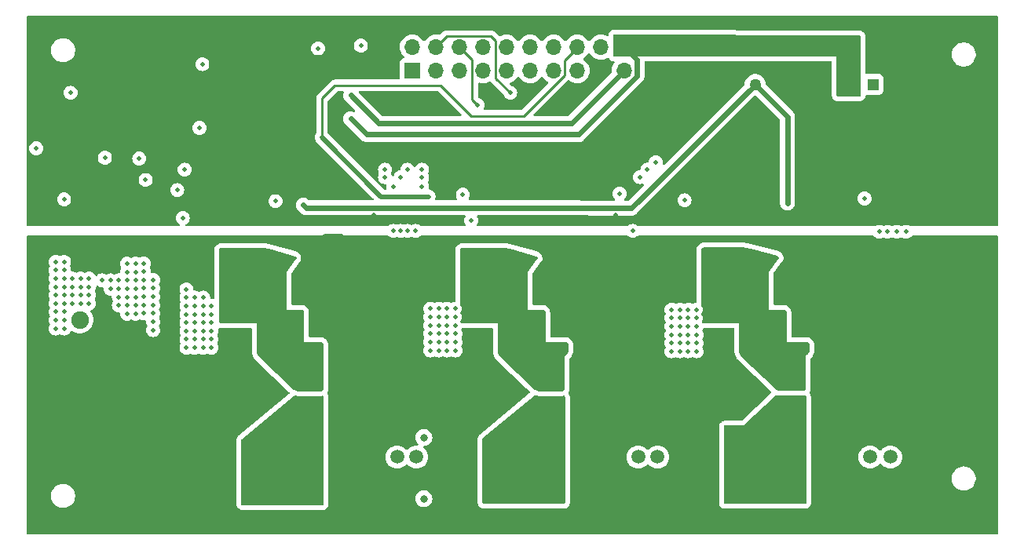
<source format=gbr>
%TF.GenerationSoftware,KiCad,Pcbnew,8.0.1*%
%TF.CreationDate,2024-03-29T13:27:46-04:00*%
%TF.ProjectId,Power_Stage,506f7765-725f-4537-9461-67652e6b6963,rev?*%
%TF.SameCoordinates,Original*%
%TF.FileFunction,Copper,L2,Inr*%
%TF.FilePolarity,Positive*%
%FSLAX46Y46*%
G04 Gerber Fmt 4.6, Leading zero omitted, Abs format (unit mm)*
G04 Created by KiCad (PCBNEW 8.0.1) date 2024-03-29 13:27:46*
%MOMM*%
%LPD*%
G01*
G04 APERTURE LIST*
%TA.AperFunction,ComponentPad*%
%ADD10C,1.500000*%
%TD*%
%TA.AperFunction,ComponentPad*%
%ADD11C,1.905000*%
%TD*%
%TA.AperFunction,ComponentPad*%
%ADD12R,1.270000X1.270000*%
%TD*%
%TA.AperFunction,ComponentPad*%
%ADD13C,1.270000*%
%TD*%
%TA.AperFunction,ComponentPad*%
%ADD14C,2.006600*%
%TD*%
%TA.AperFunction,ComponentPad*%
%ADD15R,1.700000X1.700000*%
%TD*%
%TA.AperFunction,ComponentPad*%
%ADD16O,1.700000X1.700000*%
%TD*%
%TA.AperFunction,ViaPad*%
%ADD17C,0.500000*%
%TD*%
%TA.AperFunction,ViaPad*%
%ADD18C,0.800000*%
%TD*%
%TA.AperFunction,Conductor*%
%ADD19C,0.600000*%
%TD*%
%TA.AperFunction,Conductor*%
%ADD20C,0.250000*%
%TD*%
%TA.AperFunction,Conductor*%
%ADD21C,0.500000*%
%TD*%
G04 APERTURE END LIST*
D10*
%TO.N,/Phase1/HS_{Tsense}*%
%TO.C,T1*%
X129000000Y-148900000D03*
%TO.N,GNDPWR*%
X129000000Y-151900000D03*
%TD*%
D11*
%TO.N,VDCin*%
%TO.C,J1*%
X92698201Y-134100000D03*
%TO.N,GNDPWR*%
X92698201Y-139100000D03*
%TD*%
D12*
%TO.N,+12V_LV*%
%TO.C,U1*%
X178220000Y-108700000D03*
D13*
%TO.N,/GND_LV*%
X175680000Y-108700000D03*
%TO.N,GND*%
X170600000Y-108700000D03*
%TO.N,+12V*%
X165520000Y-108700000D03*
%TD*%
D10*
%TO.N,/Phase2/LS_{Tsense}*%
%TO.C,T4*%
X152900000Y-148900000D03*
%TO.N,GNDPWR*%
X152900000Y-151900000D03*
%TD*%
D14*
%TO.N,/PHB*%
%TO.C,J4*%
X137784003Y-152511300D03*
X142864003Y-152511300D03*
X137784003Y-149971300D03*
X142864003Y-149971300D03*
X137784003Y-147431300D03*
X142864003Y-147431300D03*
%TD*%
D10*
%TO.N,/Phase2/HS_{Tsense}*%
%TO.C,T3*%
X155000000Y-148900000D03*
%TO.N,GNDPWR*%
X155000000Y-151900000D03*
%TD*%
%TO.N,/Phase3/LS_{Tsense}*%
%TO.C,T6*%
X177900000Y-148900000D03*
%TO.N,GNDPWR*%
X177900000Y-151900000D03*
%TD*%
%TO.N,/Phase1/LS_{Tsense}*%
%TO.C,T2*%
X126900000Y-148900000D03*
%TO.N,GNDPWR*%
X126900000Y-151900000D03*
%TD*%
D14*
%TO.N,/PHC*%
%TO.C,J5*%
X163784002Y-152511300D03*
X168864002Y-152511300D03*
X163784002Y-149971300D03*
X168864002Y-149971300D03*
X163784002Y-147431300D03*
X168864002Y-147431300D03*
%TD*%
%TO.N,/PHA*%
%TO.C,J3*%
X116864005Y-147431300D03*
X111784005Y-147431300D03*
X116864005Y-149971300D03*
X111784005Y-149971300D03*
X116864005Y-152511300D03*
X111784005Y-152511300D03*
%TD*%
D10*
%TO.N,/Phase3/HS_{Tsense}*%
%TO.C,T5*%
X180100000Y-148900000D03*
%TO.N,GNDPWR*%
X180100000Y-151900000D03*
%TD*%
D15*
%TO.N,/AHS_{PWM}*%
%TO.C,J2*%
X128560000Y-107200000D03*
D16*
%TO.N,/DC~{CS}*%
X128560000Y-104660000D03*
%TO.N,/ALS_{PWM}*%
X131100000Y-107200000D03*
%TO.N,/C~{CS}*%
X131100000Y-104660000D03*
%TO.N,/BHS_{PWM}*%
X133640000Y-107200000D03*
%TO.N,/B~{CS}*%
X133640000Y-104660000D03*
%TO.N,/BLS_{PWM}*%
X136180000Y-107200000D03*
%TO.N,/A~{CS}*%
X136180000Y-104660000D03*
%TO.N,/CHS_{PWM}*%
X138720000Y-107200000D03*
%TO.N,/MOSI*%
X138720000Y-104660000D03*
%TO.N,/CLS_{PWM}*%
X141260000Y-107200000D03*
%TO.N,/MISO*%
X141260000Y-104660000D03*
%TO.N,unconnected-(J2-Pin_13-Pad13)*%
X143800000Y-107200000D03*
%TO.N,/CLK*%
X143800000Y-104660000D03*
%TO.N,unconnected-(J2-Pin_15-Pad15)*%
X146340000Y-107200000D03*
%TO.N,+5V*%
X146340000Y-104660000D03*
%TO.N,GND*%
X148880000Y-107200000D03*
%TO.N,GNDPWR*%
X148880000Y-104660000D03*
%TO.N,+12V_LV*%
X151420000Y-107200000D03*
%TO.N,/GND_LV*%
X151420000Y-104660000D03*
%TD*%
D17*
%TO.N,GNDPWR*%
X91700000Y-109600000D03*
X127000000Y-134100000D03*
X153200000Y-134100000D03*
X175700000Y-129100000D03*
X177500000Y-125800000D03*
X180100000Y-135000000D03*
X179000000Y-133900000D03*
X176000000Y-141600000D03*
X172000000Y-142100000D03*
X150100000Y-141500000D03*
X146000000Y-149900000D03*
X123762122Y-141992986D03*
D18*
X120000000Y-149900000D03*
D17*
X88000000Y-115600000D03*
X103800000Y-123100000D03*
X113800000Y-121300000D03*
X134900000Y-123400000D03*
X150900000Y-120500000D03*
X134000000Y-120600000D03*
X177300000Y-121000000D03*
X157900000Y-121200000D03*
%TO.N,GND*%
X96200000Y-107900000D03*
X178800000Y-111900000D03*
X160700000Y-120500000D03*
X156200000Y-122800000D03*
X147500000Y-102200000D03*
X149300000Y-113400000D03*
X131200000Y-110200000D03*
%TO.N,GNDPWR*%
X89400000Y-125500000D03*
X106600000Y-126400000D03*
X105000000Y-125600000D03*
X158800000Y-126500000D03*
X156400000Y-130100000D03*
X132500000Y-127200000D03*
X130400000Y-130600000D03*
X125100000Y-127300000D03*
X134700000Y-151600000D03*
X178600000Y-146100000D03*
X152700000Y-147000000D03*
X126700000Y-147100000D03*
X126700000Y-146300000D03*
X128000000Y-152900000D03*
X125800000Y-152900000D03*
X123900000Y-150200000D03*
X134200000Y-155100000D03*
X154000000Y-152900000D03*
X151800000Y-152900000D03*
X152700000Y-146100000D03*
X150000000Y-150300000D03*
X160200000Y-154900000D03*
X185300000Y-153800000D03*
X179000000Y-152900000D03*
X176900000Y-152900000D03*
X175400000Y-150300000D03*
X177800000Y-145900000D03*
X154800000Y-140600000D03*
X154700000Y-143400000D03*
X151000000Y-127200000D03*
%TO.N,GND*%
X177500000Y-123500000D03*
X151200000Y-123500000D03*
X125100000Y-123500000D03*
X99400000Y-121400000D03*
%TO.N,/GND_LV*%
X121900000Y-112400000D03*
%TO.N,+12V_LV*%
X121900000Y-109870000D03*
%TO.N,+12V*%
X169000000Y-121500000D03*
X142900000Y-122000000D03*
X116800000Y-121700000D03*
%TO.N,GNDPWR*%
X91000000Y-121100000D03*
X103200000Y-120100000D03*
X105600000Y-113400000D03*
X105900000Y-106500000D03*
X118400000Y-104800000D03*
%TO.N,/C~{CS}*%
X139100000Y-109600000D03*
%TO.N,/B~{CS}*%
X154800000Y-117100000D03*
X135600000Y-110900000D03*
%TO.N,+5V*%
X118800000Y-114400000D03*
X130300000Y-120800000D03*
%TO.N,/MOSI*%
X153900000Y-117900000D03*
%TO.N,/MISO*%
X153100000Y-118700000D03*
%TO.N,/CLK*%
X129600000Y-119700000D03*
X126500000Y-119700000D03*
%TO.N,/MISO*%
X129600000Y-118700000D03*
%TO.N,/MOSI*%
X129600000Y-117900000D03*
%TO.N,/C~{CS}*%
X181800000Y-124600000D03*
%TO.N,/MOSI*%
X180800000Y-124600000D03*
%TO.N,/MISO*%
X179800000Y-124600000D03*
%TO.N,/CLK*%
X178900000Y-124600000D03*
X152300000Y-124500000D03*
%TO.N,/MISO*%
X125600000Y-118700000D03*
X127300000Y-118700000D03*
%TO.N,/MOSI*%
X128000000Y-117900000D03*
X125600000Y-117900000D03*
%TO.N,/DC~{CS}*%
X123000000Y-104500000D03*
%TO.N,/A~{CS}*%
X128900000Y-124500000D03*
%TO.N,/MOSI*%
X128025000Y-124500000D03*
%TO.N,/MISO*%
X127300000Y-124500000D03*
%TO.N,/CLK*%
X126500000Y-124500000D03*
%TO.N,VDC*%
X100600000Y-129800000D03*
X100600000Y-135200000D03*
X100600000Y-134300000D03*
X100600000Y-133400000D03*
X100600000Y-131600000D03*
X100600000Y-132500000D03*
X100600000Y-130700000D03*
X99600000Y-128000000D03*
X99600000Y-133400000D03*
X99600000Y-132500000D03*
X99600000Y-131600000D03*
X99600000Y-129800000D03*
X99600000Y-130700000D03*
X99600000Y-128900000D03*
%TO.N,GNDPWR*%
X172700000Y-125700000D03*
X170700000Y-131500000D03*
X169900000Y-129900000D03*
X172100000Y-125300000D03*
X169100000Y-131500000D03*
X171400000Y-125300000D03*
X169900000Y-131500000D03*
X169100000Y-129900000D03*
%TO.N,/Phase3/SW*%
X161900000Y-130400000D03*
X161100000Y-131300000D03*
X161100000Y-130400000D03*
X167100000Y-128100000D03*
X160300000Y-130400000D03*
X167600000Y-127600000D03*
X160300000Y-131300000D03*
X162300000Y-126700000D03*
X166600000Y-128600000D03*
X161900000Y-131300000D03*
X161500000Y-126700000D03*
X167200000Y-139900000D03*
X167200000Y-139000000D03*
X164500000Y-133600000D03*
X165400000Y-135400000D03*
X168100000Y-135400000D03*
X167200000Y-135400000D03*
X168100000Y-134500000D03*
X168100000Y-136300000D03*
X168100000Y-137200000D03*
X168100000Y-139900000D03*
X168100000Y-139000000D03*
X169700000Y-139000000D03*
X167200000Y-138200000D03*
X170500000Y-138200000D03*
X168900000Y-138200000D03*
X168100000Y-138200000D03*
X170500000Y-139000000D03*
X168900000Y-139000000D03*
X169700000Y-138200000D03*
X167200000Y-133600000D03*
X165400000Y-133600000D03*
X164500000Y-134500000D03*
X165400000Y-134500000D03*
X166300000Y-137200000D03*
X164500000Y-137200000D03*
X167200000Y-137200000D03*
X165400000Y-137200000D03*
X166300000Y-134500000D03*
X167200000Y-134500000D03*
X166300000Y-133600000D03*
X165400000Y-136300000D03*
X164500000Y-135400000D03*
X164500000Y-136300000D03*
X166300000Y-136300000D03*
X167200000Y-136300000D03*
X168100000Y-133600000D03*
X166300000Y-135400000D03*
%TO.N,GNDPWR*%
X143900000Y-129900000D03*
X143900000Y-131500000D03*
X145400000Y-125300000D03*
X143100000Y-129900000D03*
X146700000Y-125700000D03*
X143100000Y-131500000D03*
X144700000Y-131500000D03*
X146100000Y-125300000D03*
%TO.N,/Phase2/SW*%
X141200000Y-139900000D03*
X141200000Y-139000000D03*
X142100000Y-139900000D03*
X142100000Y-139000000D03*
X143700000Y-139000000D03*
X141200000Y-138200000D03*
X144500000Y-138200000D03*
X142900000Y-138200000D03*
X142100000Y-138200000D03*
X144500000Y-139000000D03*
X142900000Y-139000000D03*
X143700000Y-138200000D03*
X141200000Y-133600000D03*
X139400000Y-133600000D03*
X138500000Y-134500000D03*
X139400000Y-134500000D03*
X140300000Y-137200000D03*
X138500000Y-137200000D03*
X141200000Y-137200000D03*
X139400000Y-137200000D03*
X140300000Y-134500000D03*
X141200000Y-134500000D03*
X140300000Y-133600000D03*
X139400000Y-136300000D03*
X138500000Y-135400000D03*
X138500000Y-136300000D03*
X140300000Y-136300000D03*
X141200000Y-136300000D03*
X142100000Y-133600000D03*
X138500000Y-133600000D03*
X140300000Y-135400000D03*
X141200000Y-135400000D03*
X142100000Y-134500000D03*
X142100000Y-135400000D03*
X142100000Y-136300000D03*
X139400000Y-135400000D03*
X142100000Y-137200000D03*
X135800000Y-130400000D03*
X135000000Y-131300000D03*
X140500000Y-128600000D03*
X135800000Y-131300000D03*
X141500000Y-127600000D03*
X141000000Y-128100000D03*
X134200000Y-130400000D03*
X135000000Y-130400000D03*
X135400000Y-126700000D03*
X134200000Y-131300000D03*
X136200000Y-126700000D03*
%TO.N,/Phase1/SW*%
X116100000Y-133600000D03*
X116100000Y-137200000D03*
X116100000Y-134500000D03*
X116100000Y-136300000D03*
X116100000Y-135400000D03*
X115200000Y-133600000D03*
X113400000Y-133600000D03*
X112500000Y-134500000D03*
X113400000Y-134500000D03*
X114300000Y-137200000D03*
X112500000Y-137200000D03*
X115200000Y-137200000D03*
X113400000Y-137200000D03*
X114300000Y-134500000D03*
X115200000Y-134500000D03*
X114300000Y-133600000D03*
X112500000Y-133600000D03*
X114300000Y-135400000D03*
X115200000Y-135400000D03*
X114300000Y-136300000D03*
X115200000Y-136300000D03*
X112500000Y-135400000D03*
X112500000Y-136300000D03*
X113400000Y-136300000D03*
X113400000Y-135400000D03*
%TO.N,/PHC*%
X165500000Y-147300000D03*
X165500000Y-150000000D03*
X167900000Y-145000000D03*
X167900000Y-145800000D03*
X167200000Y-152600000D03*
X167100000Y-145000000D03*
X167200000Y-151700000D03*
X165500000Y-152600000D03*
X170500000Y-145800000D03*
X167200000Y-150900000D03*
X169600000Y-145800000D03*
X165500000Y-151700000D03*
X169600000Y-145000000D03*
X165500000Y-148200000D03*
X167200000Y-149100000D03*
X170500000Y-145000000D03*
X168700000Y-145800000D03*
X167100000Y-144200000D03*
X165500000Y-150900000D03*
X167200000Y-148200000D03*
X168700000Y-145000000D03*
X167900000Y-144200000D03*
X167100000Y-145800000D03*
X167200000Y-150000000D03*
X167200000Y-147300000D03*
X165500000Y-149100000D03*
%TO.N,/PHB*%
X139500000Y-147200000D03*
X139500000Y-149900000D03*
X141900000Y-144900000D03*
X141900000Y-145700000D03*
X141200000Y-152500000D03*
X141100000Y-144900000D03*
X141200000Y-151600000D03*
X139500000Y-152500000D03*
X144500000Y-145700000D03*
X141200000Y-150800000D03*
X143600000Y-145700000D03*
X139500000Y-151600000D03*
X143600000Y-144900000D03*
X139500000Y-148100000D03*
X141200000Y-149000000D03*
X144500000Y-144900000D03*
X142700000Y-145700000D03*
X141100000Y-144100000D03*
X139500000Y-150800000D03*
X141200000Y-148100000D03*
X142700000Y-144900000D03*
X141900000Y-144100000D03*
X141100000Y-145700000D03*
X141200000Y-149900000D03*
X141200000Y-147200000D03*
X139500000Y-149000000D03*
%TO.N,/CLK*%
X99100000Y-116700000D03*
%TO.N,/MOSI*%
X104000000Y-117900000D03*
%TO.N,/MISO*%
X99800000Y-119000000D03*
%TO.N,/DC~{CS}*%
X95400000Y-116600000D03*
%TO.N,GND*%
X91300000Y-123500000D03*
X98400000Y-123500000D03*
X98400000Y-122500000D03*
X94800000Y-121900000D03*
X91300000Y-122400000D03*
X114700000Y-119800000D03*
X122200000Y-120000000D03*
X120700000Y-119700000D03*
X124400000Y-122800000D03*
X150500000Y-122800000D03*
X141600000Y-117100000D03*
X147100000Y-120200000D03*
X148300000Y-120500000D03*
X176600000Y-122900000D03*
X166800000Y-120000000D03*
X173000000Y-120200000D03*
X174200000Y-120200000D03*
%TO.N,GNDPWR*%
X147400000Y-135100000D03*
X147400000Y-136800000D03*
X147400000Y-133400000D03*
X149000000Y-137600000D03*
X148200000Y-137600000D03*
X149000000Y-135900000D03*
X149000000Y-134200000D03*
X148200000Y-135100000D03*
X149000000Y-136800000D03*
X148200000Y-136800000D03*
X149000000Y-135100000D03*
X147400000Y-135900000D03*
X148200000Y-133400000D03*
X149000000Y-133400000D03*
X147400000Y-134200000D03*
X148200000Y-134200000D03*
X148200000Y-135900000D03*
X147400000Y-137600000D03*
X173400000Y-135100000D03*
X173400000Y-136800000D03*
X173400000Y-133400000D03*
X175000000Y-137600000D03*
X174200000Y-137600000D03*
X175000000Y-135900000D03*
X175000000Y-134200000D03*
X174200000Y-135100000D03*
X175000000Y-136800000D03*
X174200000Y-136800000D03*
X175000000Y-135100000D03*
X173400000Y-135900000D03*
X174200000Y-133400000D03*
X175000000Y-133400000D03*
X173400000Y-134200000D03*
X174200000Y-134200000D03*
X174200000Y-135900000D03*
X173400000Y-137600000D03*
%TO.N,VDC*%
X158300000Y-137500000D03*
X159200000Y-137500000D03*
X159200000Y-133000000D03*
X157400000Y-133000000D03*
X156500000Y-133900000D03*
X157400000Y-133900000D03*
X158300000Y-136600000D03*
X156500000Y-136600000D03*
X159200000Y-136600000D03*
X157400000Y-136600000D03*
X158300000Y-133900000D03*
X159200000Y-133900000D03*
X158300000Y-133000000D03*
X156500000Y-133000000D03*
X158300000Y-134800000D03*
X159200000Y-134800000D03*
X158300000Y-135700000D03*
X159200000Y-135700000D03*
X156500000Y-134800000D03*
X156500000Y-135700000D03*
X157400000Y-135700000D03*
X156500000Y-137500000D03*
X157400000Y-137500000D03*
X157400000Y-134800000D03*
X132300000Y-137400000D03*
X133200000Y-137400000D03*
X133200000Y-132900000D03*
X131400000Y-132900000D03*
X130500000Y-133800000D03*
X131400000Y-133800000D03*
X132300000Y-136500000D03*
X130500000Y-136500000D03*
X133200000Y-136500000D03*
X131400000Y-136500000D03*
X132300000Y-133800000D03*
X133200000Y-133800000D03*
X132300000Y-132900000D03*
X130500000Y-132900000D03*
X132300000Y-134700000D03*
X133200000Y-134700000D03*
X132300000Y-135600000D03*
X133200000Y-135600000D03*
X130500000Y-134700000D03*
X130500000Y-135600000D03*
X131400000Y-135600000D03*
X130500000Y-137400000D03*
X131400000Y-137400000D03*
X131400000Y-134700000D03*
D18*
%TO.N,+5V*%
X129800000Y-153400000D03*
X129800000Y-146800000D03*
D17*
%TO.N,/Phase1/SW*%
X115200000Y-139900000D03*
X115200000Y-139000000D03*
%TO.N,GNDPWR*%
X121500000Y-137600000D03*
X121500000Y-136800000D03*
X121500000Y-135100000D03*
X121500000Y-133400000D03*
X123100000Y-137600000D03*
X122300000Y-137600000D03*
%TO.N,VDC*%
X95100000Y-129840788D03*
X96000000Y-129840788D03*
X96000000Y-130740788D03*
X96900000Y-131640788D03*
X96900000Y-132540788D03*
X106000000Y-131700000D03*
X104200000Y-130800000D03*
X105100000Y-131700000D03*
X104200000Y-131700000D03*
X96900000Y-130740788D03*
X96900000Y-129840788D03*
X98700000Y-132540788D03*
X98700000Y-131640788D03*
X97800000Y-132540788D03*
X97800000Y-131640788D03*
X97800000Y-133440788D03*
X98700000Y-133440788D03*
X98700000Y-128940788D03*
X98700000Y-128040788D03*
X97800000Y-128940788D03*
X97800000Y-130740788D03*
X97800000Y-128040788D03*
X97800000Y-129840788D03*
X98700000Y-130740788D03*
X98700000Y-129840788D03*
X106000000Y-133500000D03*
X106900000Y-133500000D03*
X106000000Y-132600000D03*
X104200000Y-132600000D03*
X106900000Y-132600000D03*
X105100000Y-132600000D03*
X104200000Y-133500000D03*
X105100000Y-133500000D03*
X106000000Y-135300000D03*
X106900000Y-135300000D03*
X106000000Y-134400000D03*
X104200000Y-134400000D03*
X106900000Y-134400000D03*
X105100000Y-134400000D03*
X104200000Y-135300000D03*
X105100000Y-135300000D03*
X106000000Y-136200000D03*
X106900000Y-136200000D03*
X104200000Y-136200000D03*
X105100000Y-136200000D03*
X104200000Y-137100000D03*
X105100000Y-137100000D03*
X106000000Y-137100000D03*
X106900000Y-137100000D03*
%TO.N,VDCin*%
X91000000Y-135040788D03*
X90100000Y-135040788D03*
X91000000Y-133240788D03*
X90100000Y-133240788D03*
X91000000Y-134140788D03*
X90100000Y-134140788D03*
X91900000Y-132340788D03*
X93700000Y-132340788D03*
X91000000Y-132340788D03*
X90100000Y-132340788D03*
X92800000Y-132340788D03*
X91000000Y-131440788D03*
X93700000Y-131440788D03*
X92800000Y-131440788D03*
X90100000Y-131440788D03*
X91900000Y-131440788D03*
X91000000Y-129640788D03*
X91900000Y-130540788D03*
X90100000Y-129640788D03*
X90100000Y-130540788D03*
X93700000Y-129640788D03*
X90100000Y-128740788D03*
X91000000Y-128740788D03*
X90100000Y-127840788D03*
X92800000Y-130540788D03*
X92800000Y-129640788D03*
X93700000Y-130540788D03*
X91900000Y-129640788D03*
X91000000Y-130540788D03*
X91000000Y-127840788D03*
%TO.N,GNDPWR*%
X90000000Y-138340788D03*
X134500000Y-143600000D03*
X122300000Y-135900000D03*
X93600000Y-141840788D03*
X90000000Y-137440788D03*
X160600000Y-143500000D03*
X93600000Y-141040788D03*
X91800000Y-141840788D03*
X108600000Y-139500000D03*
X108600000Y-144300000D03*
X90000000Y-140140788D03*
X90000000Y-141040788D03*
X160600000Y-141900000D03*
X134500000Y-142800000D03*
X122300000Y-134200000D03*
X121500000Y-134200000D03*
X108600000Y-142700000D03*
X91800000Y-141040788D03*
X134500000Y-140400000D03*
X120200000Y-125300000D03*
X123100000Y-133400000D03*
X160600000Y-141100000D03*
X90900000Y-141840788D03*
X108600000Y-141900000D03*
X108600000Y-141100000D03*
X108600000Y-140300000D03*
X122300000Y-133400000D03*
X90900000Y-139240788D03*
X118800000Y-131500000D03*
X117200000Y-131500000D03*
X160600000Y-139500000D03*
X121500000Y-135900000D03*
X90900000Y-138340788D03*
X90000000Y-139240788D03*
X134500000Y-141200000D03*
X94500000Y-141040788D03*
X123100000Y-135100000D03*
X122300000Y-136800000D03*
X92700000Y-141840788D03*
X123100000Y-136800000D03*
X94500000Y-141840788D03*
X122300000Y-135100000D03*
X120800000Y-125700000D03*
X108600000Y-143500000D03*
X90900000Y-141040788D03*
X123100000Y-134200000D03*
X134500000Y-144400000D03*
X160600000Y-144300000D03*
X117200000Y-129900000D03*
X134500000Y-142000000D03*
X94500000Y-140240788D03*
X160600000Y-140300000D03*
X90900000Y-140140788D03*
X119500000Y-125300000D03*
X90000000Y-141840788D03*
X123100000Y-135900000D03*
X118000000Y-131500000D03*
X118000000Y-129900000D03*
X160600000Y-142700000D03*
X92700000Y-141040788D03*
X134500000Y-139600000D03*
%TO.N,/PHA*%
X113500000Y-149100000D03*
X115200000Y-147300000D03*
X115200000Y-150000000D03*
X115100000Y-145800000D03*
X115900000Y-144200000D03*
X116700000Y-145000000D03*
X115200000Y-148200000D03*
X113500000Y-150900000D03*
X115100000Y-144200000D03*
X116700000Y-145800000D03*
X118500000Y-145000000D03*
X115200000Y-149100000D03*
X113500000Y-148200000D03*
X117600000Y-145000000D03*
X113500000Y-151700000D03*
X117600000Y-145800000D03*
X115200000Y-150900000D03*
X118500000Y-145800000D03*
X113500000Y-152600000D03*
X115200000Y-151700000D03*
X115100000Y-145000000D03*
X115200000Y-152600000D03*
X115900000Y-145800000D03*
X115900000Y-145000000D03*
X113500000Y-150000000D03*
X113500000Y-147300000D03*
%TO.N,/Phase1/SW*%
X117700000Y-138200000D03*
X110200000Y-126700000D03*
X116900000Y-139000000D03*
X118500000Y-139000000D03*
X108200000Y-131300000D03*
X109400000Y-126700000D03*
X116100000Y-138200000D03*
X116900000Y-138200000D03*
X109000000Y-130400000D03*
X108200000Y-130400000D03*
X115000000Y-128100000D03*
X115500000Y-127600000D03*
X118500000Y-138200000D03*
X109800000Y-131300000D03*
X115200000Y-138200000D03*
X117700000Y-139000000D03*
X116100000Y-139000000D03*
X114500000Y-128600000D03*
X116100000Y-139900000D03*
X109000000Y-131300000D03*
X109800000Y-130400000D03*
%TD*%
D19*
%TO.N,/GND_LV*%
X151420000Y-104660000D02*
X152770000Y-106010000D01*
X146500000Y-114100000D02*
X123600000Y-114100000D01*
X152770000Y-106010000D02*
X152770000Y-107830000D01*
X152770000Y-107830000D02*
X146500000Y-114100000D01*
X123600000Y-114100000D02*
X121900000Y-112400000D01*
%TO.N,+12V_LV*%
X151420000Y-107200000D02*
X145720000Y-112900000D01*
X145720000Y-112900000D02*
X124930000Y-112900000D01*
X124930000Y-112900000D02*
X121900000Y-109870000D01*
D20*
%TO.N,+5V*%
X146340000Y-104660000D02*
X146360000Y-104660000D01*
X144975000Y-106125000D02*
X144975000Y-107686701D01*
X120200000Y-108800000D02*
X118800000Y-110200000D01*
X144975000Y-107686701D02*
X140561701Y-112100000D01*
X134900000Y-112100000D02*
X131600000Y-108800000D01*
X146360000Y-104660000D02*
X146400000Y-104700000D01*
X146400000Y-104700000D02*
X144975000Y-106125000D01*
X140561701Y-112100000D02*
X134900000Y-112100000D01*
X131600000Y-108800000D02*
X120200000Y-108800000D01*
X118800000Y-110200000D02*
X118800000Y-114400000D01*
D19*
%TO.N,+12V*%
X142900000Y-122000000D02*
X117100000Y-122000000D01*
X117100000Y-122000000D02*
X116800000Y-121700000D01*
X165520000Y-108700000D02*
X152170000Y-122050000D01*
X152170000Y-122050000D02*
X142900000Y-122000000D01*
X169000000Y-112180000D02*
X169000000Y-121500000D01*
X165520000Y-108700000D02*
X169000000Y-112180000D01*
D20*
%TO.N,/C~{CS}*%
X137545000Y-104025000D02*
X137545000Y-108045000D01*
X137005000Y-103485000D02*
X137545000Y-104025000D01*
X131100000Y-104660000D02*
X132275000Y-103485000D01*
X132275000Y-103485000D02*
X137005000Y-103485000D01*
X137545000Y-108045000D02*
X139100000Y-109600000D01*
%TO.N,/B~{CS}*%
X135005000Y-106025000D02*
X135005000Y-110305000D01*
X135005000Y-110305000D02*
X135600000Y-110900000D01*
X133640000Y-104660000D02*
X135005000Y-106025000D01*
D21*
%TO.N,+5V*%
X130300000Y-120800000D02*
X125200000Y-120800000D01*
X125200000Y-120800000D02*
X118800000Y-114400000D01*
%TD*%
%TA.AperFunction,Conductor*%
%TO.N,/PHA*%
G36*
X116072045Y-142300559D02*
G01*
X116123858Y-142305499D01*
X116123859Y-142305500D01*
X116123860Y-142305500D01*
X118748640Y-142305500D01*
X118756016Y-142305104D01*
X118802678Y-142302603D01*
X118820275Y-142300710D01*
X118833532Y-142300000D01*
X118875336Y-142300000D01*
X118922732Y-142309415D01*
X118923203Y-142309610D01*
X118977627Y-142353425D01*
X118990301Y-142376584D01*
X118990499Y-142377062D01*
X119000000Y-142424663D01*
X119000000Y-153975336D01*
X118990498Y-154022938D01*
X118990390Y-154023202D01*
X118990303Y-154023411D01*
X118946389Y-154077755D01*
X118923411Y-154090302D01*
X118922938Y-154090498D01*
X118875336Y-154100000D01*
X110224664Y-154100000D01*
X110177148Y-154090534D01*
X110176674Y-154090338D01*
X110122297Y-154046466D01*
X110109610Y-154023202D01*
X110109502Y-154022942D01*
X110109415Y-154022732D01*
X110100000Y-153975336D01*
X110100000Y-147060871D01*
X110102995Y-147033783D01*
X110103481Y-147031612D01*
X110126586Y-146982597D01*
X110127955Y-146980837D01*
X110146956Y-146961281D01*
X115764033Y-142329656D01*
X115781604Y-142317549D01*
X115783356Y-142316553D01*
X115823410Y-142302176D01*
X115825391Y-142301831D01*
X115846626Y-142300000D01*
X116060277Y-142300000D01*
X116072045Y-142300559D01*
G37*
%TD.AperFunction*%
%TD*%
%TA.AperFunction,Conductor*%
%TO.N,GNDPWR*%
G36*
X121015677Y-124819685D02*
G01*
X121036319Y-124836319D01*
X121100000Y-124900000D01*
X121100000Y-126100000D01*
X120400000Y-126100000D01*
X119700000Y-126800000D01*
X119700000Y-131800000D01*
X116500000Y-131800000D01*
X116500000Y-127300000D01*
X118900000Y-124900000D01*
X119118633Y-124809438D01*
X119166086Y-124800000D01*
X120948638Y-124800000D01*
X121015677Y-124819685D01*
G37*
%TD.AperFunction*%
%TD*%
%TA.AperFunction,Conductor*%
%TO.N,/PHB*%
G36*
X141836957Y-142239249D02*
G01*
X141890247Y-142260547D01*
X141957428Y-142280240D01*
X141982319Y-142287537D01*
X141982320Y-142287537D01*
X141982323Y-142287538D01*
X142028340Y-142296393D01*
X142028347Y-142296393D01*
X142028349Y-142296394D01*
X142056912Y-142299117D01*
X142123857Y-142305499D01*
X142123859Y-142305500D01*
X142123860Y-142305500D01*
X144748640Y-142305500D01*
X144758786Y-142304955D01*
X144802678Y-142302603D01*
X144802686Y-142302602D01*
X144802688Y-142302602D01*
X144802689Y-142302602D01*
X144809682Y-142301849D01*
X144829036Y-142299769D01*
X144829046Y-142299767D01*
X144829049Y-142299767D01*
X144875914Y-142292173D01*
X144945239Y-142300880D01*
X144998851Y-142345685D01*
X145019729Y-142412363D01*
X145019749Y-142414576D01*
X145019749Y-153844995D01*
X145010247Y-153892597D01*
X145010052Y-153893070D01*
X144966138Y-153947414D01*
X144943160Y-153959961D01*
X144942687Y-153960157D01*
X144895085Y-153969659D01*
X136244090Y-153969659D01*
X136196582Y-153960197D01*
X136196355Y-153960103D01*
X136196094Y-153959995D01*
X136141712Y-153916127D01*
X136129169Y-153893216D01*
X136129108Y-153893070D01*
X136128966Y-153892728D01*
X136119401Y-153845319D01*
X136100170Y-146960969D01*
X136103102Y-146933818D01*
X136103582Y-146931650D01*
X136126619Y-146882521D01*
X136127984Y-146880759D01*
X136146980Y-146861146D01*
X141711917Y-142258837D01*
X141776120Y-142231284D01*
X141836957Y-142239249D01*
G37*
%TD.AperFunction*%
%TD*%
%TA.AperFunction,Conductor*%
%TO.N,/PHC*%
G36*
X167872478Y-142218873D02*
G01*
X167890247Y-142225975D01*
X167951549Y-142243945D01*
X167982319Y-142252965D01*
X167982320Y-142252965D01*
X167982323Y-142252966D01*
X168028340Y-142261821D01*
X168028347Y-142261821D01*
X168028349Y-142261822D01*
X168056912Y-142264545D01*
X168123857Y-142270927D01*
X168123859Y-142270928D01*
X168123860Y-142270928D01*
X170748640Y-142270928D01*
X170758786Y-142270383D01*
X170802678Y-142268031D01*
X170802686Y-142268030D01*
X170802688Y-142268030D01*
X170802689Y-142268030D01*
X170809682Y-142267277D01*
X170829036Y-142265197D01*
X170829046Y-142265195D01*
X170829049Y-142265195D01*
X170875914Y-142257601D01*
X170945239Y-142266308D01*
X170998851Y-142311113D01*
X171019729Y-142377791D01*
X171019749Y-142380004D01*
X171019749Y-153844995D01*
X171010247Y-153892597D01*
X171010139Y-153892861D01*
X171010052Y-153893070D01*
X170966138Y-153947414D01*
X170943160Y-153959961D01*
X170942687Y-153960157D01*
X170895085Y-153969659D01*
X162244413Y-153969659D01*
X162196897Y-153960193D01*
X162196423Y-153959997D01*
X162142046Y-153916125D01*
X162129359Y-153892861D01*
X162129251Y-153892601D01*
X162129164Y-153892391D01*
X162119749Y-153844995D01*
X162119749Y-145624663D01*
X162129164Y-145577268D01*
X162129360Y-145576794D01*
X162173174Y-145522372D01*
X162196622Y-145509579D01*
X162197104Y-145509379D01*
X162244413Y-145500000D01*
X164260185Y-145500000D01*
X164260189Y-145500000D01*
X164300000Y-145500000D01*
X167741237Y-142243945D01*
X167803460Y-142212170D01*
X167872478Y-142218873D01*
G37*
%TD.AperFunction*%
%TD*%
%TA.AperFunction,Conductor*%
%TO.N,GND*%
G36*
X191597732Y-101284415D02*
G01*
X191598203Y-101284610D01*
X191652627Y-101328425D01*
X191665301Y-101351584D01*
X191665499Y-101352062D01*
X191675000Y-101399663D01*
X191675000Y-123875336D01*
X191665498Y-123922938D01*
X191665390Y-123923202D01*
X191665303Y-123923411D01*
X191621389Y-123977755D01*
X191598411Y-123990302D01*
X191597938Y-123990498D01*
X191550336Y-124000000D01*
X182291458Y-124000000D01*
X182225485Y-123980993D01*
X182127692Y-123919545D01*
X182127694Y-123919545D01*
X181968056Y-123863685D01*
X181800003Y-123844751D01*
X181799997Y-123844751D01*
X181631943Y-123863685D01*
X181472306Y-123919545D01*
X181374515Y-123980993D01*
X181308542Y-124000000D01*
X181291458Y-124000000D01*
X181225485Y-123980993D01*
X181127692Y-123919545D01*
X181127694Y-123919545D01*
X180968056Y-123863685D01*
X180800003Y-123844751D01*
X180799997Y-123844751D01*
X180631943Y-123863685D01*
X180472306Y-123919545D01*
X180374515Y-123980993D01*
X180308542Y-124000000D01*
X180291458Y-124000000D01*
X180225485Y-123980993D01*
X180127692Y-123919545D01*
X180127694Y-123919545D01*
X179968056Y-123863685D01*
X179800003Y-123844751D01*
X179799997Y-123844751D01*
X179631943Y-123863685D01*
X179472307Y-123919545D01*
X179415971Y-123954943D01*
X179348734Y-123973943D01*
X179284029Y-123954943D01*
X179227692Y-123919545D01*
X179227691Y-123919544D01*
X179227690Y-123919544D01*
X179189370Y-123906135D01*
X179068056Y-123863685D01*
X178900003Y-123844751D01*
X178899997Y-123844751D01*
X178731943Y-123863685D01*
X178572306Y-123919545D01*
X178474515Y-123980993D01*
X178408542Y-124000000D01*
X152912729Y-124000000D01*
X152845690Y-123980315D01*
X152825048Y-123963681D01*
X152770890Y-123909523D01*
X152770884Y-123909518D01*
X152627697Y-123819547D01*
X152627694Y-123819545D01*
X152468056Y-123763685D01*
X152300003Y-123744751D01*
X152299997Y-123744751D01*
X152131943Y-123763685D01*
X151972305Y-123819545D01*
X151972302Y-123819547D01*
X151829115Y-123909518D01*
X151829109Y-123909523D01*
X151774952Y-123963681D01*
X151713629Y-123997166D01*
X151687271Y-124000000D01*
X135633713Y-124000000D01*
X135566674Y-123980315D01*
X135520919Y-123927511D01*
X135510975Y-123858353D01*
X135528720Y-123810027D01*
X135580454Y-123727693D01*
X135580453Y-123727693D01*
X135580456Y-123727690D01*
X135636313Y-123568059D01*
X135636313Y-123568058D01*
X135636314Y-123568056D01*
X135655249Y-123400002D01*
X135655249Y-123399997D01*
X135636314Y-123231943D01*
X135617694Y-123178730D01*
X135580456Y-123072310D01*
X135580454Y-123072307D01*
X135580454Y-123072306D01*
X135529034Y-122990473D01*
X135510033Y-122923236D01*
X135530400Y-122856401D01*
X135583668Y-122811187D01*
X135634027Y-122800500D01*
X142897563Y-122800500D01*
X142898231Y-122800501D01*
X152080968Y-122850031D01*
X152089993Y-122850500D01*
X152091158Y-122850500D01*
X152167470Y-122850500D01*
X152168138Y-122850501D01*
X152244523Y-122850914D01*
X152244525Y-122850913D01*
X152244625Y-122850914D01*
X152246224Y-122850757D01*
X152246940Y-122850689D01*
X152248726Y-122850523D01*
X152248842Y-122850500D01*
X152323988Y-122835552D01*
X152324094Y-122835531D01*
X152399342Y-122820985D01*
X152399346Y-122820983D01*
X152399446Y-122820964D01*
X152401173Y-122820441D01*
X152401813Y-122820249D01*
X152403405Y-122819775D01*
X152449933Y-122800502D01*
X152474350Y-122790388D01*
X152545347Y-122761429D01*
X152545350Y-122761426D01*
X152545443Y-122761389D01*
X152546979Y-122760569D01*
X152547525Y-122760279D01*
X152549097Y-122759448D01*
X152549175Y-122759395D01*
X152549179Y-122759394D01*
X152612952Y-122716781D01*
X152676928Y-122674532D01*
X152676928Y-122674531D01*
X152677008Y-122674479D01*
X152678376Y-122673357D01*
X152678872Y-122672953D01*
X152680221Y-122671857D01*
X152680289Y-122671789D01*
X152734515Y-122617562D01*
X152789028Y-122563635D01*
X152789029Y-122563632D01*
X152789860Y-122562811D01*
X152795944Y-122556132D01*
X154152074Y-121200002D01*
X157144751Y-121200002D01*
X157163685Y-121368056D01*
X157219545Y-121527694D01*
X157219547Y-121527697D01*
X157309518Y-121670884D01*
X157309523Y-121670890D01*
X157429109Y-121790476D01*
X157429115Y-121790481D01*
X157572302Y-121880452D01*
X157572305Y-121880454D01*
X157572309Y-121880455D01*
X157572310Y-121880456D01*
X157600946Y-121890476D01*
X157731943Y-121936314D01*
X157899997Y-121955249D01*
X157900000Y-121955249D01*
X157900003Y-121955249D01*
X158068056Y-121936314D01*
X158076095Y-121933501D01*
X158227690Y-121880456D01*
X158227692Y-121880454D01*
X158227694Y-121880454D01*
X158227697Y-121880452D01*
X158370884Y-121790481D01*
X158370885Y-121790480D01*
X158370890Y-121790477D01*
X158490477Y-121670890D01*
X158541005Y-121590476D01*
X158580452Y-121527697D01*
X158580454Y-121527694D01*
X158580454Y-121527692D01*
X158580456Y-121527690D01*
X158636313Y-121368059D01*
X158636313Y-121368058D01*
X158636314Y-121368056D01*
X158655249Y-121200002D01*
X158655249Y-121199997D01*
X158636314Y-121031943D01*
X158600735Y-120930264D01*
X158580456Y-120872310D01*
X158580455Y-120872309D01*
X158580454Y-120872305D01*
X158580452Y-120872302D01*
X158490481Y-120729115D01*
X158490476Y-120729109D01*
X158370890Y-120609523D01*
X158370884Y-120609518D01*
X158227697Y-120519547D01*
X158227694Y-120519545D01*
X158068056Y-120463685D01*
X157900003Y-120444751D01*
X157899997Y-120444751D01*
X157731943Y-120463685D01*
X157572305Y-120519545D01*
X157572302Y-120519547D01*
X157429115Y-120609518D01*
X157429109Y-120609523D01*
X157309523Y-120729109D01*
X157309518Y-120729115D01*
X157219547Y-120872302D01*
X157219545Y-120872305D01*
X157163685Y-121031943D01*
X157144751Y-121199997D01*
X157144751Y-121200002D01*
X154152074Y-121200002D01*
X165432322Y-109919755D01*
X165493641Y-109886273D01*
X165563333Y-109891257D01*
X165607680Y-109919758D01*
X168163181Y-112475259D01*
X168196666Y-112536582D01*
X168199500Y-112562940D01*
X168199500Y-121578846D01*
X168230261Y-121733489D01*
X168230264Y-121733501D01*
X168290602Y-121879172D01*
X168290609Y-121879185D01*
X168378210Y-122010288D01*
X168378213Y-122010292D01*
X168489707Y-122121786D01*
X168489711Y-122121789D01*
X168620814Y-122209390D01*
X168620827Y-122209397D01*
X168766498Y-122269735D01*
X168766503Y-122269737D01*
X168921153Y-122300499D01*
X168921156Y-122300500D01*
X168921158Y-122300500D01*
X169078844Y-122300500D01*
X169078845Y-122300499D01*
X169233497Y-122269737D01*
X169379179Y-122209394D01*
X169510289Y-122121789D01*
X169621789Y-122010289D01*
X169709394Y-121879179D01*
X169769737Y-121733497D01*
X169800500Y-121578842D01*
X169800500Y-121000002D01*
X176544751Y-121000002D01*
X176563685Y-121168056D01*
X176619545Y-121327694D01*
X176619547Y-121327697D01*
X176709518Y-121470884D01*
X176709523Y-121470890D01*
X176829109Y-121590476D01*
X176829115Y-121590481D01*
X176972302Y-121680452D01*
X176972305Y-121680454D01*
X176972309Y-121680455D01*
X176972310Y-121680456D01*
X177000946Y-121690476D01*
X177131943Y-121736314D01*
X177299997Y-121755249D01*
X177300000Y-121755249D01*
X177300003Y-121755249D01*
X177468056Y-121736314D01*
X177476095Y-121733501D01*
X177627690Y-121680456D01*
X177627692Y-121680454D01*
X177627694Y-121680454D01*
X177627697Y-121680452D01*
X177770884Y-121590481D01*
X177770885Y-121590480D01*
X177770890Y-121590477D01*
X177890477Y-121470890D01*
X177917622Y-121427690D01*
X177980452Y-121327697D01*
X177980454Y-121327694D01*
X177980454Y-121327692D01*
X177980456Y-121327690D01*
X178036313Y-121168059D01*
X178036313Y-121168058D01*
X178036314Y-121168056D01*
X178055249Y-121000002D01*
X178055249Y-120999997D01*
X178036314Y-120831943D01*
X178000331Y-120729109D01*
X177980456Y-120672310D01*
X177980455Y-120672309D01*
X177980454Y-120672305D01*
X177980452Y-120672302D01*
X177890481Y-120529115D01*
X177890476Y-120529109D01*
X177770890Y-120409523D01*
X177770884Y-120409518D01*
X177627697Y-120319547D01*
X177627694Y-120319545D01*
X177468056Y-120263685D01*
X177300003Y-120244751D01*
X177299997Y-120244751D01*
X177131943Y-120263685D01*
X176972305Y-120319545D01*
X176972302Y-120319547D01*
X176829115Y-120409518D01*
X176829109Y-120409523D01*
X176709523Y-120529109D01*
X176709518Y-120529115D01*
X176619547Y-120672302D01*
X176619545Y-120672305D01*
X176563685Y-120831943D01*
X176544751Y-120999997D01*
X176544751Y-121000002D01*
X169800500Y-121000002D01*
X169800500Y-112101158D01*
X169800500Y-112101155D01*
X169800499Y-112101153D01*
X169784518Y-112020814D01*
X169769737Y-111946503D01*
X169746212Y-111889707D01*
X169709397Y-111800827D01*
X169709390Y-111800814D01*
X169621790Y-111669712D01*
X169582339Y-111630261D01*
X169510289Y-111558211D01*
X166692869Y-108740791D01*
X166659385Y-108679469D01*
X166657080Y-108664552D01*
X166640948Y-108490458D01*
X166583359Y-108288053D01*
X166489558Y-108099675D01*
X166362740Y-107931741D01*
X166207223Y-107789969D01*
X166207221Y-107789967D01*
X166028307Y-107679188D01*
X166028301Y-107679185D01*
X165873648Y-107619273D01*
X165832076Y-107603168D01*
X165625220Y-107564500D01*
X165414780Y-107564500D01*
X165207924Y-107603168D01*
X165207921Y-107603168D01*
X165207921Y-107603169D01*
X165011698Y-107679185D01*
X165011692Y-107679188D01*
X164832778Y-107789967D01*
X164832776Y-107789969D01*
X164677261Y-107931739D01*
X164550442Y-108099674D01*
X164456642Y-108288049D01*
X164399051Y-108490462D01*
X164382919Y-108664552D01*
X164357132Y-108729489D01*
X164347129Y-108740791D01*
X155750886Y-117337034D01*
X155689563Y-117370519D01*
X155619871Y-117365535D01*
X155563938Y-117323663D01*
X155539521Y-117258199D01*
X155539985Y-117235469D01*
X155555249Y-117100002D01*
X155555249Y-117099997D01*
X155536314Y-116931943D01*
X155480454Y-116772305D01*
X155480452Y-116772302D01*
X155390481Y-116629115D01*
X155390476Y-116629109D01*
X155270890Y-116509523D01*
X155270884Y-116509518D01*
X155127697Y-116419547D01*
X155127694Y-116419545D01*
X154968056Y-116363685D01*
X154800003Y-116344751D01*
X154799997Y-116344751D01*
X154631943Y-116363685D01*
X154472305Y-116419545D01*
X154472302Y-116419547D01*
X154329115Y-116509518D01*
X154329109Y-116509523D01*
X154209523Y-116629109D01*
X154209518Y-116629115D01*
X154119547Y-116772302D01*
X154119545Y-116772305D01*
X154063685Y-116931944D01*
X154051840Y-117037075D01*
X154024773Y-117101489D01*
X153967178Y-117141044D01*
X153914737Y-117146411D01*
X153900003Y-117144751D01*
X153899997Y-117144751D01*
X153731943Y-117163685D01*
X153572305Y-117219545D01*
X153572302Y-117219547D01*
X153429115Y-117309518D01*
X153429109Y-117309523D01*
X153309523Y-117429109D01*
X153309518Y-117429115D01*
X153219547Y-117572302D01*
X153219545Y-117572305D01*
X153163685Y-117731944D01*
X153151290Y-117841954D01*
X153124223Y-117906368D01*
X153066628Y-117945923D01*
X153041954Y-117951290D01*
X152931944Y-117963685D01*
X152772305Y-118019545D01*
X152772302Y-118019547D01*
X152629115Y-118109518D01*
X152629109Y-118109523D01*
X152509523Y-118229109D01*
X152509518Y-118229115D01*
X152419547Y-118372302D01*
X152419545Y-118372305D01*
X152363685Y-118531943D01*
X152344751Y-118699997D01*
X152344751Y-118700002D01*
X152363685Y-118868056D01*
X152419545Y-119027694D01*
X152419547Y-119027697D01*
X152509518Y-119170884D01*
X152509523Y-119170890D01*
X152629109Y-119290476D01*
X152629115Y-119290481D01*
X152772302Y-119380452D01*
X152772305Y-119380454D01*
X152772309Y-119380455D01*
X152772310Y-119380456D01*
X152844554Y-119405735D01*
X152931943Y-119436314D01*
X153099997Y-119455249D01*
X153100000Y-119455249D01*
X153100003Y-119455249D01*
X153231218Y-119440464D01*
X153268059Y-119436313D01*
X153345263Y-119409297D01*
X153415042Y-119405735D01*
X153475670Y-119440464D01*
X153507897Y-119502457D01*
X153501493Y-119572032D01*
X153473900Y-119614020D01*
X151876808Y-121211112D01*
X151815485Y-121244597D01*
X151788458Y-121247429D01*
X151514108Y-121245949D01*
X151447176Y-121225903D01*
X151401706Y-121172853D01*
X151392136Y-121103642D01*
X151421503Y-121040244D01*
X151427066Y-121034300D01*
X151490477Y-120970890D01*
X151514949Y-120931943D01*
X151580452Y-120827697D01*
X151580454Y-120827694D01*
X151580454Y-120827692D01*
X151580456Y-120827690D01*
X151636313Y-120668059D01*
X151636313Y-120668058D01*
X151636314Y-120668056D01*
X151655249Y-120500002D01*
X151655249Y-120499997D01*
X151636314Y-120331943D01*
X151580454Y-120172305D01*
X151580452Y-120172302D01*
X151490481Y-120029115D01*
X151490476Y-120029109D01*
X151370890Y-119909523D01*
X151370884Y-119909518D01*
X151227697Y-119819547D01*
X151227694Y-119819545D01*
X151068056Y-119763685D01*
X150900003Y-119744751D01*
X150899997Y-119744751D01*
X150731943Y-119763685D01*
X150572305Y-119819545D01*
X150572302Y-119819547D01*
X150429115Y-119909518D01*
X150429109Y-119909523D01*
X150309523Y-120029109D01*
X150309518Y-120029115D01*
X150219547Y-120172302D01*
X150219545Y-120172305D01*
X150163685Y-120331943D01*
X150144751Y-120499997D01*
X150144751Y-120500002D01*
X150163685Y-120668056D01*
X150219545Y-120827694D01*
X150219547Y-120827697D01*
X150309518Y-120970884D01*
X150309523Y-120970890D01*
X150366235Y-121027602D01*
X150399720Y-121088925D01*
X150394736Y-121158617D01*
X150352864Y-121214550D01*
X150287400Y-121238967D01*
X150277885Y-121239281D01*
X142989030Y-121199967D01*
X142979996Y-121199500D01*
X142978842Y-121199500D01*
X142902530Y-121199500D01*
X142901861Y-121199498D01*
X142824325Y-121199079D01*
X142815270Y-121199500D01*
X134734027Y-121199500D01*
X134666988Y-121179815D01*
X134621233Y-121127011D01*
X134611289Y-121057853D01*
X134629034Y-121009527D01*
X134640926Y-120990602D01*
X134680456Y-120927690D01*
X134736313Y-120768059D01*
X134736313Y-120768058D01*
X134736314Y-120768056D01*
X134755249Y-120600002D01*
X134755249Y-120599997D01*
X134736314Y-120431943D01*
X134680454Y-120272305D01*
X134680452Y-120272302D01*
X134590481Y-120129115D01*
X134590476Y-120129109D01*
X134470890Y-120009523D01*
X134470884Y-120009518D01*
X134327697Y-119919547D01*
X134327694Y-119919545D01*
X134168056Y-119863685D01*
X134000003Y-119844751D01*
X133999997Y-119844751D01*
X133831943Y-119863685D01*
X133672305Y-119919545D01*
X133672302Y-119919547D01*
X133529115Y-120009518D01*
X133529109Y-120009523D01*
X133409523Y-120129109D01*
X133409518Y-120129115D01*
X133319547Y-120272302D01*
X133319545Y-120272305D01*
X133263685Y-120431943D01*
X133244751Y-120599997D01*
X133244751Y-120600002D01*
X133263685Y-120768056D01*
X133319545Y-120927693D01*
X133370966Y-121009527D01*
X133389967Y-121076764D01*
X133369600Y-121143599D01*
X133316332Y-121188813D01*
X133265973Y-121199500D01*
X131132435Y-121199500D01*
X131065396Y-121179815D01*
X131019641Y-121127011D01*
X131009697Y-121057853D01*
X131017875Y-121028045D01*
X131021658Y-121018913D01*
X131024094Y-121006660D01*
X131028665Y-120989911D01*
X131036313Y-120968059D01*
X131041659Y-120920599D01*
X131043259Y-120910317D01*
X131050500Y-120873918D01*
X131050500Y-120849108D01*
X131051280Y-120835223D01*
X131052129Y-120827694D01*
X131055249Y-120800000D01*
X131053046Y-120780452D01*
X131051280Y-120764774D01*
X131050500Y-120750890D01*
X131050500Y-120726081D01*
X131043261Y-120689692D01*
X131041659Y-120679398D01*
X131036313Y-120631941D01*
X131031976Y-120619547D01*
X131028671Y-120610101D01*
X131024094Y-120593332D01*
X131021660Y-120581095D01*
X131021658Y-120581087D01*
X131002766Y-120535477D01*
X131000285Y-120528979D01*
X130999358Y-120526332D01*
X130980456Y-120472310D01*
X130974708Y-120463162D01*
X130965143Y-120444648D01*
X130965084Y-120444505D01*
X130930834Y-120393247D01*
X130928949Y-120390338D01*
X130892257Y-120331943D01*
X130890477Y-120329110D01*
X130770890Y-120209523D01*
X130770889Y-120209522D01*
X130727912Y-120182518D01*
X130709669Y-120171054D01*
X130706760Y-120169169D01*
X130655495Y-120134916D01*
X130655488Y-120134912D01*
X130655340Y-120134851D01*
X130636844Y-120125295D01*
X130627694Y-120119546D01*
X130627691Y-120119544D01*
X130627690Y-120119544D01*
X130571003Y-120099708D01*
X130564532Y-120097238D01*
X130518913Y-120078342D01*
X130518911Y-120078341D01*
X130518910Y-120078341D01*
X130512799Y-120077125D01*
X130506659Y-120075904D01*
X130489902Y-120071330D01*
X130468059Y-120063687D01*
X130468060Y-120063687D01*
X130429964Y-120059394D01*
X130365551Y-120032325D01*
X130325997Y-119974729D01*
X130323862Y-119904892D01*
X130326810Y-119895218D01*
X130336313Y-119868058D01*
X130355249Y-119700002D01*
X130355249Y-119699997D01*
X130336314Y-119531943D01*
X130296984Y-119419545D01*
X130280456Y-119372310D01*
X130280454Y-119372307D01*
X130280454Y-119372306D01*
X130229039Y-119290481D01*
X130213638Y-119265971D01*
X130194638Y-119198737D01*
X130213639Y-119134028D01*
X130280456Y-119027690D01*
X130336313Y-118868059D01*
X130336313Y-118868058D01*
X130336314Y-118868056D01*
X130355249Y-118700002D01*
X130355249Y-118699997D01*
X130341047Y-118573955D01*
X130336313Y-118531941D01*
X130280456Y-118372310D01*
X130276475Y-118365975D01*
X130257472Y-118298742D01*
X130276475Y-118234024D01*
X130280456Y-118227690D01*
X130336313Y-118068059D01*
X130349470Y-117951290D01*
X130355249Y-117900002D01*
X130355249Y-117899997D01*
X130336314Y-117731943D01*
X130280454Y-117572305D01*
X130280452Y-117572302D01*
X130190481Y-117429115D01*
X130190476Y-117429109D01*
X130070890Y-117309523D01*
X130070884Y-117309518D01*
X129927697Y-117219547D01*
X129927694Y-117219545D01*
X129768056Y-117163685D01*
X129600003Y-117144751D01*
X129599997Y-117144751D01*
X129431943Y-117163685D01*
X129272305Y-117219545D01*
X129272302Y-117219547D01*
X129129115Y-117309518D01*
X129129109Y-117309523D01*
X129009523Y-117429109D01*
X129009518Y-117429115D01*
X128919547Y-117572302D01*
X128919542Y-117572313D01*
X128917041Y-117579461D01*
X128876319Y-117636237D01*
X128811366Y-117661984D01*
X128742805Y-117648527D01*
X128692402Y-117600140D01*
X128682959Y-117579461D01*
X128680457Y-117572313D01*
X128680452Y-117572302D01*
X128590481Y-117429115D01*
X128590476Y-117429109D01*
X128470890Y-117309523D01*
X128470884Y-117309518D01*
X128327697Y-117219547D01*
X128327694Y-117219545D01*
X128168056Y-117163685D01*
X128000003Y-117144751D01*
X127999997Y-117144751D01*
X127831943Y-117163685D01*
X127672305Y-117219545D01*
X127672302Y-117219547D01*
X127529115Y-117309518D01*
X127529109Y-117309523D01*
X127409523Y-117429109D01*
X127409518Y-117429115D01*
X127319547Y-117572302D01*
X127319545Y-117572305D01*
X127263686Y-117731943D01*
X127250004Y-117853367D01*
X127222937Y-117917780D01*
X127165342Y-117957335D01*
X127140675Y-117962701D01*
X127131946Y-117963685D01*
X126972305Y-118019545D01*
X126972302Y-118019547D01*
X126829115Y-118109518D01*
X126829109Y-118109523D01*
X126709523Y-118229109D01*
X126709518Y-118229115D01*
X126619547Y-118372302D01*
X126619542Y-118372313D01*
X126567041Y-118522352D01*
X126526320Y-118579128D01*
X126461367Y-118604875D01*
X126392805Y-118591419D01*
X126342403Y-118543031D01*
X126332958Y-118522352D01*
X126280456Y-118372310D01*
X126279560Y-118370884D01*
X126276475Y-118365975D01*
X126257472Y-118298742D01*
X126276475Y-118234024D01*
X126280456Y-118227690D01*
X126336313Y-118068059D01*
X126349470Y-117951290D01*
X126355249Y-117900002D01*
X126355249Y-117899997D01*
X126336314Y-117731943D01*
X126280454Y-117572305D01*
X126280452Y-117572302D01*
X126190481Y-117429115D01*
X126190476Y-117429109D01*
X126070890Y-117309523D01*
X126070884Y-117309518D01*
X125927697Y-117219547D01*
X125927694Y-117219545D01*
X125768056Y-117163685D01*
X125600003Y-117144751D01*
X125599997Y-117144751D01*
X125431943Y-117163685D01*
X125272305Y-117219545D01*
X125272302Y-117219547D01*
X125129115Y-117309518D01*
X125129109Y-117309523D01*
X125009523Y-117429109D01*
X125009518Y-117429115D01*
X124919547Y-117572302D01*
X124919545Y-117572305D01*
X124863685Y-117731943D01*
X124844751Y-117899997D01*
X124844751Y-117900002D01*
X124863685Y-118068056D01*
X124896853Y-118162844D01*
X124919544Y-118227690D01*
X124921173Y-118230284D01*
X124923529Y-118234033D01*
X124942525Y-118301270D01*
X124923529Y-118365967D01*
X124923523Y-118365977D01*
X124919544Y-118372310D01*
X124919543Y-118372313D01*
X124863685Y-118531943D01*
X124844751Y-118699997D01*
X124844751Y-118700002D01*
X124863685Y-118868056D01*
X124919545Y-119027694D01*
X124919547Y-119027697D01*
X125009518Y-119170884D01*
X125009523Y-119170890D01*
X125129109Y-119290476D01*
X125129115Y-119290481D01*
X125272302Y-119380452D01*
X125272305Y-119380454D01*
X125272309Y-119380455D01*
X125272310Y-119380456D01*
X125344554Y-119405735D01*
X125431943Y-119436314D01*
X125599997Y-119455249D01*
X125599999Y-119455249D01*
X125599999Y-119455248D01*
X125600000Y-119455249D01*
X125620028Y-119452992D01*
X125688849Y-119465045D01*
X125740229Y-119512393D01*
X125757855Y-119580003D01*
X125757133Y-119590095D01*
X125744751Y-119699995D01*
X125744751Y-119700002D01*
X125763686Y-119868058D01*
X125769455Y-119884544D01*
X125773018Y-119954323D01*
X125738289Y-120014951D01*
X125676296Y-120047178D01*
X125652414Y-120049500D01*
X125562230Y-120049500D01*
X125495191Y-120029815D01*
X125474549Y-120013181D01*
X119461819Y-114000451D01*
X119428334Y-113939128D01*
X119425500Y-113912770D01*
X119425500Y-110510452D01*
X119445185Y-110443413D01*
X119461819Y-110422771D01*
X120422771Y-109461819D01*
X120484094Y-109428334D01*
X120510452Y-109425500D01*
X121032084Y-109425500D01*
X121099123Y-109445185D01*
X121144878Y-109497989D01*
X121154822Y-109567147D01*
X121146645Y-109596952D01*
X121130264Y-109636498D01*
X121130261Y-109636510D01*
X121099500Y-109791153D01*
X121099500Y-109948846D01*
X121130261Y-110103489D01*
X121130264Y-110103501D01*
X121190602Y-110249172D01*
X121190609Y-110249185D01*
X121278210Y-110380288D01*
X121278213Y-110380292D01*
X122366467Y-111468545D01*
X122399952Y-111529868D01*
X122394968Y-111599560D01*
X122353096Y-111655493D01*
X122287632Y-111679910D01*
X122231334Y-111670788D01*
X122222731Y-111667224D01*
X122133497Y-111630263D01*
X122133492Y-111630262D01*
X122133489Y-111630261D01*
X121978845Y-111599500D01*
X121978842Y-111599500D01*
X121821158Y-111599500D01*
X121821155Y-111599500D01*
X121666510Y-111630261D01*
X121666498Y-111630264D01*
X121520827Y-111690602D01*
X121520814Y-111690609D01*
X121389711Y-111778210D01*
X121389707Y-111778213D01*
X121278213Y-111889707D01*
X121278210Y-111889711D01*
X121190609Y-112020814D01*
X121190602Y-112020827D01*
X121130264Y-112166498D01*
X121130261Y-112166510D01*
X121099500Y-112321153D01*
X121099500Y-112478846D01*
X121130261Y-112633489D01*
X121130264Y-112633501D01*
X121190602Y-112779172D01*
X121190609Y-112779185D01*
X121278210Y-112910288D01*
X121278213Y-112910292D01*
X123089707Y-114721786D01*
X123089711Y-114721789D01*
X123220814Y-114809390D01*
X123220827Y-114809397D01*
X123351892Y-114863685D01*
X123366503Y-114869737D01*
X123521153Y-114900499D01*
X123521156Y-114900500D01*
X123521158Y-114900500D01*
X146578844Y-114900500D01*
X146578845Y-114900499D01*
X146733497Y-114869737D01*
X146879179Y-114809394D01*
X147010289Y-114721789D01*
X153391789Y-108340289D01*
X153479394Y-108209179D01*
X153539737Y-108063497D01*
X153570500Y-107908842D01*
X153570500Y-107751158D01*
X153570500Y-106329500D01*
X153590185Y-106262461D01*
X153642989Y-106216706D01*
X153694500Y-106205500D01*
X173670500Y-106205500D01*
X173737539Y-106225185D01*
X173783294Y-106277989D01*
X173794500Y-106329500D01*
X173794500Y-109875345D01*
X173804186Y-109973816D01*
X173804187Y-109973825D01*
X173804188Y-109973827D01*
X173813603Y-110021223D01*
X173838572Y-110103489D01*
X173842508Y-110116455D01*
X173842702Y-110116921D01*
X173865801Y-110165201D01*
X173865813Y-110165224D01*
X173865814Y-110165226D01*
X173878501Y-110188490D01*
X173906901Y-110234522D01*
X173920525Y-110249172D01*
X173976642Y-110309518D01*
X174004882Y-110339885D01*
X174059259Y-110383757D01*
X174059728Y-110384134D01*
X174183511Y-110457477D01*
X174183518Y-110457479D01*
X174183520Y-110457481D01*
X174183918Y-110457645D01*
X174183985Y-110457673D01*
X174228445Y-110471151D01*
X174278360Y-110486285D01*
X174278370Y-110486287D01*
X174278385Y-110486292D01*
X174325901Y-110495758D01*
X174424664Y-110505500D01*
X174424673Y-110505500D01*
X176775331Y-110505500D01*
X176775336Y-110505500D01*
X176874288Y-110495720D01*
X176921890Y-110486218D01*
X177016449Y-110457492D01*
X177016922Y-110457296D01*
X177016924Y-110457295D01*
X177016925Y-110457295D01*
X177065645Y-110433981D01*
X177065647Y-110433979D01*
X177065672Y-110433968D01*
X177088650Y-110421421D01*
X177134128Y-110393371D01*
X177239565Y-110295470D01*
X177283479Y-110241126D01*
X177284434Y-110239940D01*
X177357646Y-110116079D01*
X177357841Y-110115606D01*
X177386218Y-110021890D01*
X177395720Y-109974288D01*
X177398478Y-109946378D01*
X177424658Y-109881602D01*
X177481705Y-109841261D01*
X177533812Y-109835434D01*
X177533819Y-109835322D01*
X177534496Y-109835358D01*
X177535139Y-109835286D01*
X177537127Y-109835500D01*
X178902872Y-109835499D01*
X178962483Y-109829091D01*
X179097331Y-109778796D01*
X179212546Y-109692546D01*
X179298796Y-109577331D01*
X179349091Y-109442483D01*
X179355500Y-109382873D01*
X179355499Y-108017128D01*
X179349091Y-107957517D01*
X179339477Y-107931741D01*
X179298797Y-107822671D01*
X179298793Y-107822664D01*
X179212547Y-107707455D01*
X179212544Y-107707452D01*
X179097335Y-107621206D01*
X179097328Y-107621202D01*
X178962482Y-107570908D01*
X178962483Y-107570908D01*
X178902883Y-107564501D01*
X178902881Y-107564500D01*
X178902873Y-107564500D01*
X178902864Y-107564500D01*
X177537123Y-107564500D01*
X177536112Y-107564555D01*
X177535883Y-107564500D01*
X177533807Y-107564501D01*
X177533807Y-107564009D01*
X177468119Y-107548473D01*
X177419613Y-107498184D01*
X177405500Y-107440731D01*
X177405500Y-105572351D01*
X186699500Y-105572351D01*
X186731522Y-105774534D01*
X186794781Y-105969223D01*
X186845695Y-106069146D01*
X186867675Y-106112284D01*
X186887715Y-106151613D01*
X187008028Y-106317213D01*
X187152786Y-106461971D01*
X187307749Y-106574556D01*
X187318390Y-106582287D01*
X187434607Y-106641503D01*
X187500776Y-106675218D01*
X187500778Y-106675218D01*
X187500781Y-106675220D01*
X187605137Y-106709127D01*
X187695465Y-106738477D01*
X187796557Y-106754488D01*
X187897648Y-106770500D01*
X187897649Y-106770500D01*
X188102351Y-106770500D01*
X188102352Y-106770500D01*
X188304534Y-106738477D01*
X188499219Y-106675220D01*
X188681610Y-106582287D01*
X188794867Y-106500002D01*
X188847213Y-106461971D01*
X188847215Y-106461968D01*
X188847219Y-106461966D01*
X188991966Y-106317219D01*
X188991968Y-106317215D01*
X188991971Y-106317213D01*
X189073337Y-106205220D01*
X189112287Y-106151610D01*
X189205220Y-105969219D01*
X189268477Y-105774534D01*
X189300500Y-105572352D01*
X189300500Y-105367648D01*
X189285174Y-105270884D01*
X189268477Y-105165465D01*
X189205218Y-104970776D01*
X189166813Y-104895403D01*
X189112287Y-104788390D01*
X189104556Y-104777749D01*
X188991971Y-104622786D01*
X188847213Y-104478028D01*
X188681613Y-104357715D01*
X188681612Y-104357714D01*
X188681610Y-104357713D01*
X188624653Y-104328691D01*
X188499223Y-104264781D01*
X188304534Y-104201522D01*
X188120093Y-104172310D01*
X188102352Y-104169500D01*
X187897648Y-104169500D01*
X187879957Y-104172302D01*
X187695465Y-104201522D01*
X187500776Y-104264781D01*
X187318386Y-104357715D01*
X187152786Y-104478028D01*
X187008028Y-104622786D01*
X186887715Y-104788386D01*
X186794781Y-104970776D01*
X186731522Y-105165465D01*
X186699500Y-105367648D01*
X186699500Y-105572351D01*
X177405500Y-105572351D01*
X177405500Y-103524233D01*
X177405500Y-103524229D01*
X177395819Y-103425771D01*
X177386411Y-103378394D01*
X177357740Y-103283713D01*
X177357537Y-103283222D01*
X177334481Y-103234880D01*
X177334476Y-103234870D01*
X177334469Y-103234856D01*
X177321945Y-103211826D01*
X177321944Y-103211824D01*
X177293892Y-103166179D01*
X177293889Y-103166176D01*
X177293889Y-103166175D01*
X177196159Y-103060611D01*
X177196151Y-103060603D01*
X177196146Y-103060598D01*
X177141868Y-103016605D01*
X177141246Y-103016101D01*
X177141245Y-103016100D01*
X177017600Y-102942531D01*
X177017595Y-102942528D01*
X177017104Y-102942324D01*
X176923328Y-102913646D01*
X176923315Y-102913643D01*
X176876025Y-102904075D01*
X176876018Y-102904074D01*
X176777677Y-102894038D01*
X176777661Y-102894037D01*
X150327001Y-102794971D01*
X150326986Y-102794972D01*
X150228332Y-102804315D01*
X150180873Y-102813570D01*
X150180848Y-102813576D01*
X150085150Y-102842300D01*
X150085134Y-102842306D01*
X150084702Y-102842484D01*
X150084699Y-102842485D01*
X150035572Y-102865881D01*
X150035556Y-102865890D01*
X150011796Y-102878818D01*
X149964785Y-102907832D01*
X149964778Y-102907837D01*
X149859554Y-103005949D01*
X149859552Y-103005952D01*
X149815749Y-103060391D01*
X149815747Y-103060394D01*
X149742702Y-103183516D01*
X149742517Y-103183961D01*
X149742513Y-103183973D01*
X149713577Y-103279306D01*
X149713576Y-103279311D01*
X149704176Y-103326668D01*
X149704173Y-103326685D01*
X149699917Y-103369988D01*
X149673769Y-103434781D01*
X149616742Y-103475151D01*
X149546943Y-103478281D01*
X149524109Y-103470241D01*
X149343663Y-103386097D01*
X149343659Y-103386096D01*
X149343655Y-103386094D01*
X149115413Y-103324938D01*
X149115403Y-103324936D01*
X148880001Y-103304341D01*
X148879999Y-103304341D01*
X148644596Y-103324936D01*
X148644586Y-103324938D01*
X148416344Y-103386094D01*
X148416335Y-103386098D01*
X148202171Y-103485964D01*
X148202169Y-103485965D01*
X148008597Y-103621505D01*
X147841505Y-103788597D01*
X147711575Y-103974158D01*
X147656998Y-104017783D01*
X147587500Y-104024977D01*
X147525145Y-103993454D01*
X147508425Y-103974158D01*
X147378494Y-103788597D01*
X147211402Y-103621506D01*
X147211395Y-103621501D01*
X147017834Y-103485967D01*
X147017830Y-103485965D01*
X146984108Y-103470240D01*
X146803663Y-103386097D01*
X146803659Y-103386096D01*
X146803655Y-103386094D01*
X146575413Y-103324938D01*
X146575403Y-103324936D01*
X146340001Y-103304341D01*
X146339999Y-103304341D01*
X146104596Y-103324936D01*
X146104586Y-103324938D01*
X145876344Y-103386094D01*
X145876335Y-103386098D01*
X145662171Y-103485964D01*
X145662169Y-103485965D01*
X145468597Y-103621505D01*
X145301505Y-103788597D01*
X145171575Y-103974158D01*
X145116998Y-104017783D01*
X145047500Y-104024977D01*
X144985145Y-103993454D01*
X144968425Y-103974158D01*
X144838494Y-103788597D01*
X144671402Y-103621506D01*
X144671395Y-103621501D01*
X144477834Y-103485967D01*
X144477830Y-103485965D01*
X144444108Y-103470240D01*
X144263663Y-103386097D01*
X144263659Y-103386096D01*
X144263655Y-103386094D01*
X144035413Y-103324938D01*
X144035403Y-103324936D01*
X143800001Y-103304341D01*
X143799999Y-103304341D01*
X143564596Y-103324936D01*
X143564586Y-103324938D01*
X143336344Y-103386094D01*
X143336335Y-103386098D01*
X143122171Y-103485964D01*
X143122169Y-103485965D01*
X142928597Y-103621505D01*
X142761505Y-103788597D01*
X142631575Y-103974158D01*
X142576998Y-104017783D01*
X142507500Y-104024977D01*
X142445145Y-103993454D01*
X142428425Y-103974158D01*
X142298494Y-103788597D01*
X142131402Y-103621506D01*
X142131395Y-103621501D01*
X141937834Y-103485967D01*
X141937830Y-103485965D01*
X141904108Y-103470240D01*
X141723663Y-103386097D01*
X141723659Y-103386096D01*
X141723655Y-103386094D01*
X141495413Y-103324938D01*
X141495403Y-103324936D01*
X141260001Y-103304341D01*
X141259999Y-103304341D01*
X141024596Y-103324936D01*
X141024586Y-103324938D01*
X140796344Y-103386094D01*
X140796335Y-103386098D01*
X140582171Y-103485964D01*
X140582169Y-103485965D01*
X140388597Y-103621505D01*
X140221505Y-103788597D01*
X140091575Y-103974158D01*
X140036998Y-104017783D01*
X139967500Y-104024977D01*
X139905145Y-103993454D01*
X139888425Y-103974158D01*
X139758494Y-103788597D01*
X139591402Y-103621506D01*
X139591395Y-103621501D01*
X139397834Y-103485967D01*
X139397830Y-103485965D01*
X139364108Y-103470240D01*
X139183663Y-103386097D01*
X139183659Y-103386096D01*
X139183655Y-103386094D01*
X138955413Y-103324938D01*
X138955403Y-103324936D01*
X138720001Y-103304341D01*
X138719999Y-103304341D01*
X138484596Y-103324936D01*
X138484586Y-103324938D01*
X138256344Y-103386094D01*
X138256335Y-103386097D01*
X138042172Y-103485964D01*
X138042169Y-103485966D01*
X138038219Y-103488732D01*
X137972011Y-103511054D01*
X137904245Y-103494038D01*
X137879423Y-103474832D01*
X137497928Y-103093338D01*
X137497925Y-103093334D01*
X137497925Y-103093335D01*
X137490858Y-103086268D01*
X137490858Y-103086267D01*
X137403733Y-102999142D01*
X137403732Y-102999141D01*
X137403731Y-102999140D01*
X137352509Y-102964915D01*
X137318700Y-102942324D01*
X137301286Y-102930688D01*
X137301283Y-102930686D01*
X137301280Y-102930685D01*
X137212805Y-102894038D01*
X137212805Y-102894039D01*
X137212803Y-102894038D01*
X137187452Y-102883537D01*
X137098692Y-102865882D01*
X137082649Y-102862691D01*
X137066608Y-102859500D01*
X137066607Y-102859500D01*
X137066606Y-102859500D01*
X132336607Y-102859500D01*
X132213393Y-102859500D01*
X132213392Y-102859500D01*
X132197350Y-102862691D01*
X132181308Y-102865882D01*
X132092548Y-102883537D01*
X132067197Y-102894038D01*
X132067195Y-102894039D01*
X132067194Y-102894038D01*
X131978716Y-102930687D01*
X131978710Y-102930690D01*
X131960992Y-102942530D01*
X131960991Y-102942531D01*
X131876268Y-102999140D01*
X131832705Y-103042703D01*
X131789142Y-103086267D01*
X131789139Y-103086270D01*
X131555646Y-103319762D01*
X131494323Y-103353247D01*
X131435872Y-103351856D01*
X131335413Y-103324938D01*
X131335403Y-103324936D01*
X131100001Y-103304341D01*
X131099999Y-103304341D01*
X130864596Y-103324936D01*
X130864586Y-103324938D01*
X130636344Y-103386094D01*
X130636335Y-103386098D01*
X130422171Y-103485964D01*
X130422169Y-103485965D01*
X130228597Y-103621505D01*
X130061505Y-103788597D01*
X129931575Y-103974158D01*
X129876998Y-104017783D01*
X129807500Y-104024977D01*
X129745145Y-103993454D01*
X129728425Y-103974158D01*
X129598494Y-103788597D01*
X129431402Y-103621506D01*
X129431395Y-103621501D01*
X129237834Y-103485967D01*
X129237830Y-103485965D01*
X129204108Y-103470240D01*
X129023663Y-103386097D01*
X129023659Y-103386096D01*
X129023655Y-103386094D01*
X128795413Y-103324938D01*
X128795403Y-103324936D01*
X128560001Y-103304341D01*
X128559999Y-103304341D01*
X128324596Y-103324936D01*
X128324586Y-103324938D01*
X128096344Y-103386094D01*
X128096335Y-103386098D01*
X127882171Y-103485964D01*
X127882169Y-103485965D01*
X127688597Y-103621505D01*
X127521505Y-103788597D01*
X127385965Y-103982169D01*
X127385964Y-103982171D01*
X127286098Y-104196335D01*
X127286094Y-104196344D01*
X127224938Y-104424586D01*
X127224936Y-104424596D01*
X127204341Y-104659999D01*
X127204341Y-104660000D01*
X127224936Y-104895403D01*
X127224938Y-104895413D01*
X127286094Y-105123655D01*
X127286096Y-105123659D01*
X127286097Y-105123663D01*
X127354750Y-105270890D01*
X127385965Y-105337830D01*
X127385967Y-105337834D01*
X127485830Y-105480452D01*
X127521501Y-105531396D01*
X127521506Y-105531402D01*
X127643430Y-105653326D01*
X127676915Y-105714649D01*
X127671931Y-105784341D01*
X127630059Y-105840274D01*
X127599083Y-105857189D01*
X127467669Y-105906203D01*
X127467664Y-105906206D01*
X127352455Y-105992452D01*
X127352452Y-105992455D01*
X127266206Y-106107664D01*
X127266202Y-106107671D01*
X127215908Y-106242517D01*
X127211510Y-106283430D01*
X127209500Y-106302127D01*
X127209500Y-107199999D01*
X127209501Y-108050500D01*
X127189816Y-108117539D01*
X127137013Y-108163294D01*
X127085501Y-108174500D01*
X120138389Y-108174500D01*
X120077971Y-108186518D01*
X120017548Y-108198537D01*
X120017546Y-108198537D01*
X120017545Y-108198538D01*
X120017543Y-108198538D01*
X119991855Y-108209179D01*
X119903713Y-108245688D01*
X119903708Y-108245690D01*
X119801272Y-108314138D01*
X119801264Y-108314144D01*
X118314144Y-109801264D01*
X118314138Y-109801272D01*
X118245690Y-109903708D01*
X118245688Y-109903713D01*
X118226996Y-109948841D01*
X118226996Y-109948842D01*
X118198536Y-110017549D01*
X118198535Y-110017552D01*
X118196702Y-110026771D01*
X118196693Y-110026818D01*
X118178773Y-110116916D01*
X118178772Y-110116921D01*
X118174500Y-110138394D01*
X118174500Y-113947648D01*
X118154815Y-114014687D01*
X118153604Y-114016536D01*
X118134917Y-114044503D01*
X118134914Y-114044508D01*
X118134856Y-114044651D01*
X118125296Y-114063154D01*
X118119543Y-114072309D01*
X118099712Y-114128984D01*
X118097233Y-114135478D01*
X118078342Y-114181086D01*
X118078342Y-114181087D01*
X118075905Y-114193336D01*
X118071333Y-114210084D01*
X118063688Y-114231935D01*
X118063685Y-114231946D01*
X118058340Y-114279391D01*
X118056737Y-114289698D01*
X118049500Y-114326079D01*
X118049500Y-114350890D01*
X118048720Y-114364774D01*
X118044751Y-114399997D01*
X118044751Y-114400000D01*
X118048720Y-114435223D01*
X118049500Y-114449108D01*
X118049500Y-114473921D01*
X118056737Y-114510303D01*
X118058340Y-114520610D01*
X118063685Y-114568053D01*
X118063686Y-114568055D01*
X118071330Y-114589902D01*
X118075902Y-114606652D01*
X118078340Y-114618907D01*
X118078343Y-114618915D01*
X118097231Y-114664514D01*
X118099712Y-114671013D01*
X118119544Y-114727691D01*
X118125293Y-114736841D01*
X118134852Y-114755342D01*
X118134913Y-114755491D01*
X118169164Y-114806751D01*
X118171054Y-114809668D01*
X118209521Y-114870888D01*
X118213922Y-114875289D01*
X118213951Y-114875320D01*
X124326451Y-120987819D01*
X124359936Y-121049142D01*
X124354952Y-121118834D01*
X124313080Y-121174767D01*
X124247616Y-121199184D01*
X124238770Y-121199500D01*
X117482940Y-121199500D01*
X117415901Y-121179815D01*
X117395263Y-121163185D01*
X117310289Y-121078211D01*
X117310288Y-121078210D01*
X117310287Y-121078209D01*
X117179185Y-120990609D01*
X117179172Y-120990602D01*
X117033501Y-120930264D01*
X117033489Y-120930261D01*
X116878845Y-120899500D01*
X116878842Y-120899500D01*
X116721158Y-120899500D01*
X116721155Y-120899500D01*
X116566510Y-120930261D01*
X116566498Y-120930264D01*
X116420827Y-120990602D01*
X116420814Y-120990609D01*
X116289711Y-121078210D01*
X116289707Y-121078213D01*
X116178213Y-121189707D01*
X116178210Y-121189711D01*
X116090609Y-121320814D01*
X116090602Y-121320827D01*
X116030264Y-121466498D01*
X116030261Y-121466510D01*
X115999500Y-121621153D01*
X115999500Y-121778846D01*
X116030261Y-121933489D01*
X116030264Y-121933501D01*
X116090602Y-122079172D01*
X116090609Y-122079185D01*
X116178210Y-122210288D01*
X116178213Y-122210292D01*
X116589707Y-122621786D01*
X116589711Y-122621789D01*
X116720814Y-122709390D01*
X116720827Y-122709397D01*
X116866498Y-122769735D01*
X116866503Y-122769737D01*
X117021153Y-122800499D01*
X117021156Y-122800500D01*
X117021158Y-122800500D01*
X117178842Y-122800500D01*
X134165973Y-122800500D01*
X134233012Y-122820185D01*
X134278767Y-122872989D01*
X134288711Y-122942147D01*
X134270966Y-122990473D01*
X134219545Y-123072306D01*
X134163685Y-123231943D01*
X134144751Y-123399997D01*
X134144751Y-123400002D01*
X134163685Y-123568056D01*
X134219545Y-123727693D01*
X134271280Y-123810027D01*
X134290281Y-123877264D01*
X134269914Y-123944099D01*
X134216646Y-123989314D01*
X134166287Y-124000000D01*
X129512729Y-124000000D01*
X129445690Y-123980315D01*
X129425048Y-123963681D01*
X129370890Y-123909523D01*
X129370884Y-123909518D01*
X129227697Y-123819547D01*
X129227694Y-123819545D01*
X129068056Y-123763685D01*
X128900003Y-123744751D01*
X128899997Y-123744751D01*
X128731943Y-123763685D01*
X128572308Y-123819544D01*
X128528471Y-123847089D01*
X128461234Y-123866088D01*
X128396529Y-123847089D01*
X128352691Y-123819544D01*
X128193056Y-123763685D01*
X128025003Y-123744751D01*
X128024997Y-123744751D01*
X127856943Y-123763685D01*
X127725394Y-123809716D01*
X127703454Y-123817394D01*
X127633676Y-123820955D01*
X127621548Y-123817395D01*
X127593027Y-123807415D01*
X127468056Y-123763685D01*
X127300003Y-123744751D01*
X127299997Y-123744751D01*
X127131943Y-123763685D01*
X127002250Y-123809067D01*
X126972310Y-123819544D01*
X126972308Y-123819544D01*
X126972308Y-123819545D01*
X126965967Y-123823529D01*
X126898730Y-123842525D01*
X126834033Y-123823529D01*
X126829936Y-123820955D01*
X126827690Y-123819544D01*
X126756967Y-123794797D01*
X126668056Y-123763685D01*
X126500003Y-123744751D01*
X126499997Y-123744751D01*
X126331943Y-123763685D01*
X126172305Y-123819545D01*
X126172302Y-123819547D01*
X126029115Y-123909518D01*
X126029109Y-123909523D01*
X125974952Y-123963681D01*
X125913629Y-123997166D01*
X125887271Y-124000000D01*
X104208702Y-124000000D01*
X104141663Y-123980315D01*
X104095908Y-123927511D01*
X104085964Y-123858353D01*
X104114989Y-123794797D01*
X104142729Y-123771007D01*
X104270888Y-123690478D01*
X104270887Y-123690478D01*
X104270890Y-123690477D01*
X104390477Y-123570890D01*
X104480452Y-123427697D01*
X104480454Y-123427694D01*
X104480454Y-123427692D01*
X104480456Y-123427690D01*
X104536313Y-123268059D01*
X104536313Y-123268058D01*
X104536314Y-123268056D01*
X104555249Y-123100002D01*
X104555249Y-123099997D01*
X104536314Y-122931943D01*
X104502582Y-122835542D01*
X104480456Y-122772310D01*
X104480455Y-122772309D01*
X104480454Y-122772305D01*
X104480452Y-122772302D01*
X104390481Y-122629115D01*
X104390476Y-122629109D01*
X104270890Y-122509523D01*
X104270884Y-122509518D01*
X104127697Y-122419547D01*
X104127694Y-122419545D01*
X103968056Y-122363685D01*
X103800003Y-122344751D01*
X103799997Y-122344751D01*
X103631943Y-122363685D01*
X103472305Y-122419545D01*
X103472302Y-122419547D01*
X103329115Y-122509518D01*
X103329109Y-122509523D01*
X103209523Y-122629109D01*
X103209518Y-122629115D01*
X103119547Y-122772302D01*
X103119545Y-122772305D01*
X103063685Y-122931943D01*
X103044751Y-123099997D01*
X103044751Y-123100002D01*
X103063685Y-123268056D01*
X103119545Y-123427694D01*
X103119547Y-123427697D01*
X103209518Y-123570884D01*
X103209523Y-123570890D01*
X103329111Y-123690478D01*
X103457271Y-123771007D01*
X103503561Y-123823341D01*
X103514209Y-123892395D01*
X103485834Y-123956243D01*
X103427444Y-123994615D01*
X103391298Y-124000000D01*
X87099664Y-124000000D01*
X87052148Y-123990534D01*
X87051674Y-123990338D01*
X86997297Y-123946466D01*
X86984610Y-123923202D01*
X86984502Y-123922942D01*
X86984415Y-123922732D01*
X86975000Y-123875336D01*
X86975000Y-121100002D01*
X90244751Y-121100002D01*
X90263685Y-121268056D01*
X90319545Y-121427694D01*
X90319547Y-121427697D01*
X90409518Y-121570884D01*
X90409523Y-121570890D01*
X90529109Y-121690476D01*
X90529115Y-121690481D01*
X90672302Y-121780452D01*
X90672305Y-121780454D01*
X90672309Y-121780455D01*
X90672310Y-121780456D01*
X90700946Y-121790476D01*
X90831943Y-121836314D01*
X90999997Y-121855249D01*
X91000000Y-121855249D01*
X91000003Y-121855249D01*
X91168056Y-121836314D01*
X91168059Y-121836313D01*
X91327690Y-121780456D01*
X91327692Y-121780454D01*
X91327694Y-121780454D01*
X91327697Y-121780452D01*
X91470884Y-121690481D01*
X91470885Y-121690480D01*
X91470890Y-121690477D01*
X91590477Y-121570890D01*
X91617622Y-121527690D01*
X91680452Y-121427697D01*
X91680454Y-121427694D01*
X91680454Y-121427692D01*
X91680456Y-121427690D01*
X91725136Y-121300002D01*
X113044751Y-121300002D01*
X113063685Y-121468056D01*
X113119545Y-121627694D01*
X113119547Y-121627697D01*
X113209518Y-121770884D01*
X113209523Y-121770890D01*
X113329109Y-121890476D01*
X113329115Y-121890481D01*
X113472302Y-121980452D01*
X113472305Y-121980454D01*
X113472309Y-121980455D01*
X113472310Y-121980456D01*
X113544913Y-122005860D01*
X113631943Y-122036314D01*
X113799997Y-122055249D01*
X113800000Y-122055249D01*
X113800003Y-122055249D01*
X113968056Y-122036314D01*
X113968059Y-122036313D01*
X114127690Y-121980456D01*
X114127692Y-121980454D01*
X114127694Y-121980454D01*
X114127697Y-121980452D01*
X114270884Y-121890481D01*
X114270885Y-121890480D01*
X114270890Y-121890477D01*
X114390477Y-121770890D01*
X114412203Y-121736314D01*
X114480452Y-121627697D01*
X114480454Y-121627694D01*
X114480454Y-121627692D01*
X114480456Y-121627690D01*
X114536313Y-121468059D01*
X114536313Y-121468058D01*
X114536314Y-121468056D01*
X114555249Y-121300002D01*
X114555249Y-121299997D01*
X114536314Y-121131943D01*
X114490144Y-120999997D01*
X114480456Y-120972310D01*
X114480455Y-120972309D01*
X114480454Y-120972305D01*
X114480452Y-120972302D01*
X114390481Y-120829115D01*
X114390476Y-120829109D01*
X114270890Y-120709523D01*
X114270884Y-120709518D01*
X114127697Y-120619547D01*
X114127694Y-120619545D01*
X113968056Y-120563685D01*
X113800003Y-120544751D01*
X113799997Y-120544751D01*
X113631943Y-120563685D01*
X113472305Y-120619545D01*
X113472302Y-120619547D01*
X113329115Y-120709518D01*
X113329109Y-120709523D01*
X113209523Y-120829109D01*
X113209518Y-120829115D01*
X113119547Y-120972302D01*
X113119545Y-120972305D01*
X113063685Y-121131943D01*
X113044751Y-121299997D01*
X113044751Y-121300002D01*
X91725136Y-121300002D01*
X91736313Y-121268059D01*
X91736313Y-121268058D01*
X91736314Y-121268056D01*
X91755249Y-121100002D01*
X91755249Y-121099997D01*
X91736314Y-120931943D01*
X91683306Y-120780456D01*
X91680456Y-120772310D01*
X91680455Y-120772309D01*
X91680454Y-120772305D01*
X91680452Y-120772302D01*
X91590481Y-120629115D01*
X91590476Y-120629109D01*
X91470890Y-120509523D01*
X91470884Y-120509518D01*
X91327697Y-120419547D01*
X91327694Y-120419545D01*
X91168056Y-120363685D01*
X91000003Y-120344751D01*
X90999997Y-120344751D01*
X90831943Y-120363685D01*
X90672305Y-120419545D01*
X90672302Y-120419547D01*
X90529115Y-120509518D01*
X90529109Y-120509523D01*
X90409523Y-120629109D01*
X90409518Y-120629115D01*
X90319547Y-120772302D01*
X90319545Y-120772305D01*
X90263685Y-120931943D01*
X90244751Y-121099997D01*
X90244751Y-121100002D01*
X86975000Y-121100002D01*
X86975000Y-120100002D01*
X102444751Y-120100002D01*
X102463685Y-120268056D01*
X102519545Y-120427694D01*
X102519547Y-120427697D01*
X102609518Y-120570884D01*
X102609523Y-120570890D01*
X102729109Y-120690476D01*
X102729115Y-120690481D01*
X102872302Y-120780452D01*
X102872305Y-120780454D01*
X102872309Y-120780455D01*
X102872310Y-120780456D01*
X102928155Y-120799997D01*
X103031943Y-120836314D01*
X103199997Y-120855249D01*
X103200000Y-120855249D01*
X103200003Y-120855249D01*
X103368056Y-120836314D01*
X103380548Y-120831943D01*
X103527690Y-120780456D01*
X103527692Y-120780454D01*
X103527694Y-120780454D01*
X103527697Y-120780452D01*
X103670884Y-120690481D01*
X103670885Y-120690480D01*
X103670890Y-120690477D01*
X103790477Y-120570890D01*
X103795004Y-120563685D01*
X103880452Y-120427697D01*
X103880454Y-120427694D01*
X103880454Y-120427692D01*
X103880456Y-120427690D01*
X103936313Y-120268059D01*
X103936313Y-120268058D01*
X103936314Y-120268056D01*
X103955249Y-120100002D01*
X103955249Y-120099997D01*
X103936314Y-119931943D01*
X103880454Y-119772305D01*
X103880452Y-119772302D01*
X103790481Y-119629115D01*
X103790476Y-119629109D01*
X103670890Y-119509523D01*
X103670884Y-119509518D01*
X103527697Y-119419547D01*
X103527694Y-119419545D01*
X103368056Y-119363685D01*
X103200003Y-119344751D01*
X103199997Y-119344751D01*
X103031943Y-119363685D01*
X102872305Y-119419545D01*
X102872302Y-119419547D01*
X102729115Y-119509518D01*
X102729109Y-119509523D01*
X102609523Y-119629109D01*
X102609518Y-119629115D01*
X102519547Y-119772302D01*
X102519545Y-119772305D01*
X102463685Y-119931943D01*
X102444751Y-120099997D01*
X102444751Y-120100002D01*
X86975000Y-120100002D01*
X86975000Y-119000002D01*
X99044751Y-119000002D01*
X99063685Y-119168056D01*
X99119545Y-119327694D01*
X99119547Y-119327697D01*
X99209518Y-119470884D01*
X99209523Y-119470890D01*
X99329109Y-119590476D01*
X99329115Y-119590481D01*
X99472302Y-119680452D01*
X99472305Y-119680454D01*
X99472309Y-119680455D01*
X99472310Y-119680456D01*
X99528150Y-119699995D01*
X99631943Y-119736314D01*
X99799997Y-119755249D01*
X99800000Y-119755249D01*
X99800003Y-119755249D01*
X99968056Y-119736314D01*
X99968059Y-119736313D01*
X100127690Y-119680456D01*
X100127692Y-119680454D01*
X100127694Y-119680454D01*
X100127697Y-119680452D01*
X100270884Y-119590481D01*
X100270885Y-119590480D01*
X100270890Y-119590477D01*
X100390477Y-119470890D01*
X100403973Y-119449412D01*
X100480452Y-119327697D01*
X100480454Y-119327694D01*
X100480454Y-119327692D01*
X100480456Y-119327690D01*
X100536313Y-119168059D01*
X100536313Y-119168058D01*
X100536314Y-119168056D01*
X100555249Y-119000002D01*
X100555249Y-118999997D01*
X100536314Y-118831943D01*
X100480454Y-118672305D01*
X100480452Y-118672302D01*
X100390481Y-118529115D01*
X100390476Y-118529109D01*
X100270890Y-118409523D01*
X100270884Y-118409518D01*
X100127697Y-118319547D01*
X100127694Y-118319545D01*
X99968056Y-118263685D01*
X99800003Y-118244751D01*
X99799997Y-118244751D01*
X99631943Y-118263685D01*
X99472305Y-118319545D01*
X99472302Y-118319547D01*
X99329115Y-118409518D01*
X99329109Y-118409523D01*
X99209523Y-118529109D01*
X99209518Y-118529115D01*
X99119547Y-118672302D01*
X99119545Y-118672305D01*
X99063685Y-118831943D01*
X99044751Y-118999997D01*
X99044751Y-119000002D01*
X86975000Y-119000002D01*
X86975000Y-117900002D01*
X103244751Y-117900002D01*
X103263685Y-118068056D01*
X103319545Y-118227694D01*
X103319547Y-118227697D01*
X103409518Y-118370884D01*
X103409523Y-118370890D01*
X103529109Y-118490476D01*
X103529115Y-118490481D01*
X103672302Y-118580452D01*
X103672305Y-118580454D01*
X103672309Y-118580455D01*
X103672310Y-118580456D01*
X103703641Y-118591419D01*
X103831943Y-118636314D01*
X103999997Y-118655249D01*
X104000000Y-118655249D01*
X104000003Y-118655249D01*
X104168056Y-118636314D01*
X104168059Y-118636313D01*
X104327690Y-118580456D01*
X104327692Y-118580454D01*
X104327694Y-118580454D01*
X104327697Y-118580452D01*
X104470884Y-118490481D01*
X104470885Y-118490480D01*
X104470890Y-118490477D01*
X104590477Y-118370890D01*
X104593564Y-118365977D01*
X104680452Y-118227697D01*
X104680454Y-118227694D01*
X104680455Y-118227691D01*
X104680456Y-118227690D01*
X104736313Y-118068059D01*
X104736313Y-118068058D01*
X104736314Y-118068056D01*
X104755249Y-117900002D01*
X104755249Y-117899997D01*
X104736314Y-117731943D01*
X104680454Y-117572305D01*
X104680452Y-117572302D01*
X104590481Y-117429115D01*
X104590476Y-117429109D01*
X104470890Y-117309523D01*
X104470884Y-117309518D01*
X104327697Y-117219547D01*
X104327694Y-117219545D01*
X104168056Y-117163685D01*
X104000003Y-117144751D01*
X103999997Y-117144751D01*
X103831943Y-117163685D01*
X103672305Y-117219545D01*
X103672302Y-117219547D01*
X103529115Y-117309518D01*
X103529109Y-117309523D01*
X103409523Y-117429109D01*
X103409518Y-117429115D01*
X103319547Y-117572302D01*
X103319545Y-117572305D01*
X103263685Y-117731943D01*
X103244751Y-117899997D01*
X103244751Y-117900002D01*
X86975000Y-117900002D01*
X86975000Y-116600002D01*
X94644751Y-116600002D01*
X94663685Y-116768056D01*
X94719545Y-116927694D01*
X94719547Y-116927697D01*
X94809518Y-117070884D01*
X94809523Y-117070890D01*
X94929109Y-117190476D01*
X94929115Y-117190481D01*
X95072302Y-117280452D01*
X95072305Y-117280454D01*
X95072309Y-117280455D01*
X95072310Y-117280456D01*
X95100946Y-117290476D01*
X95231943Y-117336314D01*
X95399997Y-117355249D01*
X95400000Y-117355249D01*
X95400003Y-117355249D01*
X95568056Y-117336314D01*
X95568059Y-117336313D01*
X95727690Y-117280456D01*
X95727692Y-117280454D01*
X95727694Y-117280454D01*
X95727697Y-117280452D01*
X95870884Y-117190481D01*
X95870885Y-117190480D01*
X95870890Y-117190477D01*
X95990477Y-117070890D01*
X95990481Y-117070884D01*
X96080452Y-116927697D01*
X96080454Y-116927694D01*
X96080454Y-116927692D01*
X96080456Y-116927690D01*
X96136313Y-116768059D01*
X96136313Y-116768058D01*
X96136314Y-116768056D01*
X96143982Y-116700002D01*
X98344751Y-116700002D01*
X98363685Y-116868056D01*
X98419545Y-117027694D01*
X98419547Y-117027697D01*
X98509518Y-117170884D01*
X98509523Y-117170890D01*
X98629109Y-117290476D01*
X98629115Y-117290481D01*
X98772302Y-117380452D01*
X98772305Y-117380454D01*
X98772309Y-117380455D01*
X98772310Y-117380456D01*
X98844913Y-117405860D01*
X98931943Y-117436314D01*
X99099997Y-117455249D01*
X99100000Y-117455249D01*
X99100003Y-117455249D01*
X99268056Y-117436314D01*
X99268059Y-117436313D01*
X99427690Y-117380456D01*
X99427692Y-117380454D01*
X99427694Y-117380454D01*
X99427697Y-117380452D01*
X99570884Y-117290481D01*
X99570885Y-117290480D01*
X99570890Y-117290477D01*
X99690477Y-117170890D01*
X99695004Y-117163685D01*
X99780452Y-117027697D01*
X99780454Y-117027694D01*
X99780454Y-117027692D01*
X99780456Y-117027690D01*
X99836313Y-116868059D01*
X99836313Y-116868058D01*
X99836314Y-116868056D01*
X99855249Y-116700002D01*
X99855249Y-116699997D01*
X99836314Y-116531943D01*
X99780454Y-116372305D01*
X99780452Y-116372302D01*
X99690481Y-116229115D01*
X99690476Y-116229109D01*
X99570890Y-116109523D01*
X99570884Y-116109518D01*
X99427697Y-116019547D01*
X99427694Y-116019545D01*
X99268056Y-115963685D01*
X99100003Y-115944751D01*
X99099997Y-115944751D01*
X98931943Y-115963685D01*
X98772305Y-116019545D01*
X98772302Y-116019547D01*
X98629115Y-116109518D01*
X98629109Y-116109523D01*
X98509523Y-116229109D01*
X98509518Y-116229115D01*
X98419547Y-116372302D01*
X98419545Y-116372305D01*
X98363685Y-116531943D01*
X98344751Y-116699997D01*
X98344751Y-116700002D01*
X96143982Y-116700002D01*
X96155249Y-116600002D01*
X96155249Y-116599997D01*
X96136314Y-116431943D01*
X96083306Y-116280456D01*
X96080456Y-116272310D01*
X96080455Y-116272309D01*
X96080454Y-116272305D01*
X96080452Y-116272302D01*
X95990481Y-116129115D01*
X95990476Y-116129109D01*
X95870890Y-116009523D01*
X95870884Y-116009518D01*
X95727697Y-115919547D01*
X95727694Y-115919545D01*
X95568056Y-115863685D01*
X95400003Y-115844751D01*
X95399997Y-115844751D01*
X95231943Y-115863685D01*
X95072305Y-115919545D01*
X95072302Y-115919547D01*
X94929115Y-116009518D01*
X94929109Y-116009523D01*
X94809523Y-116129109D01*
X94809518Y-116129115D01*
X94719547Y-116272302D01*
X94719545Y-116272305D01*
X94663685Y-116431943D01*
X94644751Y-116599997D01*
X94644751Y-116600002D01*
X86975000Y-116600002D01*
X86975000Y-115600002D01*
X87244751Y-115600002D01*
X87263685Y-115768056D01*
X87319545Y-115927694D01*
X87319547Y-115927697D01*
X87409518Y-116070884D01*
X87409523Y-116070890D01*
X87529109Y-116190476D01*
X87529115Y-116190481D01*
X87672302Y-116280452D01*
X87672305Y-116280454D01*
X87672309Y-116280455D01*
X87672310Y-116280456D01*
X87744913Y-116305860D01*
X87831943Y-116336314D01*
X87999997Y-116355249D01*
X88000000Y-116355249D01*
X88000003Y-116355249D01*
X88168056Y-116336314D01*
X88168059Y-116336313D01*
X88327690Y-116280456D01*
X88327692Y-116280454D01*
X88327694Y-116280454D01*
X88327697Y-116280452D01*
X88470884Y-116190481D01*
X88470885Y-116190480D01*
X88470890Y-116190477D01*
X88590477Y-116070890D01*
X88622738Y-116019547D01*
X88680452Y-115927697D01*
X88680454Y-115927694D01*
X88680454Y-115927692D01*
X88680456Y-115927690D01*
X88736313Y-115768059D01*
X88736313Y-115768058D01*
X88736314Y-115768056D01*
X88755249Y-115600002D01*
X88755249Y-115599997D01*
X88736314Y-115431943D01*
X88680454Y-115272305D01*
X88680452Y-115272302D01*
X88590481Y-115129115D01*
X88590476Y-115129109D01*
X88470890Y-115009523D01*
X88470884Y-115009518D01*
X88327697Y-114919547D01*
X88327694Y-114919545D01*
X88168056Y-114863685D01*
X88000003Y-114844751D01*
X87999997Y-114844751D01*
X87831943Y-114863685D01*
X87672305Y-114919545D01*
X87672302Y-114919547D01*
X87529115Y-115009518D01*
X87529109Y-115009523D01*
X87409523Y-115129109D01*
X87409518Y-115129115D01*
X87319547Y-115272302D01*
X87319545Y-115272305D01*
X87263685Y-115431943D01*
X87244751Y-115599997D01*
X87244751Y-115600002D01*
X86975000Y-115600002D01*
X86975000Y-113400002D01*
X104844751Y-113400002D01*
X104863685Y-113568056D01*
X104919545Y-113727694D01*
X104919547Y-113727697D01*
X105009518Y-113870884D01*
X105009523Y-113870890D01*
X105129109Y-113990476D01*
X105129115Y-113990481D01*
X105272302Y-114080452D01*
X105272305Y-114080454D01*
X105272309Y-114080455D01*
X105272310Y-114080456D01*
X105344913Y-114105860D01*
X105431943Y-114136314D01*
X105599997Y-114155249D01*
X105600000Y-114155249D01*
X105600003Y-114155249D01*
X105768056Y-114136314D01*
X105789004Y-114128984D01*
X105927690Y-114080456D01*
X105927692Y-114080454D01*
X105927694Y-114080454D01*
X105927697Y-114080452D01*
X106070884Y-113990481D01*
X106070885Y-113990480D01*
X106070890Y-113990477D01*
X106190477Y-113870890D01*
X106280452Y-113727697D01*
X106280454Y-113727694D01*
X106280454Y-113727692D01*
X106280456Y-113727690D01*
X106336313Y-113568059D01*
X106336313Y-113568058D01*
X106336314Y-113568056D01*
X106355249Y-113400002D01*
X106355249Y-113399997D01*
X106336314Y-113231943D01*
X106280454Y-113072305D01*
X106280452Y-113072302D01*
X106190481Y-112929115D01*
X106190476Y-112929109D01*
X106070890Y-112809523D01*
X106070884Y-112809518D01*
X105927697Y-112719547D01*
X105927694Y-112719545D01*
X105768056Y-112663685D01*
X105600003Y-112644751D01*
X105599997Y-112644751D01*
X105431943Y-112663685D01*
X105272305Y-112719545D01*
X105272302Y-112719547D01*
X105129115Y-112809518D01*
X105129109Y-112809523D01*
X105009523Y-112929109D01*
X105009518Y-112929115D01*
X104919547Y-113072302D01*
X104919545Y-113072305D01*
X104863685Y-113231943D01*
X104844751Y-113399997D01*
X104844751Y-113400002D01*
X86975000Y-113400002D01*
X86975000Y-109600002D01*
X90944751Y-109600002D01*
X90963685Y-109768056D01*
X91019545Y-109927694D01*
X91019547Y-109927697D01*
X91109518Y-110070884D01*
X91109523Y-110070890D01*
X91229109Y-110190476D01*
X91229115Y-110190481D01*
X91372302Y-110280452D01*
X91372305Y-110280454D01*
X91372309Y-110280455D01*
X91372310Y-110280456D01*
X91415218Y-110295470D01*
X91531943Y-110336314D01*
X91699997Y-110355249D01*
X91700000Y-110355249D01*
X91700003Y-110355249D01*
X91868056Y-110336314D01*
X91868059Y-110336313D01*
X92027690Y-110280456D01*
X92027692Y-110280454D01*
X92027694Y-110280454D01*
X92027697Y-110280452D01*
X92170884Y-110190481D01*
X92170885Y-110190480D01*
X92170890Y-110190477D01*
X92290477Y-110070890D01*
X92306173Y-110045910D01*
X92380452Y-109927697D01*
X92380454Y-109927694D01*
X92380454Y-109927692D01*
X92380456Y-109927690D01*
X92436313Y-109768059D01*
X92436313Y-109768058D01*
X92436314Y-109768056D01*
X92455249Y-109600002D01*
X92455249Y-109599997D01*
X92436314Y-109431943D01*
X92380454Y-109272305D01*
X92380452Y-109272302D01*
X92290481Y-109129115D01*
X92290476Y-109129109D01*
X92170890Y-109009523D01*
X92170884Y-109009518D01*
X92027697Y-108919547D01*
X92027694Y-108919545D01*
X91868056Y-108863685D01*
X91700003Y-108844751D01*
X91699997Y-108844751D01*
X91531943Y-108863685D01*
X91372305Y-108919545D01*
X91372302Y-108919547D01*
X91229115Y-109009518D01*
X91229109Y-109009523D01*
X91109523Y-109129109D01*
X91109518Y-109129115D01*
X91019547Y-109272302D01*
X91019545Y-109272305D01*
X90963685Y-109431943D01*
X90944751Y-109599997D01*
X90944751Y-109600002D01*
X86975000Y-109600002D01*
X86975000Y-106500002D01*
X105144751Y-106500002D01*
X105163685Y-106668056D01*
X105219545Y-106827694D01*
X105219547Y-106827697D01*
X105309518Y-106970884D01*
X105309523Y-106970890D01*
X105429109Y-107090476D01*
X105429115Y-107090481D01*
X105572302Y-107180452D01*
X105572305Y-107180454D01*
X105572309Y-107180455D01*
X105572310Y-107180456D01*
X105628161Y-107199999D01*
X105731943Y-107236314D01*
X105899997Y-107255249D01*
X105900000Y-107255249D01*
X105900003Y-107255249D01*
X106068056Y-107236314D01*
X106068059Y-107236313D01*
X106227690Y-107180456D01*
X106227692Y-107180454D01*
X106227694Y-107180454D01*
X106227697Y-107180452D01*
X106370884Y-107090481D01*
X106370885Y-107090480D01*
X106370890Y-107090477D01*
X106490477Y-106970890D01*
X106494432Y-106964596D01*
X106580452Y-106827697D01*
X106580454Y-106827694D01*
X106580454Y-106827692D01*
X106580456Y-106827690D01*
X106636313Y-106668059D01*
X106636313Y-106668058D01*
X106636314Y-106668056D01*
X106655249Y-106500002D01*
X106655249Y-106499997D01*
X106636314Y-106331943D01*
X106598958Y-106225185D01*
X106580456Y-106172310D01*
X106580455Y-106172309D01*
X106580454Y-106172305D01*
X106580452Y-106172302D01*
X106490481Y-106029115D01*
X106490476Y-106029109D01*
X106370890Y-105909523D01*
X106370884Y-105909518D01*
X106227697Y-105819547D01*
X106227694Y-105819545D01*
X106068056Y-105763685D01*
X105900003Y-105744751D01*
X105899997Y-105744751D01*
X105731943Y-105763685D01*
X105572305Y-105819545D01*
X105572302Y-105819547D01*
X105429115Y-105909518D01*
X105429109Y-105909523D01*
X105309523Y-106029109D01*
X105309518Y-106029115D01*
X105219547Y-106172302D01*
X105219545Y-106172305D01*
X105163685Y-106331943D01*
X105144751Y-106499997D01*
X105144751Y-106500002D01*
X86975000Y-106500002D01*
X86975000Y-105102351D01*
X89599500Y-105102351D01*
X89631522Y-105304534D01*
X89694781Y-105499223D01*
X89787715Y-105681613D01*
X89908028Y-105847213D01*
X90052786Y-105991971D01*
X90207749Y-106104556D01*
X90218390Y-106112287D01*
X90307465Y-106157673D01*
X90400776Y-106205218D01*
X90400778Y-106205218D01*
X90400781Y-106205220D01*
X90458734Y-106224050D01*
X90595465Y-106268477D01*
X90655521Y-106277989D01*
X90797648Y-106300500D01*
X90797649Y-106300500D01*
X91002351Y-106300500D01*
X91002352Y-106300500D01*
X91204534Y-106268477D01*
X91399219Y-106205220D01*
X91581610Y-106112287D01*
X91681272Y-106039879D01*
X91747213Y-105991971D01*
X91747215Y-105991968D01*
X91747219Y-105991966D01*
X91891966Y-105847219D01*
X91891968Y-105847215D01*
X91891971Y-105847213D01*
X91952655Y-105763687D01*
X92012287Y-105681610D01*
X92105220Y-105499219D01*
X92168477Y-105304534D01*
X92200500Y-105102352D01*
X92200500Y-104897648D01*
X92185034Y-104800002D01*
X117644751Y-104800002D01*
X117663685Y-104968056D01*
X117719545Y-105127694D01*
X117719547Y-105127697D01*
X117809518Y-105270884D01*
X117809523Y-105270890D01*
X117929109Y-105390476D01*
X117929115Y-105390481D01*
X118072302Y-105480452D01*
X118072305Y-105480454D01*
X118072309Y-105480455D01*
X118072310Y-105480456D01*
X118125932Y-105499219D01*
X118231943Y-105536314D01*
X118399997Y-105555249D01*
X118400000Y-105555249D01*
X118400003Y-105555249D01*
X118568056Y-105536314D01*
X118582094Y-105531402D01*
X118727690Y-105480456D01*
X118727692Y-105480454D01*
X118727694Y-105480454D01*
X118727697Y-105480452D01*
X118870884Y-105390481D01*
X118870885Y-105390480D01*
X118870890Y-105390477D01*
X118990477Y-105270890D01*
X119012203Y-105236314D01*
X119080452Y-105127697D01*
X119080454Y-105127694D01*
X119080454Y-105127692D01*
X119080456Y-105127690D01*
X119136313Y-104968059D01*
X119136313Y-104968058D01*
X119136314Y-104968056D01*
X119155249Y-104800002D01*
X119155249Y-104799997D01*
X119136314Y-104631943D01*
X119090418Y-104500781D01*
X119090145Y-104500002D01*
X122244751Y-104500002D01*
X122263685Y-104668056D01*
X122319545Y-104827694D01*
X122319547Y-104827697D01*
X122409518Y-104970884D01*
X122409523Y-104970890D01*
X122529109Y-105090476D01*
X122529115Y-105090481D01*
X122672302Y-105180452D01*
X122672305Y-105180454D01*
X122672309Y-105180455D01*
X122672310Y-105180456D01*
X122744913Y-105205860D01*
X122831943Y-105236314D01*
X122999997Y-105255249D01*
X123000000Y-105255249D01*
X123000003Y-105255249D01*
X123168056Y-105236314D01*
X123168059Y-105236313D01*
X123327690Y-105180456D01*
X123327692Y-105180454D01*
X123327694Y-105180454D01*
X123327697Y-105180452D01*
X123470884Y-105090481D01*
X123470885Y-105090480D01*
X123470890Y-105090477D01*
X123590477Y-104970890D01*
X123590481Y-104970884D01*
X123680452Y-104827697D01*
X123680454Y-104827694D01*
X123680454Y-104827692D01*
X123680456Y-104827690D01*
X123736313Y-104668059D01*
X123736313Y-104668058D01*
X123736314Y-104668056D01*
X123755249Y-104500002D01*
X123755249Y-104499997D01*
X123736314Y-104331943D01*
X123693477Y-104209523D01*
X123680456Y-104172310D01*
X123680455Y-104172309D01*
X123680454Y-104172305D01*
X123680452Y-104172302D01*
X123590481Y-104029115D01*
X123590476Y-104029109D01*
X123470890Y-103909523D01*
X123470884Y-103909518D01*
X123327697Y-103819547D01*
X123327694Y-103819545D01*
X123168056Y-103763685D01*
X123000003Y-103744751D01*
X122999997Y-103744751D01*
X122831943Y-103763685D01*
X122672305Y-103819545D01*
X122672302Y-103819547D01*
X122529115Y-103909518D01*
X122529109Y-103909523D01*
X122409523Y-104029109D01*
X122409518Y-104029115D01*
X122319547Y-104172302D01*
X122319545Y-104172305D01*
X122263685Y-104331943D01*
X122244751Y-104499997D01*
X122244751Y-104500002D01*
X119090145Y-104500002D01*
X119080456Y-104472310D01*
X119080455Y-104472309D01*
X119080454Y-104472305D01*
X119080452Y-104472302D01*
X118990481Y-104329115D01*
X118990476Y-104329109D01*
X118870890Y-104209523D01*
X118870884Y-104209518D01*
X118727697Y-104119547D01*
X118727694Y-104119545D01*
X118568056Y-104063685D01*
X118400003Y-104044751D01*
X118399997Y-104044751D01*
X118231943Y-104063685D01*
X118072305Y-104119545D01*
X118072302Y-104119547D01*
X117929115Y-104209518D01*
X117929109Y-104209523D01*
X117809523Y-104329109D01*
X117809518Y-104329115D01*
X117719547Y-104472302D01*
X117719545Y-104472305D01*
X117663685Y-104631943D01*
X117644751Y-104799997D01*
X117644751Y-104800002D01*
X92185034Y-104800002D01*
X92168477Y-104695466D01*
X92156953Y-104660000D01*
X92105218Y-104500776D01*
X92066397Y-104424586D01*
X92012287Y-104318390D01*
X91973338Y-104264781D01*
X91891971Y-104152786D01*
X91747213Y-104008028D01*
X91581613Y-103887715D01*
X91581612Y-103887714D01*
X91581610Y-103887713D01*
X91524653Y-103858691D01*
X91399223Y-103794781D01*
X91204534Y-103731522D01*
X91029995Y-103703878D01*
X91002352Y-103699500D01*
X90797648Y-103699500D01*
X90773329Y-103703351D01*
X90595465Y-103731522D01*
X90400776Y-103794781D01*
X90218386Y-103887715D01*
X90052786Y-104008028D01*
X89908028Y-104152786D01*
X89787715Y-104318386D01*
X89694781Y-104500776D01*
X89631522Y-104695465D01*
X89599500Y-104897648D01*
X89599500Y-105102351D01*
X86975000Y-105102351D01*
X86975000Y-101399663D01*
X86984415Y-101352268D01*
X86984611Y-101351794D01*
X87028425Y-101297372D01*
X87051873Y-101284579D01*
X87052355Y-101284379D01*
X87099664Y-101275000D01*
X191550336Y-101275000D01*
X191597732Y-101284415D01*
G37*
%TD.AperFunction*%
%TA.AperFunction,Conductor*%
G36*
X131356587Y-109445185D02*
G01*
X131377229Y-109461819D01*
X133803229Y-111887819D01*
X133836714Y-111949142D01*
X133831730Y-112018834D01*
X133789858Y-112074767D01*
X133724394Y-112099184D01*
X133715548Y-112099500D01*
X125312940Y-112099500D01*
X125245901Y-112079815D01*
X125225259Y-112063181D01*
X122799259Y-109637181D01*
X122765774Y-109575858D01*
X122770758Y-109506166D01*
X122812630Y-109450233D01*
X122878094Y-109425816D01*
X122886940Y-109425500D01*
X131289548Y-109425500D01*
X131356587Y-109445185D01*
G37*
%TD.AperFunction*%
%TA.AperFunction,Conductor*%
G36*
X147694855Y-105326546D02*
G01*
X147711575Y-105345842D01*
X147841500Y-105531395D01*
X147841505Y-105531401D01*
X148008599Y-105698495D01*
X148081946Y-105749853D01*
X148202165Y-105834032D01*
X148202167Y-105834033D01*
X148202170Y-105834035D01*
X148416337Y-105933903D01*
X148416343Y-105933904D01*
X148416344Y-105933905D01*
X148448601Y-105942548D01*
X148644592Y-105995063D01*
X148832918Y-106011539D01*
X148879999Y-106015659D01*
X148880000Y-106015659D01*
X148880001Y-106015659D01*
X148919234Y-106012226D01*
X149115408Y-105995063D01*
X149343663Y-105933903D01*
X149557830Y-105834035D01*
X149582604Y-105816687D01*
X149648806Y-105794360D01*
X149716574Y-105811368D01*
X149764388Y-105862315D01*
X149765608Y-105864797D01*
X149765792Y-105865182D01*
X149765808Y-105865213D01*
X149765814Y-105865226D01*
X149778501Y-105888490D01*
X149806901Y-105934522D01*
X149806902Y-105934523D01*
X149894866Y-106029115D01*
X149904882Y-106039885D01*
X149959259Y-106083757D01*
X149959728Y-106084134D01*
X150083511Y-106157477D01*
X150083518Y-106157479D01*
X150083520Y-106157481D01*
X150083918Y-106157645D01*
X150083985Y-106157673D01*
X150128445Y-106171151D01*
X150178360Y-106186285D01*
X150178370Y-106186287D01*
X150178385Y-106186292D01*
X150225901Y-106195758D01*
X150225905Y-106195758D01*
X150225909Y-106195759D01*
X150247423Y-106197881D01*
X150312206Y-106224050D01*
X150352558Y-106281090D01*
X150355665Y-106350891D01*
X150336827Y-106392405D01*
X150245965Y-106522169D01*
X150245964Y-106522171D01*
X150146098Y-106736335D01*
X150146094Y-106736344D01*
X150084938Y-106964586D01*
X150084936Y-106964596D01*
X150064341Y-107199999D01*
X150064341Y-107200002D01*
X150077288Y-107347992D01*
X150063521Y-107416492D01*
X150041441Y-107446480D01*
X145424741Y-112063181D01*
X145363418Y-112096666D01*
X145337060Y-112099500D01*
X141746153Y-112099500D01*
X141679114Y-112079815D01*
X141633359Y-112027011D01*
X141623415Y-111957853D01*
X141652440Y-111894297D01*
X141658472Y-111887819D01*
X142500526Y-111045765D01*
X145300819Y-108245470D01*
X145362140Y-108211987D01*
X145431832Y-108216971D01*
X145463955Y-108235688D01*
X145464164Y-108235390D01*
X145467733Y-108237889D01*
X145468203Y-108238163D01*
X145468600Y-108238496D01*
X145662165Y-108374032D01*
X145662167Y-108374033D01*
X145662170Y-108374035D01*
X145876337Y-108473903D01*
X146104592Y-108535063D01*
X146292918Y-108551539D01*
X146339999Y-108555659D01*
X146340000Y-108555659D01*
X146340001Y-108555659D01*
X146379234Y-108552226D01*
X146575408Y-108535063D01*
X146803663Y-108473903D01*
X147017830Y-108374035D01*
X147211401Y-108238495D01*
X147378495Y-108071401D01*
X147514035Y-107877830D01*
X147613903Y-107663663D01*
X147675063Y-107435408D01*
X147695659Y-107200000D01*
X147675063Y-106964592D01*
X147623057Y-106770500D01*
X147613905Y-106736344D01*
X147613904Y-106736343D01*
X147613903Y-106736337D01*
X147514035Y-106522171D01*
X147508425Y-106514158D01*
X147378494Y-106328597D01*
X147211402Y-106161506D01*
X147211396Y-106161501D01*
X147025842Y-106031575D01*
X146982217Y-105976998D01*
X146975023Y-105907500D01*
X147006546Y-105845145D01*
X147025842Y-105828425D01*
X147138054Y-105749853D01*
X147211401Y-105698495D01*
X147378495Y-105531401D01*
X147508425Y-105345842D01*
X147563002Y-105302217D01*
X147632500Y-105295023D01*
X147694855Y-105326546D01*
G37*
%TD.AperFunction*%
%TA.AperFunction,Conductor*%
G36*
X142614855Y-107866546D02*
G01*
X142631575Y-107885842D01*
X142761500Y-108071395D01*
X142761505Y-108071401D01*
X142928599Y-108238495D01*
X142999375Y-108288053D01*
X143122165Y-108374032D01*
X143122167Y-108374033D01*
X143122170Y-108374035D01*
X143153244Y-108388525D01*
X143205684Y-108434697D01*
X143224836Y-108501890D01*
X143204621Y-108568771D01*
X143188521Y-108588588D01*
X140338930Y-111438181D01*
X140277607Y-111471666D01*
X140251249Y-111474500D01*
X136349736Y-111474500D01*
X136282697Y-111454815D01*
X136236942Y-111402011D01*
X136226998Y-111332853D01*
X136244743Y-111284527D01*
X136280454Y-111227693D01*
X136280453Y-111227693D01*
X136280456Y-111227690D01*
X136336313Y-111068059D01*
X136336313Y-111068058D01*
X136336314Y-111068056D01*
X136355249Y-110900002D01*
X136355249Y-110899997D01*
X136336314Y-110731943D01*
X136280454Y-110572305D01*
X136280452Y-110572302D01*
X136190481Y-110429115D01*
X136190476Y-110429109D01*
X136070890Y-110309523D01*
X136070884Y-110309518D01*
X135927697Y-110219547D01*
X135927694Y-110219545D01*
X135764341Y-110162386D01*
X135717615Y-110133025D01*
X135666819Y-110082229D01*
X135633334Y-110020906D01*
X135630500Y-109994548D01*
X135630500Y-108612503D01*
X135650185Y-108545464D01*
X135702989Y-108499709D01*
X135772147Y-108489765D01*
X135786593Y-108492728D01*
X135812647Y-108499709D01*
X135944592Y-108535063D01*
X136132918Y-108551539D01*
X136179999Y-108555659D01*
X136180000Y-108555659D01*
X136180001Y-108555659D01*
X136219234Y-108552226D01*
X136415408Y-108535063D01*
X136643663Y-108473903D01*
X136857830Y-108374035D01*
X136859423Y-108372919D01*
X136860239Y-108372643D01*
X136862517Y-108371329D01*
X136862781Y-108371786D01*
X136925624Y-108350584D01*
X136993393Y-108367586D01*
X137033660Y-108405596D01*
X137059143Y-108443735D01*
X137150586Y-108535178D01*
X137150608Y-108535198D01*
X138333025Y-109717615D01*
X138362386Y-109764341D01*
X138419545Y-109927694D01*
X138419547Y-109927697D01*
X138509518Y-110070884D01*
X138509523Y-110070890D01*
X138629109Y-110190476D01*
X138629115Y-110190481D01*
X138772302Y-110280452D01*
X138772305Y-110280454D01*
X138772309Y-110280455D01*
X138772310Y-110280456D01*
X138815218Y-110295470D01*
X138931943Y-110336314D01*
X139099997Y-110355249D01*
X139100000Y-110355249D01*
X139100003Y-110355249D01*
X139268056Y-110336314D01*
X139268059Y-110336313D01*
X139427690Y-110280456D01*
X139427692Y-110280454D01*
X139427694Y-110280454D01*
X139427697Y-110280452D01*
X139570884Y-110190481D01*
X139570885Y-110190480D01*
X139570890Y-110190477D01*
X139690477Y-110070890D01*
X139706173Y-110045910D01*
X139780452Y-109927697D01*
X139780454Y-109927694D01*
X139780454Y-109927692D01*
X139780456Y-109927690D01*
X139836313Y-109768059D01*
X139836313Y-109768058D01*
X139836314Y-109768056D01*
X139855249Y-109600002D01*
X139855249Y-109599997D01*
X139836314Y-109431943D01*
X139780454Y-109272305D01*
X139780452Y-109272302D01*
X139690481Y-109129115D01*
X139690476Y-109129109D01*
X139570890Y-109009523D01*
X139570884Y-109009518D01*
X139427697Y-108919547D01*
X139427694Y-108919545D01*
X139264341Y-108862386D01*
X139217615Y-108833025D01*
X139079077Y-108694487D01*
X139045592Y-108633164D01*
X139050576Y-108563472D01*
X139092448Y-108507539D01*
X139134661Y-108487032D01*
X139183663Y-108473903D01*
X139397830Y-108374035D01*
X139591401Y-108238495D01*
X139758495Y-108071401D01*
X139888425Y-107885842D01*
X139943002Y-107842217D01*
X140012500Y-107835023D01*
X140074855Y-107866546D01*
X140091575Y-107885842D01*
X140221500Y-108071395D01*
X140221505Y-108071401D01*
X140388599Y-108238495D01*
X140459375Y-108288053D01*
X140582165Y-108374032D01*
X140582167Y-108374033D01*
X140582170Y-108374035D01*
X140796337Y-108473903D01*
X141024592Y-108535063D01*
X141212918Y-108551539D01*
X141259999Y-108555659D01*
X141260000Y-108555659D01*
X141260001Y-108555659D01*
X141299234Y-108552226D01*
X141495408Y-108535063D01*
X141723663Y-108473903D01*
X141937830Y-108374035D01*
X142131401Y-108238495D01*
X142298495Y-108071401D01*
X142428425Y-107885842D01*
X142483002Y-107842217D01*
X142552500Y-107835023D01*
X142614855Y-107866546D01*
G37*
%TD.AperFunction*%
%TD*%
%TA.AperFunction,Conductor*%
%TO.N,GNDPWR*%
G36*
X116543162Y-127256837D02*
G01*
X116537409Y-127229385D01*
X116537406Y-127229378D01*
X116537404Y-127229369D01*
X116503753Y-127137014D01*
X116503750Y-127137005D01*
X116460840Y-127047633D01*
X116435712Y-127006263D01*
X116376182Y-126926983D01*
X116264824Y-126835874D01*
X116264819Y-126835870D01*
X116205012Y-126799783D01*
X116204997Y-126799775D01*
X116072489Y-126743734D01*
X116072485Y-126743733D01*
X115941111Y-126709161D01*
X115341479Y-126551363D01*
X112729794Y-125864077D01*
X112698091Y-125856815D01*
X112682460Y-125853760D01*
X112650362Y-125848552D01*
X112272771Y-125799700D01*
X112240404Y-125796568D01*
X112224484Y-125795544D01*
X112208248Y-125795022D01*
X112192013Y-125794500D01*
X107951362Y-125794500D01*
X107951360Y-125794500D01*
X107897311Y-125797397D01*
X107897310Y-125797397D01*
X107870977Y-125800229D01*
X107870950Y-125800232D01*
X107817554Y-125808885D01*
X107817552Y-125808885D01*
X107682747Y-125859166D01*
X107621422Y-125892651D01*
X107506240Y-125978876D01*
X107506236Y-125978879D01*
X107378874Y-126106242D01*
X107378855Y-126106262D01*
X107342728Y-126146480D01*
X107342718Y-126146492D01*
X107326076Y-126167143D01*
X107294433Y-126211025D01*
X107234663Y-126341899D01*
X107225129Y-126374370D01*
X107214977Y-126408942D01*
X107214976Y-126408946D01*
X107199471Y-126516791D01*
X107194500Y-126551363D01*
X107194500Y-131739176D01*
X107174815Y-131806215D01*
X107122011Y-131851970D01*
X107056617Y-131862396D01*
X106900004Y-131844751D01*
X106899997Y-131844751D01*
X106891375Y-131845722D01*
X106822554Y-131833664D01*
X106771177Y-131786312D01*
X106753556Y-131718701D01*
X106754278Y-131708614D01*
X106755249Y-131699998D01*
X106755249Y-131699997D01*
X106736314Y-131531943D01*
X106680454Y-131372305D01*
X106680452Y-131372302D01*
X106590481Y-131229115D01*
X106590476Y-131229109D01*
X106470890Y-131109523D01*
X106470884Y-131109518D01*
X106327697Y-131019547D01*
X106327694Y-131019545D01*
X106168056Y-130963685D01*
X106000003Y-130944751D01*
X105999997Y-130944751D01*
X105831943Y-130963685D01*
X105672307Y-131019545D01*
X105615971Y-131054943D01*
X105548734Y-131073943D01*
X105484029Y-131054943D01*
X105427692Y-131019545D01*
X105427691Y-131019544D01*
X105427690Y-131019544D01*
X105389370Y-131006135D01*
X105268056Y-130963685D01*
X105100003Y-130944751D01*
X105099997Y-130944751D01*
X105091375Y-130945722D01*
X105022554Y-130933664D01*
X104971177Y-130886312D01*
X104953556Y-130818701D01*
X104954278Y-130808614D01*
X104955249Y-130799998D01*
X104955249Y-130799997D01*
X104936314Y-130631943D01*
X104880454Y-130472305D01*
X104880452Y-130472302D01*
X104790481Y-130329115D01*
X104790476Y-130329109D01*
X104670890Y-130209523D01*
X104670884Y-130209518D01*
X104527697Y-130119547D01*
X104527694Y-130119545D01*
X104368056Y-130063685D01*
X104200003Y-130044751D01*
X104199997Y-130044751D01*
X104031943Y-130063685D01*
X103872305Y-130119545D01*
X103872302Y-130119547D01*
X103729115Y-130209518D01*
X103729109Y-130209523D01*
X103609523Y-130329109D01*
X103609518Y-130329115D01*
X103519547Y-130472302D01*
X103519545Y-130472305D01*
X103463685Y-130631943D01*
X103444751Y-130799997D01*
X103444751Y-130800002D01*
X103463685Y-130968056D01*
X103494089Y-131054943D01*
X103513185Y-131109518D01*
X103519545Y-131127692D01*
X103554943Y-131184029D01*
X103573943Y-131251266D01*
X103554943Y-131315971D01*
X103519545Y-131372307D01*
X103463685Y-131531943D01*
X103444751Y-131699997D01*
X103444751Y-131700002D01*
X103463685Y-131868056D01*
X103519545Y-132027692D01*
X103554943Y-132084029D01*
X103573943Y-132151266D01*
X103554943Y-132215971D01*
X103519545Y-132272307D01*
X103463685Y-132431943D01*
X103444751Y-132599997D01*
X103444751Y-132600002D01*
X103463685Y-132768056D01*
X103519545Y-132927692D01*
X103554943Y-132984029D01*
X103573943Y-133051266D01*
X103554943Y-133115971D01*
X103519545Y-133172307D01*
X103463685Y-133331943D01*
X103444751Y-133499997D01*
X103444751Y-133500002D01*
X103463685Y-133668056D01*
X103519545Y-133827692D01*
X103554943Y-133884029D01*
X103573943Y-133951266D01*
X103554943Y-134015971D01*
X103519545Y-134072307D01*
X103463685Y-134231943D01*
X103444751Y-134399997D01*
X103444751Y-134400002D01*
X103463685Y-134568056D01*
X103519545Y-134727692D01*
X103554943Y-134784029D01*
X103573943Y-134851266D01*
X103554943Y-134915971D01*
X103519545Y-134972307D01*
X103463685Y-135131943D01*
X103444751Y-135299997D01*
X103444751Y-135300002D01*
X103463685Y-135468056D01*
X103519545Y-135627692D01*
X103554943Y-135684029D01*
X103573943Y-135751266D01*
X103554943Y-135815971D01*
X103519545Y-135872307D01*
X103463685Y-136031943D01*
X103444751Y-136199997D01*
X103444751Y-136200002D01*
X103463685Y-136368056D01*
X103519545Y-136527692D01*
X103554943Y-136584029D01*
X103573943Y-136651266D01*
X103554943Y-136715971D01*
X103519545Y-136772307D01*
X103463685Y-136931943D01*
X103444751Y-137099997D01*
X103444751Y-137100002D01*
X103463685Y-137268056D01*
X103519545Y-137427694D01*
X103519547Y-137427697D01*
X103609518Y-137570884D01*
X103609523Y-137570890D01*
X103729109Y-137690476D01*
X103729115Y-137690481D01*
X103872302Y-137780452D01*
X103872305Y-137780454D01*
X103872309Y-137780455D01*
X103872310Y-137780456D01*
X103901160Y-137790551D01*
X104031943Y-137836314D01*
X104199997Y-137855249D01*
X104200000Y-137855249D01*
X104200003Y-137855249D01*
X104368056Y-137836314D01*
X104392682Y-137827697D01*
X104527690Y-137780456D01*
X104584027Y-137745057D01*
X104651264Y-137726056D01*
X104715973Y-137745057D01*
X104772306Y-137780454D01*
X104772307Y-137780454D01*
X104772310Y-137780456D01*
X104878730Y-137817694D01*
X104931943Y-137836314D01*
X105099997Y-137855249D01*
X105100000Y-137855249D01*
X105100003Y-137855249D01*
X105268056Y-137836314D01*
X105292682Y-137827697D01*
X105427690Y-137780456D01*
X105484027Y-137745057D01*
X105551264Y-137726056D01*
X105615973Y-137745057D01*
X105672306Y-137780454D01*
X105672307Y-137780454D01*
X105672310Y-137780456D01*
X105778730Y-137817694D01*
X105831943Y-137836314D01*
X105999997Y-137855249D01*
X106000000Y-137855249D01*
X106000003Y-137855249D01*
X106168056Y-137836314D01*
X106192682Y-137827697D01*
X106327690Y-137780456D01*
X106384027Y-137745057D01*
X106451264Y-137726056D01*
X106515973Y-137745057D01*
X106572306Y-137780454D01*
X106572307Y-137780454D01*
X106572310Y-137780456D01*
X106678730Y-137817694D01*
X106731943Y-137836314D01*
X106899997Y-137855249D01*
X106900000Y-137855249D01*
X106900003Y-137855249D01*
X107068056Y-137836314D01*
X107092682Y-137827697D01*
X107227690Y-137780456D01*
X107227692Y-137780454D01*
X107227694Y-137780454D01*
X107227697Y-137780452D01*
X107370884Y-137690481D01*
X107370885Y-137690480D01*
X107370890Y-137690477D01*
X107490477Y-137570890D01*
X107502156Y-137552303D01*
X107580452Y-137427697D01*
X107580454Y-137427694D01*
X107580454Y-137427692D01*
X107580456Y-137427690D01*
X107636313Y-137268059D01*
X107636313Y-137268058D01*
X107636314Y-137268056D01*
X107655249Y-137100002D01*
X107655249Y-137099997D01*
X107636314Y-136931943D01*
X107599834Y-136827690D01*
X107580456Y-136772310D01*
X107580454Y-136772307D01*
X107580454Y-136772306D01*
X107545057Y-136715973D01*
X107526056Y-136648736D01*
X107545057Y-136584027D01*
X107580454Y-136527693D01*
X107580453Y-136527693D01*
X107580456Y-136527690D01*
X107636313Y-136368059D01*
X107636313Y-136368058D01*
X107636314Y-136368056D01*
X107655249Y-136200002D01*
X107655249Y-136199997D01*
X107636314Y-136031943D01*
X107583306Y-135880456D01*
X107580456Y-135872310D01*
X107580454Y-135872307D01*
X107580454Y-135872306D01*
X107545057Y-135815973D01*
X107526056Y-135748736D01*
X107545057Y-135684027D01*
X107580454Y-135627693D01*
X107580453Y-135627693D01*
X107580456Y-135627690D01*
X107636313Y-135468059D01*
X107636313Y-135468058D01*
X107636314Y-135468056D01*
X107655249Y-135300002D01*
X107655249Y-135299997D01*
X107636313Y-135131942D01*
X107635022Y-135126283D01*
X107639293Y-135056544D01*
X107680590Y-135000185D01*
X107745801Y-134975100D01*
X107790849Y-134979711D01*
X107808932Y-134985021D01*
X107808938Y-134985021D01*
X107808942Y-134985023D01*
X107808946Y-134985024D01*
X107951362Y-135005500D01*
X111170500Y-135005500D01*
X111237539Y-135025185D01*
X111283294Y-135077989D01*
X111294500Y-135129500D01*
X111294500Y-137674536D01*
X111304837Y-137776234D01*
X111304838Y-137776242D01*
X111314879Y-137825120D01*
X111314879Y-137825123D01*
X111345473Y-137922674D01*
X111345474Y-137922677D01*
X111387169Y-138019884D01*
X111470304Y-138213702D01*
X111519903Y-138303106D01*
X111548398Y-138344068D01*
X111548402Y-138344073D01*
X111585301Y-138387081D01*
X111614969Y-138421661D01*
X115271076Y-141899422D01*
X115271880Y-141900187D01*
X115306887Y-141960654D01*
X115303645Y-142030448D01*
X115265304Y-142085703D01*
X109825369Y-146571265D01*
X109784418Y-146609008D01*
X109784397Y-146609028D01*
X109765411Y-146628568D01*
X109728960Y-146670461D01*
X109728925Y-146670504D01*
X109727584Y-146672229D01*
X109727578Y-146672236D01*
X109669340Y-146767058D01*
X109669335Y-146767067D01*
X109646241Y-146816060D01*
X109646235Y-146816074D01*
X109610187Y-146921192D01*
X109609706Y-146923342D01*
X109609705Y-146923346D01*
X109600558Y-146978224D01*
X109597562Y-147005317D01*
X109594500Y-147060869D01*
X109594500Y-153975345D01*
X109604186Y-154073816D01*
X109604187Y-154073825D01*
X109604188Y-154073827D01*
X109613603Y-154121223D01*
X109638793Y-154204217D01*
X109642508Y-154216455D01*
X109642700Y-154216917D01*
X109642704Y-154216926D01*
X109665801Y-154265201D01*
X109665825Y-154265247D01*
X109678497Y-154288483D01*
X109706902Y-154334523D01*
X109804876Y-154439879D01*
X109804883Y-154439886D01*
X109836534Y-154465422D01*
X109859259Y-154483757D01*
X109859728Y-154484134D01*
X109983511Y-154557477D01*
X109983518Y-154557479D01*
X109983520Y-154557481D01*
X109983918Y-154557645D01*
X109983985Y-154557673D01*
X110028445Y-154571151D01*
X110078360Y-154586285D01*
X110078370Y-154586287D01*
X110078385Y-154586292D01*
X110125901Y-154595758D01*
X110224664Y-154605500D01*
X110224673Y-154605500D01*
X118875331Y-154605500D01*
X118875336Y-154605500D01*
X118974288Y-154595720D01*
X119021890Y-154586218D01*
X119116449Y-154557492D01*
X119116922Y-154557296D01*
X119116924Y-154557295D01*
X119116925Y-154557295D01*
X119165645Y-154533981D01*
X119165647Y-154533979D01*
X119165672Y-154533968D01*
X119188650Y-154521421D01*
X119234128Y-154493371D01*
X119339565Y-154395470D01*
X119383479Y-154341126D01*
X119384434Y-154339940D01*
X119457646Y-154216079D01*
X119457841Y-154215606D01*
X119486218Y-154121890D01*
X119495720Y-154074288D01*
X119505500Y-153975336D01*
X119505500Y-153400000D01*
X128894540Y-153400000D01*
X128914326Y-153588256D01*
X128914327Y-153588259D01*
X128972818Y-153768277D01*
X128972821Y-153768284D01*
X129067467Y-153932216D01*
X129121942Y-153992716D01*
X129194129Y-154072888D01*
X129347265Y-154184148D01*
X129347270Y-154184151D01*
X129520192Y-154261142D01*
X129520197Y-154261144D01*
X129705354Y-154300500D01*
X129705355Y-154300500D01*
X129894644Y-154300500D01*
X129894646Y-154300500D01*
X130079803Y-154261144D01*
X130252730Y-154184151D01*
X130405871Y-154072888D01*
X130532533Y-153932216D01*
X130627179Y-153768284D01*
X130685674Y-153588256D01*
X130705460Y-153400000D01*
X130685674Y-153211744D01*
X130627179Y-153031716D01*
X130532533Y-152867784D01*
X130405871Y-152727112D01*
X130405870Y-152727111D01*
X130252734Y-152615851D01*
X130252729Y-152615848D01*
X130079807Y-152538857D01*
X130079802Y-152538855D01*
X129934001Y-152507865D01*
X129894646Y-152499500D01*
X129705354Y-152499500D01*
X129672897Y-152506398D01*
X129520197Y-152538855D01*
X129520192Y-152538857D01*
X129347270Y-152615848D01*
X129347265Y-152615851D01*
X129194129Y-152727111D01*
X129067466Y-152867785D01*
X128972821Y-153031715D01*
X128972818Y-153031722D01*
X128914327Y-153211740D01*
X128914326Y-153211744D01*
X128894540Y-153400000D01*
X119505500Y-153400000D01*
X119505500Y-148900002D01*
X125644723Y-148900002D01*
X125663793Y-149117975D01*
X125663793Y-149117979D01*
X125720422Y-149329322D01*
X125720424Y-149329326D01*
X125720425Y-149329330D01*
X125766661Y-149428484D01*
X125812897Y-149527638D01*
X125812898Y-149527639D01*
X125938402Y-149706877D01*
X126093123Y-149861598D01*
X126272361Y-149987102D01*
X126470670Y-150079575D01*
X126682023Y-150136207D01*
X126864926Y-150152208D01*
X126899998Y-150155277D01*
X126900000Y-150155277D01*
X126900002Y-150155277D01*
X126928254Y-150152805D01*
X127117977Y-150136207D01*
X127329330Y-150079575D01*
X127527639Y-149987102D01*
X127706877Y-149861598D01*
X127861598Y-149706877D01*
X127861598Y-149706876D01*
X127862319Y-149706156D01*
X127923642Y-149672671D01*
X127993334Y-149677655D01*
X128037681Y-149706156D01*
X128038402Y-149706877D01*
X128193123Y-149861598D01*
X128372361Y-149987102D01*
X128570670Y-150079575D01*
X128782023Y-150136207D01*
X128964926Y-150152208D01*
X128999998Y-150155277D01*
X129000000Y-150155277D01*
X129000002Y-150155277D01*
X129028254Y-150152805D01*
X129217977Y-150136207D01*
X129429330Y-150079575D01*
X129627639Y-149987102D01*
X129806877Y-149861598D01*
X129961598Y-149706877D01*
X130087102Y-149527639D01*
X130179575Y-149329330D01*
X130236207Y-149117977D01*
X130255277Y-148900000D01*
X130236207Y-148682023D01*
X130179575Y-148470670D01*
X130087102Y-148272362D01*
X130087100Y-148272359D01*
X130087099Y-148272357D01*
X129961599Y-148093124D01*
X129961596Y-148093121D01*
X129806877Y-147938402D01*
X129789268Y-147926072D01*
X129745646Y-147871496D01*
X129738454Y-147801998D01*
X129769977Y-147739644D01*
X129830207Y-147704231D01*
X129860395Y-147700500D01*
X129894644Y-147700500D01*
X129894646Y-147700500D01*
X130079803Y-147661144D01*
X130252730Y-147584151D01*
X130405871Y-147472888D01*
X130532533Y-147332216D01*
X130627179Y-147168284D01*
X130685674Y-146988256D01*
X130705460Y-146800000D01*
X130685674Y-146611744D01*
X130627179Y-146431716D01*
X130532533Y-146267784D01*
X130405871Y-146127112D01*
X130405870Y-146127111D01*
X130252734Y-146015851D01*
X130252729Y-146015848D01*
X130079807Y-145938857D01*
X130079802Y-145938855D01*
X129934001Y-145907865D01*
X129894646Y-145899500D01*
X129705354Y-145899500D01*
X129672897Y-145906398D01*
X129520197Y-145938855D01*
X129520192Y-145938857D01*
X129347270Y-146015848D01*
X129347265Y-146015851D01*
X129194129Y-146127111D01*
X129067466Y-146267785D01*
X128972821Y-146431715D01*
X128972818Y-146431722D01*
X128915215Y-146609008D01*
X128914326Y-146611744D01*
X128894540Y-146800000D01*
X128914326Y-146988256D01*
X128914327Y-146988259D01*
X128972818Y-147168277D01*
X128972821Y-147168284D01*
X129067467Y-147332216D01*
X129139338Y-147412037D01*
X129168043Y-147443917D01*
X129198273Y-147506908D01*
X129189648Y-147576244D01*
X129144906Y-147629909D01*
X129078254Y-147650867D01*
X129065086Y-147650417D01*
X129000002Y-147644723D01*
X128999998Y-147644723D01*
X128854682Y-147657436D01*
X128782023Y-147663793D01*
X128782020Y-147663793D01*
X128570677Y-147720422D01*
X128570668Y-147720426D01*
X128372361Y-147812898D01*
X128372357Y-147812900D01*
X128193124Y-147938400D01*
X128037680Y-148093844D01*
X127976357Y-148127328D01*
X127906665Y-148122344D01*
X127862318Y-148093843D01*
X127706881Y-147938406D01*
X127706877Y-147938402D01*
X127527639Y-147812898D01*
X127527640Y-147812898D01*
X127527638Y-147812897D01*
X127370545Y-147739644D01*
X127329330Y-147720425D01*
X127329326Y-147720424D01*
X127329322Y-147720422D01*
X127117977Y-147663793D01*
X126900002Y-147644723D01*
X126899998Y-147644723D01*
X126754682Y-147657436D01*
X126682023Y-147663793D01*
X126682020Y-147663793D01*
X126470677Y-147720422D01*
X126470668Y-147720426D01*
X126272361Y-147812898D01*
X126272357Y-147812900D01*
X126093121Y-147938402D01*
X125938402Y-148093121D01*
X125812900Y-148272357D01*
X125812898Y-148272361D01*
X125720426Y-148470668D01*
X125720422Y-148470677D01*
X125663793Y-148682020D01*
X125663793Y-148682024D01*
X125644723Y-148899997D01*
X125644723Y-148900002D01*
X119505500Y-148900002D01*
X119505500Y-142424663D01*
X119495722Y-142325719D01*
X119486221Y-142278118D01*
X119457518Y-142183611D01*
X119457320Y-142183133D01*
X119433740Y-142133907D01*
X119421066Y-142110748D01*
X119392718Y-142064930D01*
X119392712Y-142064923D01*
X119389921Y-142061268D01*
X119364877Y-141996041D01*
X119379074Y-141927629D01*
X119387894Y-141913482D01*
X119405567Y-141888974D01*
X119465338Y-141758097D01*
X119485023Y-141691058D01*
X119485024Y-141691054D01*
X119505500Y-141548638D01*
X119505500Y-137400002D01*
X129744751Y-137400002D01*
X129763685Y-137568056D01*
X129819545Y-137727694D01*
X129819547Y-137727697D01*
X129909518Y-137870884D01*
X129909523Y-137870890D01*
X130029109Y-137990476D01*
X130029115Y-137990481D01*
X130172302Y-138080452D01*
X130172305Y-138080454D01*
X130172309Y-138080455D01*
X130172310Y-138080456D01*
X130179995Y-138083145D01*
X130331943Y-138136314D01*
X130499997Y-138155249D01*
X130500000Y-138155249D01*
X130500003Y-138155249D01*
X130668056Y-138136314D01*
X130694991Y-138126889D01*
X130827690Y-138080456D01*
X130884027Y-138045057D01*
X130951264Y-138026056D01*
X131015973Y-138045057D01*
X131072306Y-138080454D01*
X131072307Y-138080454D01*
X131072310Y-138080456D01*
X131138461Y-138103603D01*
X131231943Y-138136314D01*
X131399997Y-138155249D01*
X131400000Y-138155249D01*
X131400003Y-138155249D01*
X131568056Y-138136314D01*
X131594991Y-138126889D01*
X131727690Y-138080456D01*
X131784027Y-138045057D01*
X131851264Y-138026056D01*
X131915973Y-138045057D01*
X131972306Y-138080454D01*
X131972307Y-138080454D01*
X131972310Y-138080456D01*
X132038461Y-138103603D01*
X132131943Y-138136314D01*
X132299997Y-138155249D01*
X132300000Y-138155249D01*
X132300003Y-138155249D01*
X132468056Y-138136314D01*
X132494991Y-138126889D01*
X132627690Y-138080456D01*
X132684027Y-138045057D01*
X132751264Y-138026056D01*
X132815973Y-138045057D01*
X132872306Y-138080454D01*
X132872307Y-138080454D01*
X132872310Y-138080456D01*
X132938461Y-138103603D01*
X133031943Y-138136314D01*
X133199997Y-138155249D01*
X133200000Y-138155249D01*
X133200003Y-138155249D01*
X133368056Y-138136314D01*
X133397372Y-138126056D01*
X133527690Y-138080456D01*
X133527692Y-138080454D01*
X133527694Y-138080454D01*
X133527697Y-138080452D01*
X133670884Y-137990481D01*
X133670885Y-137990480D01*
X133670890Y-137990477D01*
X133790477Y-137870890D01*
X133812203Y-137836314D01*
X133880452Y-137727697D01*
X133880454Y-137727694D01*
X133880454Y-137727692D01*
X133880456Y-137727690D01*
X133936313Y-137568059D01*
X133936313Y-137568058D01*
X133936314Y-137568056D01*
X133955249Y-137400002D01*
X133955249Y-137399997D01*
X133936314Y-137231943D01*
X133895734Y-137115973D01*
X133880456Y-137072310D01*
X133880454Y-137072307D01*
X133880454Y-137072306D01*
X133845057Y-137015973D01*
X133826056Y-136948736D01*
X133845057Y-136884027D01*
X133880454Y-136827693D01*
X133880453Y-136827693D01*
X133880456Y-136827690D01*
X133936313Y-136668059D01*
X133936313Y-136668058D01*
X133936314Y-136668056D01*
X133955249Y-136500002D01*
X133955249Y-136499997D01*
X133936314Y-136331943D01*
X133895734Y-136215973D01*
X133880456Y-136172310D01*
X133880454Y-136172307D01*
X133880454Y-136172306D01*
X133845057Y-136115973D01*
X133826056Y-136048736D01*
X133845057Y-135984027D01*
X133880454Y-135927693D01*
X133880453Y-135927693D01*
X133880456Y-135927690D01*
X133936313Y-135768059D01*
X133936313Y-135768058D01*
X133936314Y-135768056D01*
X133955249Y-135600002D01*
X133955249Y-135599997D01*
X133936314Y-135431943D01*
X133913959Y-135368056D01*
X133880456Y-135272310D01*
X133880454Y-135272307D01*
X133880454Y-135272306D01*
X133845057Y-135215973D01*
X133826056Y-135148736D01*
X133845057Y-135084026D01*
X133857940Y-135063524D01*
X133910277Y-135017235D01*
X133962932Y-135005500D01*
X137170500Y-135005500D01*
X137237539Y-135025185D01*
X137283294Y-135077989D01*
X137294500Y-135129500D01*
X137294500Y-137674536D01*
X137304837Y-137776234D01*
X137304838Y-137776242D01*
X137314879Y-137825120D01*
X137314879Y-137825123D01*
X137345473Y-137922674D01*
X137345474Y-137922677D01*
X137387169Y-138019884D01*
X137470304Y-138213702D01*
X137519903Y-138303106D01*
X137548398Y-138344068D01*
X137548402Y-138344073D01*
X137585301Y-138387081D01*
X137614969Y-138421661D01*
X140814386Y-141465009D01*
X141208062Y-141839482D01*
X141243069Y-141899949D01*
X141239827Y-141969743D01*
X141201626Y-142024881D01*
X138964258Y-143875227D01*
X135824821Y-146471602D01*
X135783872Y-146509460D01*
X135783866Y-146509466D01*
X135764891Y-146529057D01*
X135764869Y-146529081D01*
X135728370Y-146571180D01*
X135728349Y-146571206D01*
X135727014Y-146572929D01*
X135726999Y-146572951D01*
X135668934Y-146667913D01*
X135645901Y-146717034D01*
X135645901Y-146717036D01*
X135610035Y-146822370D01*
X135610033Y-146822379D01*
X135609557Y-146824526D01*
X135609551Y-146824559D01*
X135600522Y-146879556D01*
X135597595Y-146906658D01*
X135597591Y-146906704D01*
X135594672Y-146962377D01*
X135613903Y-153846739D01*
X135623886Y-153945303D01*
X135633447Y-153992690D01*
X135633454Y-153992716D01*
X135662237Y-154086879D01*
X135662429Y-154087340D01*
X135662450Y-154087386D01*
X135685763Y-154135954D01*
X135685768Y-154135963D01*
X135697914Y-154158149D01*
X135698318Y-154158886D01*
X135726340Y-154204217D01*
X135726342Y-154204220D01*
X135824300Y-154309538D01*
X135824336Y-154309577D01*
X135861977Y-154339940D01*
X135878715Y-154353442D01*
X135879002Y-154353674D01*
X135963240Y-154403627D01*
X136002756Y-154427060D01*
X136002759Y-154427062D01*
X136003244Y-154427263D01*
X136003245Y-154427263D01*
X136003247Y-154427264D01*
X136044832Y-154439879D01*
X136097832Y-154455957D01*
X136097838Y-154455958D01*
X136097843Y-154455960D01*
X136145346Y-154465421D01*
X136145351Y-154465422D01*
X136182507Y-154469086D01*
X136244073Y-154475158D01*
X136244088Y-154475158D01*
X136244090Y-154475159D01*
X136244091Y-154475159D01*
X144895080Y-154475159D01*
X144895085Y-154475159D01*
X144994037Y-154465379D01*
X145041639Y-154455877D01*
X145136198Y-154427151D01*
X145136671Y-154426955D01*
X145136673Y-154426954D01*
X145136674Y-154426954D01*
X145185394Y-154403640D01*
X145185396Y-154403638D01*
X145185421Y-154403627D01*
X145208399Y-154391080D01*
X145253877Y-154363030D01*
X145359314Y-154265129D01*
X145403228Y-154210785D01*
X145404183Y-154209599D01*
X145477395Y-154085738D01*
X145477590Y-154085265D01*
X145505967Y-153991549D01*
X145515469Y-153943947D01*
X145525249Y-153844995D01*
X145525249Y-148900002D01*
X151644723Y-148900002D01*
X151663793Y-149117975D01*
X151663793Y-149117979D01*
X151720422Y-149329322D01*
X151720424Y-149329326D01*
X151720425Y-149329330D01*
X151766661Y-149428484D01*
X151812897Y-149527638D01*
X151812898Y-149527639D01*
X151938402Y-149706877D01*
X152093123Y-149861598D01*
X152272361Y-149987102D01*
X152470670Y-150079575D01*
X152682023Y-150136207D01*
X152864926Y-150152208D01*
X152899998Y-150155277D01*
X152900000Y-150155277D01*
X152900002Y-150155277D01*
X152928254Y-150152805D01*
X153117977Y-150136207D01*
X153329330Y-150079575D01*
X153527639Y-149987102D01*
X153706877Y-149861598D01*
X153861598Y-149706877D01*
X153861598Y-149706876D01*
X153862319Y-149706156D01*
X153923642Y-149672671D01*
X153993334Y-149677655D01*
X154037681Y-149706156D01*
X154038402Y-149706877D01*
X154193123Y-149861598D01*
X154372361Y-149987102D01*
X154570670Y-150079575D01*
X154782023Y-150136207D01*
X154964926Y-150152208D01*
X154999998Y-150155277D01*
X155000000Y-150155277D01*
X155000002Y-150155277D01*
X155028254Y-150152805D01*
X155217977Y-150136207D01*
X155429330Y-150079575D01*
X155627639Y-149987102D01*
X155806877Y-149861598D01*
X155961598Y-149706877D01*
X156087102Y-149527639D01*
X156179575Y-149329330D01*
X156236207Y-149117977D01*
X156255277Y-148900000D01*
X156236207Y-148682023D01*
X156179575Y-148470670D01*
X156087102Y-148272362D01*
X156087100Y-148272359D01*
X156087099Y-148272357D01*
X155961599Y-148093124D01*
X155961596Y-148093121D01*
X155806877Y-147938402D01*
X155627639Y-147812898D01*
X155627640Y-147812898D01*
X155627638Y-147812897D01*
X155470545Y-147739644D01*
X155429330Y-147720425D01*
X155429326Y-147720424D01*
X155429322Y-147720422D01*
X155217977Y-147663793D01*
X155000002Y-147644723D01*
X154999998Y-147644723D01*
X154854682Y-147657436D01*
X154782023Y-147663793D01*
X154782020Y-147663793D01*
X154570677Y-147720422D01*
X154570668Y-147720426D01*
X154372361Y-147812898D01*
X154372357Y-147812900D01*
X154193124Y-147938400D01*
X154037680Y-148093844D01*
X153976357Y-148127328D01*
X153906665Y-148122344D01*
X153862318Y-148093843D01*
X153706881Y-147938406D01*
X153706877Y-147938402D01*
X153527639Y-147812898D01*
X153527640Y-147812898D01*
X153527638Y-147812897D01*
X153370545Y-147739644D01*
X153329330Y-147720425D01*
X153329326Y-147720424D01*
X153329322Y-147720422D01*
X153117977Y-147663793D01*
X152900002Y-147644723D01*
X152899998Y-147644723D01*
X152754682Y-147657436D01*
X152682023Y-147663793D01*
X152682020Y-147663793D01*
X152470677Y-147720422D01*
X152470668Y-147720426D01*
X152272361Y-147812898D01*
X152272357Y-147812900D01*
X152093121Y-147938402D01*
X151938402Y-148093121D01*
X151812900Y-148272357D01*
X151812898Y-148272361D01*
X151720426Y-148470668D01*
X151720422Y-148470677D01*
X151663793Y-148682020D01*
X151663793Y-148682024D01*
X151644723Y-148899997D01*
X151644723Y-148900002D01*
X145525249Y-148900002D01*
X145525249Y-142414576D01*
X145525228Y-142410008D01*
X145525208Y-142407795D01*
X145525148Y-142403342D01*
X145525147Y-142403336D01*
X145525147Y-142403332D01*
X145502134Y-142261317D01*
X145502134Y-142261314D01*
X145482744Y-142199387D01*
X145481730Y-142195628D01*
X145481257Y-142194639D01*
X145481256Y-142194636D01*
X145481256Y-142194635D01*
X145419159Y-142064845D01*
X145408047Y-142052474D01*
X145377892Y-141989446D01*
X145386599Y-141920121D01*
X145399718Y-141897084D01*
X145405567Y-141888974D01*
X145465338Y-141758097D01*
X145485023Y-141691058D01*
X145485024Y-141691054D01*
X145505500Y-141548638D01*
X145505500Y-138308876D01*
X145525185Y-138241837D01*
X145544127Y-138218946D01*
X145556301Y-138207389D01*
X145604680Y-138161461D01*
X145641188Y-138117717D01*
X145705224Y-138019884D01*
X145839042Y-137752247D01*
X145878886Y-137642324D01*
X145891977Y-137586871D01*
X145902092Y-137500002D01*
X155744751Y-137500002D01*
X155763685Y-137668056D01*
X155819545Y-137827694D01*
X155819547Y-137827697D01*
X155909518Y-137970884D01*
X155909523Y-137970890D01*
X156029109Y-138090476D01*
X156029115Y-138090481D01*
X156172302Y-138180452D01*
X156172305Y-138180454D01*
X156172309Y-138180455D01*
X156172310Y-138180456D01*
X156244913Y-138205860D01*
X156331943Y-138236314D01*
X156499997Y-138255249D01*
X156500000Y-138255249D01*
X156500003Y-138255249D01*
X156668056Y-138236314D01*
X156668059Y-138236313D01*
X156827690Y-138180456D01*
X156857920Y-138161461D01*
X156884027Y-138145057D01*
X156951264Y-138126056D01*
X157015973Y-138145057D01*
X157072306Y-138180454D01*
X157072307Y-138180454D01*
X157072310Y-138180456D01*
X157149281Y-138207389D01*
X157231943Y-138236314D01*
X157399997Y-138255249D01*
X157400000Y-138255249D01*
X157400003Y-138255249D01*
X157568056Y-138236314D01*
X157568059Y-138236313D01*
X157727690Y-138180456D01*
X157757920Y-138161461D01*
X157784027Y-138145057D01*
X157851264Y-138126056D01*
X157915973Y-138145057D01*
X157972306Y-138180454D01*
X157972307Y-138180454D01*
X157972310Y-138180456D01*
X158049281Y-138207389D01*
X158131943Y-138236314D01*
X158299997Y-138255249D01*
X158300000Y-138255249D01*
X158300003Y-138255249D01*
X158468056Y-138236314D01*
X158468059Y-138236313D01*
X158627690Y-138180456D01*
X158657920Y-138161461D01*
X158684027Y-138145057D01*
X158751264Y-138126056D01*
X158815973Y-138145057D01*
X158872306Y-138180454D01*
X158872307Y-138180454D01*
X158872310Y-138180456D01*
X158949281Y-138207389D01*
X159031943Y-138236314D01*
X159199997Y-138255249D01*
X159200000Y-138255249D01*
X159200003Y-138255249D01*
X159368056Y-138236314D01*
X159417691Y-138218946D01*
X159527690Y-138180456D01*
X159527692Y-138180454D01*
X159527694Y-138180454D01*
X159527697Y-138180452D01*
X159670884Y-138090481D01*
X159670885Y-138090480D01*
X159670890Y-138090477D01*
X159790477Y-137970890D01*
X159790481Y-137970884D01*
X159880452Y-137827697D01*
X159880454Y-137827694D01*
X159880454Y-137827692D01*
X159880456Y-137827690D01*
X159936313Y-137668059D01*
X159936313Y-137668058D01*
X159936314Y-137668056D01*
X159955249Y-137500002D01*
X159955249Y-137499997D01*
X159936314Y-137331943D01*
X159901322Y-137231943D01*
X159880456Y-137172310D01*
X159880454Y-137172307D01*
X159880454Y-137172306D01*
X159845057Y-137115973D01*
X159826056Y-137048736D01*
X159845057Y-136984027D01*
X159880454Y-136927693D01*
X159880453Y-136927693D01*
X159880456Y-136927690D01*
X159936313Y-136768059D01*
X159936313Y-136768058D01*
X159936314Y-136768056D01*
X159955249Y-136600002D01*
X159955249Y-136599997D01*
X159936314Y-136431943D01*
X159901322Y-136331943D01*
X159880456Y-136272310D01*
X159880454Y-136272307D01*
X159880454Y-136272306D01*
X159845057Y-136215973D01*
X159826056Y-136148736D01*
X159845057Y-136084027D01*
X159867232Y-136048736D01*
X159880456Y-136027690D01*
X159936313Y-135868059D01*
X159936313Y-135868058D01*
X159936314Y-135868056D01*
X159955249Y-135700002D01*
X159955249Y-135699997D01*
X159936314Y-135531943D01*
X159902455Y-135435181D01*
X159880456Y-135372310D01*
X159880454Y-135372307D01*
X159880454Y-135372306D01*
X159845057Y-135315973D01*
X159826056Y-135248736D01*
X159845057Y-135184027D01*
X159880455Y-135127692D01*
X159880455Y-135127691D01*
X159880456Y-135127690D01*
X159906250Y-135053973D01*
X159946972Y-134997198D01*
X160011924Y-134971450D01*
X160023292Y-134970928D01*
X163170500Y-134970928D01*
X163237539Y-134990613D01*
X163283294Y-135043417D01*
X163294500Y-135094928D01*
X163294500Y-137639964D01*
X163304837Y-137741662D01*
X163304838Y-137741670D01*
X163314879Y-137790548D01*
X163314879Y-137790551D01*
X163335170Y-137855249D01*
X163345474Y-137888105D01*
X163387169Y-137985312D01*
X163470304Y-138179130D01*
X163519903Y-138268534D01*
X163548398Y-138309496D01*
X163548402Y-138309501D01*
X163614962Y-138387081D01*
X163614969Y-138387089D01*
X167243854Y-141838956D01*
X167278861Y-141899422D01*
X167275619Y-141969216D01*
X167243615Y-142018871D01*
X164134613Y-144960571D01*
X164072388Y-144992348D01*
X164049389Y-144994500D01*
X162244413Y-144994500D01*
X162146111Y-145004150D01*
X162146106Y-145004151D01*
X162098806Y-145013528D01*
X162098804Y-145013528D01*
X162098802Y-145013529D01*
X162003369Y-145042478D01*
X162003365Y-145042479D01*
X162003357Y-145042482D01*
X162002900Y-145042672D01*
X161954505Y-145065833D01*
X161954499Y-145065836D01*
X161931087Y-145078609D01*
X161931053Y-145078629D01*
X161884682Y-145107278D01*
X161884677Y-145107282D01*
X161779415Y-145205377D01*
X161735725Y-145259646D01*
X161735567Y-145259843D01*
X161662220Y-145383633D01*
X161662217Y-145383639D01*
X161662032Y-145384085D01*
X161662022Y-145384113D01*
X161633352Y-145478770D01*
X161623939Y-145526156D01*
X161623934Y-145526188D01*
X161614249Y-145624653D01*
X161614249Y-153845004D01*
X161623935Y-153943475D01*
X161623936Y-153943484D01*
X161623937Y-153943486D01*
X161633352Y-153990882D01*
X161658667Y-154074288D01*
X161662257Y-154086114D01*
X161662449Y-154086576D01*
X161662453Y-154086585D01*
X161685550Y-154134860D01*
X161685574Y-154134906D01*
X161698246Y-154158142D01*
X161698250Y-154158149D01*
X161726650Y-154204181D01*
X161726686Y-154204220D01*
X161816220Y-154300500D01*
X161824631Y-154309544D01*
X161879008Y-154353416D01*
X161879477Y-154353793D01*
X162003260Y-154427136D01*
X162003267Y-154427138D01*
X162003269Y-154427140D01*
X162003577Y-154427267D01*
X162003734Y-154427332D01*
X162048194Y-154440810D01*
X162098109Y-154455944D01*
X162098119Y-154455946D01*
X162098134Y-154455951D01*
X162145650Y-154465417D01*
X162244413Y-154475159D01*
X162244422Y-154475159D01*
X170895080Y-154475159D01*
X170895085Y-154475159D01*
X170994037Y-154465379D01*
X171041639Y-154455877D01*
X171136198Y-154427151D01*
X171136671Y-154426955D01*
X171136673Y-154426954D01*
X171136674Y-154426954D01*
X171185394Y-154403640D01*
X171185396Y-154403638D01*
X171185421Y-154403627D01*
X171208399Y-154391080D01*
X171253877Y-154363030D01*
X171359314Y-154265129D01*
X171403228Y-154210785D01*
X171404183Y-154209599D01*
X171477395Y-154085738D01*
X171477590Y-154085265D01*
X171505967Y-153991549D01*
X171515469Y-153943947D01*
X171525249Y-153844995D01*
X171525249Y-151322150D01*
X186699500Y-151322150D01*
X186731522Y-151524333D01*
X186794781Y-151719022D01*
X186852104Y-151831522D01*
X186884335Y-151894780D01*
X186887715Y-151901412D01*
X187008028Y-152067012D01*
X187152786Y-152211770D01*
X187307749Y-152324355D01*
X187318390Y-152332086D01*
X187434607Y-152391302D01*
X187500776Y-152425017D01*
X187500778Y-152425017D01*
X187500781Y-152425019D01*
X187605137Y-152458926D01*
X187695465Y-152488276D01*
X187766330Y-152499500D01*
X187897648Y-152520299D01*
X187897649Y-152520299D01*
X188102351Y-152520299D01*
X188102352Y-152520299D01*
X188304534Y-152488276D01*
X188499219Y-152425019D01*
X188681610Y-152332086D01*
X188790765Y-152252781D01*
X188847213Y-152211770D01*
X188847215Y-152211767D01*
X188847219Y-152211765D01*
X188991966Y-152067018D01*
X188991968Y-152067014D01*
X188991971Y-152067012D01*
X189044732Y-151994389D01*
X189112287Y-151901409D01*
X189205220Y-151719018D01*
X189268477Y-151524333D01*
X189300500Y-151322151D01*
X189300500Y-151117447D01*
X189268477Y-150915265D01*
X189205220Y-150720580D01*
X189205218Y-150720577D01*
X189205218Y-150720575D01*
X189171503Y-150654406D01*
X189112287Y-150538189D01*
X189104556Y-150527548D01*
X188991971Y-150372585D01*
X188847213Y-150227827D01*
X188681613Y-150107514D01*
X188681612Y-150107513D01*
X188681610Y-150107512D01*
X188624653Y-150078490D01*
X188499223Y-150014580D01*
X188304534Y-149951321D01*
X188129995Y-149923677D01*
X188102352Y-149919299D01*
X187897648Y-149919299D01*
X187873329Y-149923150D01*
X187695465Y-149951321D01*
X187500776Y-150014580D01*
X187318386Y-150107514D01*
X187152786Y-150227827D01*
X187008028Y-150372585D01*
X186887715Y-150538185D01*
X186794781Y-150720575D01*
X186731522Y-150915264D01*
X186699500Y-151117447D01*
X186699500Y-151322150D01*
X171525249Y-151322150D01*
X171525249Y-148900002D01*
X176644723Y-148900002D01*
X176663793Y-149117975D01*
X176663793Y-149117979D01*
X176720422Y-149329322D01*
X176720424Y-149329326D01*
X176720425Y-149329330D01*
X176766661Y-149428484D01*
X176812897Y-149527638D01*
X176812898Y-149527639D01*
X176938402Y-149706877D01*
X177093123Y-149861598D01*
X177272361Y-149987102D01*
X177470670Y-150079575D01*
X177682023Y-150136207D01*
X177864926Y-150152208D01*
X177899998Y-150155277D01*
X177900000Y-150155277D01*
X177900002Y-150155277D01*
X177928254Y-150152805D01*
X178117977Y-150136207D01*
X178329330Y-150079575D01*
X178527639Y-149987102D01*
X178706877Y-149861598D01*
X178861598Y-149706877D01*
X178898427Y-149654278D01*
X178953002Y-149610657D01*
X179022501Y-149603464D01*
X179084855Y-149634986D01*
X179101568Y-149654273D01*
X179138402Y-149706877D01*
X179293123Y-149861598D01*
X179472361Y-149987102D01*
X179670670Y-150079575D01*
X179882023Y-150136207D01*
X180064926Y-150152208D01*
X180099998Y-150155277D01*
X180100000Y-150155277D01*
X180100002Y-150155277D01*
X180128254Y-150152805D01*
X180317977Y-150136207D01*
X180529330Y-150079575D01*
X180727639Y-149987102D01*
X180906877Y-149861598D01*
X181061598Y-149706877D01*
X181187102Y-149527639D01*
X181279575Y-149329330D01*
X181336207Y-149117977D01*
X181355277Y-148900000D01*
X181336207Y-148682023D01*
X181279575Y-148470670D01*
X181187102Y-148272362D01*
X181187100Y-148272359D01*
X181187099Y-148272357D01*
X181061599Y-148093124D01*
X181061596Y-148093121D01*
X180906877Y-147938402D01*
X180727639Y-147812898D01*
X180727640Y-147812898D01*
X180727638Y-147812897D01*
X180570545Y-147739644D01*
X180529330Y-147720425D01*
X180529326Y-147720424D01*
X180529322Y-147720422D01*
X180317977Y-147663793D01*
X180100002Y-147644723D01*
X180099998Y-147644723D01*
X179954682Y-147657436D01*
X179882023Y-147663793D01*
X179882020Y-147663793D01*
X179670677Y-147720422D01*
X179670668Y-147720426D01*
X179472361Y-147812898D01*
X179472357Y-147812900D01*
X179293121Y-147938402D01*
X179138402Y-148093121D01*
X179101575Y-148145717D01*
X179046998Y-148189342D01*
X178977500Y-148196536D01*
X178915145Y-148165013D01*
X178898425Y-148145717D01*
X178861599Y-148093124D01*
X178861596Y-148093121D01*
X178706877Y-147938402D01*
X178527639Y-147812898D01*
X178527640Y-147812898D01*
X178527638Y-147812897D01*
X178370545Y-147739644D01*
X178329330Y-147720425D01*
X178329326Y-147720424D01*
X178329322Y-147720422D01*
X178117977Y-147663793D01*
X177900002Y-147644723D01*
X177899998Y-147644723D01*
X177754682Y-147657436D01*
X177682023Y-147663793D01*
X177682020Y-147663793D01*
X177470677Y-147720422D01*
X177470668Y-147720426D01*
X177272361Y-147812898D01*
X177272357Y-147812900D01*
X177093121Y-147938402D01*
X176938402Y-148093121D01*
X176812900Y-148272357D01*
X176812898Y-148272361D01*
X176720426Y-148470668D01*
X176720422Y-148470677D01*
X176663793Y-148682020D01*
X176663793Y-148682024D01*
X176644723Y-148899997D01*
X176644723Y-148900002D01*
X171525249Y-148900002D01*
X171525249Y-142380004D01*
X171525228Y-142375436D01*
X171525208Y-142373223D01*
X171525148Y-142368770D01*
X171525147Y-142368764D01*
X171525147Y-142368760D01*
X171502134Y-142226745D01*
X171502134Y-142226742D01*
X171482744Y-142164815D01*
X171481730Y-142161056D01*
X171481257Y-142160067D01*
X171481256Y-142160064D01*
X171481256Y-142160063D01*
X171419159Y-142030273D01*
X171408047Y-142017902D01*
X171377892Y-141954874D01*
X171386599Y-141885549D01*
X171399718Y-141862512D01*
X171405567Y-141854402D01*
X171465338Y-141723525D01*
X171485023Y-141656486D01*
X171485024Y-141656482D01*
X171505500Y-141514066D01*
X171505500Y-138274304D01*
X171525185Y-138207265D01*
X171544127Y-138184374D01*
X171548256Y-138180454D01*
X171604680Y-138126889D01*
X171641188Y-138083145D01*
X171705224Y-137985312D01*
X171839042Y-137717675D01*
X171878886Y-137607752D01*
X171891977Y-137552299D01*
X171905500Y-137436156D01*
X171905500Y-136751362D01*
X171902603Y-136697322D01*
X171899769Y-136670964D01*
X171899298Y-136668059D01*
X171891114Y-136617554D01*
X171891114Y-136617552D01*
X171878610Y-136584029D01*
X171840832Y-136482743D01*
X171807347Y-136421420D01*
X171721123Y-136306239D01*
X171593761Y-136178877D01*
X171593737Y-136178855D01*
X171553519Y-136142728D01*
X171553507Y-136142718D01*
X171532856Y-136126076D01*
X171488974Y-136094433D01*
X171358100Y-136034663D01*
X171291055Y-136014976D01*
X171243582Y-136008150D01*
X171148638Y-135994500D01*
X171148636Y-135994500D01*
X169529500Y-135994500D01*
X169462461Y-135974815D01*
X169416706Y-135922011D01*
X169405500Y-135870500D01*
X169405500Y-133251359D01*
X169402602Y-133197311D01*
X169402602Y-133197310D01*
X169401407Y-133186201D01*
X169399769Y-133170964D01*
X169399298Y-133168059D01*
X169391114Y-133117554D01*
X169391114Y-133117552D01*
X169374396Y-133072731D01*
X169340832Y-132982743D01*
X169307347Y-132921420D01*
X169221123Y-132806239D01*
X169093761Y-132678877D01*
X169093737Y-132678855D01*
X169053519Y-132642728D01*
X169053507Y-132642718D01*
X169032856Y-132626076D01*
X168988974Y-132594433D01*
X168858100Y-132534663D01*
X168791055Y-132514976D01*
X168743582Y-132508150D01*
X168648638Y-132494500D01*
X168648636Y-132494500D01*
X167629500Y-132494500D01*
X167562461Y-132474815D01*
X167516706Y-132422011D01*
X167505500Y-132370500D01*
X167505500Y-129165222D01*
X167525185Y-129098183D01*
X167528196Y-129093713D01*
X167532772Y-129087231D01*
X168460226Y-127773337D01*
X168509178Y-127687134D01*
X168528837Y-127642903D01*
X168560025Y-127548793D01*
X168570343Y-127418449D01*
X168571379Y-127405367D01*
X168570763Y-127395731D01*
X168567176Y-127339578D01*
X168567106Y-127337391D01*
X168566924Y-127335633D01*
X168560393Y-127304473D01*
X168537409Y-127194813D01*
X168537406Y-127194806D01*
X168537404Y-127194797D01*
X168503753Y-127102442D01*
X168503750Y-127102433D01*
X168460840Y-127013061D01*
X168435712Y-126971691D01*
X168376182Y-126892411D01*
X168264824Y-126801302D01*
X168264819Y-126801298D01*
X168205012Y-126765211D01*
X168204997Y-126765203D01*
X168072489Y-126709162D01*
X168072485Y-126709161D01*
X164729794Y-125829505D01*
X164698091Y-125822243D01*
X164682460Y-125819188D01*
X164650362Y-125813980D01*
X164272771Y-125765128D01*
X164240404Y-125761996D01*
X164224484Y-125760972D01*
X164208248Y-125760450D01*
X164192013Y-125759928D01*
X159951362Y-125759928D01*
X159951360Y-125759928D01*
X159897311Y-125762825D01*
X159897310Y-125762825D01*
X159870977Y-125765657D01*
X159870950Y-125765660D01*
X159817554Y-125774313D01*
X159817552Y-125774313D01*
X159682747Y-125824594D01*
X159621422Y-125858079D01*
X159506240Y-125944304D01*
X159506236Y-125944307D01*
X159378874Y-126071670D01*
X159378855Y-126071690D01*
X159342728Y-126111908D01*
X159342718Y-126111920D01*
X159326076Y-126132571D01*
X159294433Y-126176453D01*
X159234663Y-126307327D01*
X159214976Y-126374372D01*
X159194500Y-126516791D01*
X159194500Y-132134557D01*
X159174815Y-132201596D01*
X159122011Y-132247351D01*
X159084384Y-132257777D01*
X159031946Y-132263685D01*
X158872308Y-132319544D01*
X158815971Y-132354943D01*
X158748734Y-132373943D01*
X158684029Y-132354943D01*
X158627692Y-132319545D01*
X158627691Y-132319544D01*
X158627690Y-132319544D01*
X158589370Y-132306135D01*
X158468056Y-132263685D01*
X158300003Y-132244751D01*
X158299997Y-132244751D01*
X158131943Y-132263685D01*
X157972307Y-132319545D01*
X157915971Y-132354943D01*
X157848734Y-132373943D01*
X157784029Y-132354943D01*
X157727692Y-132319545D01*
X157727691Y-132319544D01*
X157727690Y-132319544D01*
X157689370Y-132306135D01*
X157568056Y-132263685D01*
X157400003Y-132244751D01*
X157399997Y-132244751D01*
X157231943Y-132263685D01*
X157072307Y-132319545D01*
X157015971Y-132354943D01*
X156948734Y-132373943D01*
X156884029Y-132354943D01*
X156827692Y-132319545D01*
X156827691Y-132319544D01*
X156827690Y-132319544D01*
X156789370Y-132306135D01*
X156668056Y-132263685D01*
X156500003Y-132244751D01*
X156499997Y-132244751D01*
X156331943Y-132263685D01*
X156172305Y-132319545D01*
X156172302Y-132319547D01*
X156029115Y-132409518D01*
X156029109Y-132409523D01*
X155909523Y-132529109D01*
X155909518Y-132529115D01*
X155819547Y-132672302D01*
X155819545Y-132672305D01*
X155763685Y-132831943D01*
X155744751Y-132999997D01*
X155744751Y-133000002D01*
X155763685Y-133168056D01*
X155819545Y-133327692D01*
X155854943Y-133384029D01*
X155873943Y-133451266D01*
X155854943Y-133515971D01*
X155819545Y-133572307D01*
X155763685Y-133731943D01*
X155744751Y-133899997D01*
X155744751Y-133900002D01*
X155763685Y-134068056D01*
X155819545Y-134227692D01*
X155854943Y-134284029D01*
X155873943Y-134351266D01*
X155854943Y-134415971D01*
X155819545Y-134472307D01*
X155763685Y-134631943D01*
X155744751Y-134799997D01*
X155744751Y-134800002D01*
X155763685Y-134968056D01*
X155819545Y-135127692D01*
X155854943Y-135184029D01*
X155873943Y-135251266D01*
X155854943Y-135315971D01*
X155819545Y-135372307D01*
X155763685Y-135531943D01*
X155744751Y-135699997D01*
X155744751Y-135700002D01*
X155763685Y-135868056D01*
X155819545Y-136027692D01*
X155854943Y-136084029D01*
X155873943Y-136151266D01*
X155854943Y-136215971D01*
X155819545Y-136272307D01*
X155763685Y-136431943D01*
X155744751Y-136599997D01*
X155744751Y-136600002D01*
X155763685Y-136768056D01*
X155819545Y-136927692D01*
X155854943Y-136984029D01*
X155873943Y-137051266D01*
X155854943Y-137115971D01*
X155819545Y-137172307D01*
X155763685Y-137331943D01*
X155744751Y-137499997D01*
X155744751Y-137500002D01*
X145902092Y-137500002D01*
X145905500Y-137470728D01*
X145905500Y-136751362D01*
X145902603Y-136697322D01*
X145899769Y-136670964D01*
X145899298Y-136668059D01*
X145891114Y-136617554D01*
X145891114Y-136617552D01*
X145878610Y-136584029D01*
X145840832Y-136482743D01*
X145807347Y-136421420D01*
X145721123Y-136306239D01*
X145593761Y-136178877D01*
X145593737Y-136178855D01*
X145553519Y-136142728D01*
X145553507Y-136142718D01*
X145532856Y-136126076D01*
X145488974Y-136094433D01*
X145358100Y-136034663D01*
X145291055Y-136014976D01*
X145243582Y-136008150D01*
X145148638Y-135994500D01*
X145148636Y-135994500D01*
X143529500Y-135994500D01*
X143462461Y-135974815D01*
X143416706Y-135922011D01*
X143405500Y-135870500D01*
X143405500Y-133251359D01*
X143402602Y-133197311D01*
X143402602Y-133197310D01*
X143401407Y-133186201D01*
X143399769Y-133170964D01*
X143399298Y-133168059D01*
X143391114Y-133117554D01*
X143391114Y-133117552D01*
X143374396Y-133072731D01*
X143340832Y-132982743D01*
X143307347Y-132921420D01*
X143221123Y-132806239D01*
X143093761Y-132678877D01*
X143093737Y-132678855D01*
X143053519Y-132642728D01*
X143053507Y-132642718D01*
X143032856Y-132626076D01*
X142988974Y-132594433D01*
X142858100Y-132534663D01*
X142791055Y-132514976D01*
X142743582Y-132508150D01*
X142648638Y-132494500D01*
X142648636Y-132494500D01*
X141629500Y-132494500D01*
X141562461Y-132474815D01*
X141516706Y-132422011D01*
X141505500Y-132370500D01*
X141505500Y-129199794D01*
X141525185Y-129132755D01*
X141528196Y-129128285D01*
X141534364Y-129119547D01*
X142460226Y-127807909D01*
X142509178Y-127721706D01*
X142528837Y-127677475D01*
X142560025Y-127583365D01*
X142571379Y-127439934D01*
X142567176Y-127374150D01*
X142567106Y-127371963D01*
X142566924Y-127370205D01*
X142556306Y-127319545D01*
X142537409Y-127229385D01*
X142537406Y-127229378D01*
X142537404Y-127229369D01*
X142503753Y-127137014D01*
X142503750Y-127137005D01*
X142460840Y-127047633D01*
X142435712Y-127006263D01*
X142376182Y-126926983D01*
X142264824Y-126835874D01*
X142264819Y-126835870D01*
X142205012Y-126799783D01*
X142204997Y-126799775D01*
X142072489Y-126743734D01*
X142072485Y-126743733D01*
X141941111Y-126709161D01*
X141341479Y-126551363D01*
X138729794Y-125864077D01*
X138698091Y-125856815D01*
X138682460Y-125853760D01*
X138650362Y-125848552D01*
X138272771Y-125799700D01*
X138240404Y-125796568D01*
X138224484Y-125795544D01*
X138208248Y-125795022D01*
X138192013Y-125794500D01*
X133951362Y-125794500D01*
X133951360Y-125794500D01*
X133897311Y-125797397D01*
X133897310Y-125797397D01*
X133870977Y-125800229D01*
X133870950Y-125800232D01*
X133817554Y-125808885D01*
X133817552Y-125808885D01*
X133682747Y-125859166D01*
X133621422Y-125892651D01*
X133506240Y-125978876D01*
X133506236Y-125978879D01*
X133378874Y-126106242D01*
X133378855Y-126106262D01*
X133342728Y-126146480D01*
X133342718Y-126146492D01*
X133326076Y-126167143D01*
X133294433Y-126211025D01*
X133234663Y-126341899D01*
X133225129Y-126374370D01*
X133214977Y-126408942D01*
X133214976Y-126408946D01*
X133199471Y-126516791D01*
X133194500Y-126551363D01*
X133194500Y-132034557D01*
X133174815Y-132101596D01*
X133122011Y-132147351D01*
X133084384Y-132157777D01*
X133031946Y-132163685D01*
X132872308Y-132219544D01*
X132815971Y-132254943D01*
X132748734Y-132273943D01*
X132684029Y-132254943D01*
X132627692Y-132219545D01*
X132627691Y-132219544D01*
X132627690Y-132219544D01*
X132589370Y-132206135D01*
X132468056Y-132163685D01*
X132300003Y-132144751D01*
X132299997Y-132144751D01*
X132131943Y-132163685D01*
X131972307Y-132219545D01*
X131915971Y-132254943D01*
X131848734Y-132273943D01*
X131784029Y-132254943D01*
X131727692Y-132219545D01*
X131727691Y-132219544D01*
X131727690Y-132219544D01*
X131689370Y-132206135D01*
X131568056Y-132163685D01*
X131400003Y-132144751D01*
X131399997Y-132144751D01*
X131231943Y-132163685D01*
X131072307Y-132219545D01*
X131015971Y-132254943D01*
X130948734Y-132273943D01*
X130884029Y-132254943D01*
X130827692Y-132219545D01*
X130827691Y-132219544D01*
X130827690Y-132219544D01*
X130789370Y-132206135D01*
X130668056Y-132163685D01*
X130500003Y-132144751D01*
X130499997Y-132144751D01*
X130331943Y-132163685D01*
X130172305Y-132219545D01*
X130172302Y-132219547D01*
X130029115Y-132309518D01*
X130029109Y-132309523D01*
X129909523Y-132429109D01*
X129909518Y-132429115D01*
X129819547Y-132572302D01*
X129819545Y-132572305D01*
X129763685Y-132731943D01*
X129744751Y-132899997D01*
X129744751Y-132900002D01*
X129763685Y-133068056D01*
X129785805Y-133131269D01*
X129817288Y-133221244D01*
X129819545Y-133227692D01*
X129854943Y-133284029D01*
X129873943Y-133351266D01*
X129854943Y-133415971D01*
X129819545Y-133472307D01*
X129763685Y-133631943D01*
X129744751Y-133799997D01*
X129744751Y-133800002D01*
X129763685Y-133968056D01*
X129791117Y-134046450D01*
X129817288Y-134121244D01*
X129819545Y-134127692D01*
X129854943Y-134184029D01*
X129873943Y-134251266D01*
X129854943Y-134315971D01*
X129819545Y-134372307D01*
X129763685Y-134531943D01*
X129744751Y-134699997D01*
X129744751Y-134700002D01*
X129763685Y-134868056D01*
X129804614Y-134985021D01*
X129818667Y-135025185D01*
X129819545Y-135027692D01*
X129854943Y-135084029D01*
X129873943Y-135151266D01*
X129854943Y-135215971D01*
X129819545Y-135272307D01*
X129763685Y-135431943D01*
X129744751Y-135599997D01*
X129744751Y-135600002D01*
X129763685Y-135768056D01*
X129819545Y-135927692D01*
X129854943Y-135984029D01*
X129873943Y-136051266D01*
X129854943Y-136115971D01*
X129819545Y-136172307D01*
X129763685Y-136331943D01*
X129744751Y-136499997D01*
X129744751Y-136500002D01*
X129763685Y-136668056D01*
X129819545Y-136827692D01*
X129854943Y-136884029D01*
X129873943Y-136951266D01*
X129854943Y-137015971D01*
X129819545Y-137072307D01*
X129763685Y-137231943D01*
X129744751Y-137399997D01*
X129744751Y-137400002D01*
X119505500Y-137400002D01*
X119505500Y-136751362D01*
X119502603Y-136697322D01*
X119499769Y-136670964D01*
X119499298Y-136668059D01*
X119491114Y-136617554D01*
X119491114Y-136617552D01*
X119478610Y-136584029D01*
X119440832Y-136482743D01*
X119407347Y-136421420D01*
X119321123Y-136306239D01*
X119193761Y-136178877D01*
X119193737Y-136178855D01*
X119153519Y-136142728D01*
X119153507Y-136142718D01*
X119132856Y-136126076D01*
X119088974Y-136094433D01*
X118958100Y-136034663D01*
X118891055Y-136014976D01*
X118843582Y-136008150D01*
X118748638Y-135994500D01*
X118748636Y-135994500D01*
X117529500Y-135994500D01*
X117462461Y-135974815D01*
X117416706Y-135922011D01*
X117405500Y-135870500D01*
X117405500Y-133251359D01*
X117402602Y-133197311D01*
X117402602Y-133197310D01*
X117401407Y-133186201D01*
X117399769Y-133170964D01*
X117399298Y-133168059D01*
X117391114Y-133117554D01*
X117391114Y-133117552D01*
X117374396Y-133072731D01*
X117340832Y-132982743D01*
X117307347Y-132921420D01*
X117221123Y-132806239D01*
X117093761Y-132678877D01*
X117093737Y-132678855D01*
X117053519Y-132642728D01*
X117053507Y-132642718D01*
X117032856Y-132626076D01*
X116988974Y-132594433D01*
X116858100Y-132534663D01*
X116791055Y-132514976D01*
X116743582Y-132508150D01*
X116648638Y-132494500D01*
X116648636Y-132494500D01*
X115629500Y-132494500D01*
X115562461Y-132474815D01*
X115516706Y-132422011D01*
X115505500Y-132370500D01*
X115505500Y-129199794D01*
X115525185Y-129132755D01*
X115528196Y-129128285D01*
X115534364Y-129119547D01*
X116460226Y-127807909D01*
X116500000Y-127737868D01*
X116500000Y-131800000D01*
X119700000Y-131800000D01*
X119700000Y-126800000D01*
X120400000Y-126100000D01*
X121100000Y-126100000D01*
X121100000Y-125000000D01*
X121200000Y-125000000D01*
X121200002Y-125000000D01*
X125887271Y-125000000D01*
X125954310Y-125019685D01*
X125974952Y-125036319D01*
X126029109Y-125090476D01*
X126029115Y-125090481D01*
X126172302Y-125180452D01*
X126172305Y-125180454D01*
X126172309Y-125180455D01*
X126172310Y-125180456D01*
X126200946Y-125190476D01*
X126331943Y-125236314D01*
X126499997Y-125255249D01*
X126500000Y-125255249D01*
X126500003Y-125255249D01*
X126600835Y-125243887D01*
X126668059Y-125236313D01*
X126827690Y-125180456D01*
X126834024Y-125176475D01*
X126901258Y-125157472D01*
X126965975Y-125176475D01*
X126972304Y-125180452D01*
X126972312Y-125180457D01*
X127012840Y-125194638D01*
X127131941Y-125236313D01*
X127173955Y-125241047D01*
X127299997Y-125255249D01*
X127300000Y-125255249D01*
X127300003Y-125255249D01*
X127468056Y-125236314D01*
X127561539Y-125203603D01*
X127621545Y-125182605D01*
X127691324Y-125179045D01*
X127703451Y-125182604D01*
X127725946Y-125190476D01*
X127856943Y-125236314D01*
X128024997Y-125255249D01*
X128025000Y-125255249D01*
X128025003Y-125255249D01*
X128125835Y-125243887D01*
X128193059Y-125236313D01*
X128352690Y-125180456D01*
X128396528Y-125152910D01*
X128463763Y-125133910D01*
X128528471Y-125152910D01*
X128572310Y-125180456D01*
X128731941Y-125236313D01*
X128773955Y-125241047D01*
X128899997Y-125255249D01*
X128900000Y-125255249D01*
X128900003Y-125255249D01*
X129068056Y-125236314D01*
X129097372Y-125226056D01*
X129227690Y-125180456D01*
X129227692Y-125180454D01*
X129227694Y-125180454D01*
X129227697Y-125180452D01*
X129370884Y-125090481D01*
X129370885Y-125090480D01*
X129370890Y-125090477D01*
X129425048Y-125036319D01*
X129486371Y-125002834D01*
X129512729Y-125000000D01*
X151687271Y-125000000D01*
X151754310Y-125019685D01*
X151774952Y-125036319D01*
X151829109Y-125090476D01*
X151829115Y-125090481D01*
X151972302Y-125180452D01*
X151972305Y-125180454D01*
X151972309Y-125180455D01*
X151972310Y-125180456D01*
X152000946Y-125190476D01*
X152131943Y-125236314D01*
X152299997Y-125255249D01*
X152300000Y-125255249D01*
X152300003Y-125255249D01*
X152468056Y-125236314D01*
X152497372Y-125226056D01*
X152627690Y-125180456D01*
X152627692Y-125180454D01*
X152627694Y-125180454D01*
X152627697Y-125180452D01*
X152770884Y-125090481D01*
X152770885Y-125090480D01*
X152770890Y-125090477D01*
X152825048Y-125036319D01*
X152886371Y-125002834D01*
X152912729Y-125000000D01*
X178196448Y-125000000D01*
X178263487Y-125019685D01*
X178301441Y-125058028D01*
X178309523Y-125070890D01*
X178429109Y-125190476D01*
X178429115Y-125190481D01*
X178572302Y-125280452D01*
X178572305Y-125280454D01*
X178572309Y-125280455D01*
X178572310Y-125280456D01*
X178644913Y-125305860D01*
X178731943Y-125336314D01*
X178899997Y-125355249D01*
X178900000Y-125355249D01*
X178900003Y-125355249D01*
X179068056Y-125336314D01*
X179068059Y-125336313D01*
X179227690Y-125280456D01*
X179254245Y-125263769D01*
X179284027Y-125245057D01*
X179351264Y-125226056D01*
X179415973Y-125245057D01*
X179472306Y-125280454D01*
X179472307Y-125280454D01*
X179472310Y-125280456D01*
X179578730Y-125317694D01*
X179631943Y-125336314D01*
X179799997Y-125355249D01*
X179800000Y-125355249D01*
X179800003Y-125355249D01*
X179968056Y-125336314D01*
X179968059Y-125336313D01*
X180127690Y-125280456D01*
X180234028Y-125213638D01*
X180301263Y-125194638D01*
X180365970Y-125213638D01*
X180402059Y-125236314D01*
X180472306Y-125280454D01*
X180472307Y-125280454D01*
X180472310Y-125280456D01*
X180578730Y-125317694D01*
X180631943Y-125336314D01*
X180799997Y-125355249D01*
X180800000Y-125355249D01*
X180800003Y-125355249D01*
X180968056Y-125336314D01*
X180968059Y-125336313D01*
X181127690Y-125280456D01*
X181234028Y-125213638D01*
X181301263Y-125194638D01*
X181365970Y-125213638D01*
X181402059Y-125236314D01*
X181472306Y-125280454D01*
X181472307Y-125280454D01*
X181472310Y-125280456D01*
X181578730Y-125317694D01*
X181631943Y-125336314D01*
X181799997Y-125355249D01*
X181800000Y-125355249D01*
X181800003Y-125355249D01*
X181968056Y-125336314D01*
X181968059Y-125336313D01*
X182127690Y-125280456D01*
X182127692Y-125280454D01*
X182127694Y-125280454D01*
X182127697Y-125280452D01*
X182270884Y-125190481D01*
X182270885Y-125190480D01*
X182270890Y-125190477D01*
X182390477Y-125070890D01*
X182398558Y-125058028D01*
X182450891Y-125011738D01*
X182503552Y-125000000D01*
X191550336Y-125000000D01*
X191597732Y-125009415D01*
X191598203Y-125009610D01*
X191652627Y-125053425D01*
X191665301Y-125076584D01*
X191665499Y-125077062D01*
X191675000Y-125124663D01*
X191675000Y-157150336D01*
X191665498Y-157197938D01*
X191665390Y-157198202D01*
X191665303Y-157198411D01*
X191621389Y-157252755D01*
X191598411Y-157265302D01*
X191597938Y-157265498D01*
X191550336Y-157275000D01*
X87099664Y-157275000D01*
X87052148Y-157265534D01*
X87051674Y-157265338D01*
X86997297Y-157221466D01*
X86984610Y-157198202D01*
X86984502Y-157197942D01*
X86984415Y-157197732D01*
X86975000Y-157150336D01*
X86975000Y-153202351D01*
X89599500Y-153202351D01*
X89631522Y-153404534D01*
X89694781Y-153599223D01*
X89758691Y-153724653D01*
X89780919Y-153768277D01*
X89787715Y-153781613D01*
X89908028Y-153947213D01*
X90052786Y-154091971D01*
X90207233Y-154204181D01*
X90218390Y-154212287D01*
X90322330Y-154265247D01*
X90400776Y-154305218D01*
X90400778Y-154305218D01*
X90400781Y-154305220D01*
X90505137Y-154339127D01*
X90595465Y-154368477D01*
X90696557Y-154384488D01*
X90797648Y-154400500D01*
X90797649Y-154400500D01*
X91002351Y-154400500D01*
X91002352Y-154400500D01*
X91204534Y-154368477D01*
X91399219Y-154305220D01*
X91581610Y-154212287D01*
X91688180Y-154134860D01*
X91747213Y-154091971D01*
X91747215Y-154091968D01*
X91747219Y-154091966D01*
X91891966Y-153947219D01*
X91891968Y-153947215D01*
X91891971Y-153947213D01*
X91966239Y-153844990D01*
X92012287Y-153781610D01*
X92105220Y-153599219D01*
X92168477Y-153404534D01*
X92200500Y-153202352D01*
X92200500Y-152997648D01*
X92168477Y-152795466D01*
X92146267Y-152727112D01*
X92139127Y-152705137D01*
X92105220Y-152600781D01*
X92105218Y-152600778D01*
X92105218Y-152600776D01*
X92064212Y-152520299D01*
X92012287Y-152418390D01*
X92004556Y-152407749D01*
X91891971Y-152252786D01*
X91747213Y-152108028D01*
X91581613Y-151987715D01*
X91581612Y-151987714D01*
X91581610Y-151987713D01*
X91524653Y-151958691D01*
X91399223Y-151894781D01*
X91204534Y-151831522D01*
X91029995Y-151803878D01*
X91002352Y-151799500D01*
X90797648Y-151799500D01*
X90773329Y-151803351D01*
X90595465Y-151831522D01*
X90400776Y-151894781D01*
X90218386Y-151987715D01*
X90052786Y-152108028D01*
X89908028Y-152252786D01*
X89787715Y-152418386D01*
X89694781Y-152600776D01*
X89631522Y-152795465D01*
X89599500Y-152997648D01*
X89599500Y-153202351D01*
X86975000Y-153202351D01*
X86975000Y-135040790D01*
X89344751Y-135040790D01*
X89363685Y-135208844D01*
X89419545Y-135368482D01*
X89419547Y-135368485D01*
X89509518Y-135511672D01*
X89509523Y-135511678D01*
X89629109Y-135631264D01*
X89629115Y-135631269D01*
X89772302Y-135721240D01*
X89772305Y-135721242D01*
X89772309Y-135721243D01*
X89772310Y-135721244D01*
X89844913Y-135746648D01*
X89931943Y-135777102D01*
X90099997Y-135796037D01*
X90100000Y-135796037D01*
X90100003Y-135796037D01*
X90268056Y-135777102D01*
X90268059Y-135777101D01*
X90427690Y-135721244D01*
X90484027Y-135685845D01*
X90551264Y-135666844D01*
X90615973Y-135685845D01*
X90672306Y-135721242D01*
X90672307Y-135721242D01*
X90672310Y-135721244D01*
X90778730Y-135758482D01*
X90831943Y-135777102D01*
X90999997Y-135796037D01*
X91000000Y-135796037D01*
X91000003Y-135796037D01*
X91168056Y-135777102D01*
X91168059Y-135777101D01*
X91327690Y-135721244D01*
X91327692Y-135721242D01*
X91327694Y-135721242D01*
X91327697Y-135721240D01*
X91470884Y-135631269D01*
X91470885Y-135631268D01*
X91470890Y-135631265D01*
X91590477Y-135511678D01*
X91638545Y-135435179D01*
X91680452Y-135368485D01*
X91680454Y-135368482D01*
X91680454Y-135368480D01*
X91680456Y-135368478D01*
X91683782Y-135358970D01*
X91724500Y-135302195D01*
X91789451Y-135276444D01*
X91858013Y-135289896D01*
X91876988Y-135302068D01*
X91894850Y-135315971D01*
X91900762Y-135320572D01*
X92112537Y-135435179D01*
X92208313Y-135468059D01*
X92340284Y-135513365D01*
X92340286Y-135513365D01*
X92340288Y-135513366D01*
X92577802Y-135553000D01*
X92577803Y-135553000D01*
X92818599Y-135553000D01*
X92818600Y-135553000D01*
X93056114Y-135513366D01*
X93283865Y-135435179D01*
X93495640Y-135320572D01*
X93685664Y-135172671D01*
X93848752Y-134995510D01*
X93980456Y-134793922D01*
X94077184Y-134573405D01*
X94136296Y-134339976D01*
X94152801Y-134140788D01*
X94156181Y-134100005D01*
X94156181Y-134099994D01*
X94139609Y-133900002D01*
X94136296Y-133860024D01*
X94077184Y-133626595D01*
X93980456Y-133406078D01*
X93871210Y-133238865D01*
X93851024Y-133171977D01*
X93870204Y-133104792D01*
X93922662Y-133058641D01*
X93934050Y-133054009D01*
X94027690Y-133021244D01*
X94027693Y-133021241D01*
X94027697Y-133021240D01*
X94170884Y-132931269D01*
X94170885Y-132931268D01*
X94170890Y-132931265D01*
X94290477Y-132811678D01*
X94293895Y-132806239D01*
X94380452Y-132668485D01*
X94380454Y-132668482D01*
X94380454Y-132668480D01*
X94380456Y-132668478D01*
X94436313Y-132508847D01*
X94436313Y-132508846D01*
X94436314Y-132508844D01*
X94455249Y-132340790D01*
X94455249Y-132340785D01*
X94436314Y-132172731D01*
X94407641Y-132090788D01*
X94380456Y-132013098D01*
X94380454Y-132013095D01*
X94380454Y-132013094D01*
X94345057Y-131956761D01*
X94326056Y-131889524D01*
X94345057Y-131824815D01*
X94380454Y-131768481D01*
X94380453Y-131768481D01*
X94380456Y-131768478D01*
X94436313Y-131608847D01*
X94436313Y-131608846D01*
X94436314Y-131608844D01*
X94455249Y-131440790D01*
X94455249Y-131440785D01*
X94436314Y-131272731D01*
X94414948Y-131211672D01*
X94380456Y-131113098D01*
X94380454Y-131113095D01*
X94380454Y-131113094D01*
X94345057Y-131056761D01*
X94326056Y-130989524D01*
X94345057Y-130924815D01*
X94380454Y-130868481D01*
X94380453Y-130868481D01*
X94380456Y-130868478D01*
X94436313Y-130708847D01*
X94436313Y-130708846D01*
X94436314Y-130708844D01*
X94456029Y-130533868D01*
X94458830Y-130534183D01*
X94474934Y-130479343D01*
X94527738Y-130433588D01*
X94596896Y-130423644D01*
X94645222Y-130441389D01*
X94772307Y-130521242D01*
X94772305Y-130521242D01*
X94772309Y-130521243D01*
X94772310Y-130521244D01*
X94808388Y-130533868D01*
X94931943Y-130577102D01*
X95099997Y-130596037D01*
X95099998Y-130596037D01*
X95099998Y-130596036D01*
X95100000Y-130596037D01*
X95108615Y-130595066D01*
X95177436Y-130607119D01*
X95228817Y-130654467D01*
X95246443Y-130722077D01*
X95245722Y-130732163D01*
X95244751Y-130740784D01*
X95244751Y-130740790D01*
X95263685Y-130908844D01*
X95319545Y-131068482D01*
X95319547Y-131068485D01*
X95409518Y-131211672D01*
X95409523Y-131211678D01*
X95529109Y-131331264D01*
X95529115Y-131331269D01*
X95672302Y-131421240D01*
X95672305Y-131421242D01*
X95672309Y-131421243D01*
X95672310Y-131421244D01*
X95728155Y-131440785D01*
X95831943Y-131477102D01*
X95999997Y-131496037D01*
X95999998Y-131496037D01*
X95999998Y-131496036D01*
X96000000Y-131496037D01*
X96008615Y-131495066D01*
X96077436Y-131507119D01*
X96128817Y-131554467D01*
X96146443Y-131622077D01*
X96145722Y-131632163D01*
X96144751Y-131640784D01*
X96144751Y-131640790D01*
X96163685Y-131808844D01*
X96182876Y-131863687D01*
X96215443Y-131956759D01*
X96219545Y-131968480D01*
X96254943Y-132024817D01*
X96273943Y-132092054D01*
X96254943Y-132156759D01*
X96219545Y-132213095D01*
X96163685Y-132372731D01*
X96144751Y-132540785D01*
X96144751Y-132540790D01*
X96163685Y-132708844D01*
X96219545Y-132868482D01*
X96219547Y-132868485D01*
X96309518Y-133011672D01*
X96309523Y-133011678D01*
X96429109Y-133131264D01*
X96429115Y-133131269D01*
X96572302Y-133221240D01*
X96572305Y-133221242D01*
X96572309Y-133221243D01*
X96572310Y-133221244D01*
X96622674Y-133238867D01*
X96731943Y-133277102D01*
X96899997Y-133296037D01*
X96899998Y-133296037D01*
X96899998Y-133296036D01*
X96900000Y-133296037D01*
X96908615Y-133295066D01*
X96977436Y-133307119D01*
X97028817Y-133354467D01*
X97046443Y-133422077D01*
X97045722Y-133432163D01*
X97044751Y-133440784D01*
X97044751Y-133440790D01*
X97063685Y-133608844D01*
X97119545Y-133768482D01*
X97119547Y-133768485D01*
X97209518Y-133911672D01*
X97209523Y-133911678D01*
X97329109Y-134031264D01*
X97329115Y-134031269D01*
X97472302Y-134121240D01*
X97472305Y-134121242D01*
X97472309Y-134121243D01*
X97472310Y-134121244D01*
X97544913Y-134146648D01*
X97631943Y-134177102D01*
X97799997Y-134196037D01*
X97800000Y-134196037D01*
X97800003Y-134196037D01*
X97968056Y-134177102D01*
X97968059Y-134177101D01*
X98127690Y-134121244D01*
X98184027Y-134085845D01*
X98251264Y-134066844D01*
X98315973Y-134085845D01*
X98372306Y-134121242D01*
X98372307Y-134121242D01*
X98372310Y-134121244D01*
X98468551Y-134154920D01*
X98531943Y-134177102D01*
X98699997Y-134196037D01*
X98700000Y-134196037D01*
X98700003Y-134196037D01*
X98868056Y-134177102D01*
X98868059Y-134177101D01*
X99027690Y-134121244D01*
X99116484Y-134065450D01*
X99183720Y-134046450D01*
X99248429Y-134065451D01*
X99272307Y-134080454D01*
X99272305Y-134080454D01*
X99272309Y-134080455D01*
X99272310Y-134080456D01*
X99324712Y-134098792D01*
X99431943Y-134136314D01*
X99599997Y-134155249D01*
X99600000Y-134155249D01*
X99600003Y-134155249D01*
X99709903Y-134142866D01*
X99778725Y-134154920D01*
X99830105Y-134202269D01*
X99847729Y-134269880D01*
X99847008Y-134279967D01*
X99844751Y-134300001D01*
X99844751Y-134300002D01*
X99863685Y-134468056D01*
X99898677Y-134568056D01*
X99907074Y-134592054D01*
X99919545Y-134627692D01*
X99954943Y-134684029D01*
X99973943Y-134751266D01*
X99954943Y-134815971D01*
X99919545Y-134872307D01*
X99863685Y-135031943D01*
X99844751Y-135199997D01*
X99844751Y-135200002D01*
X99863685Y-135368056D01*
X99919545Y-135527694D01*
X99919547Y-135527697D01*
X100009518Y-135670884D01*
X100009523Y-135670890D01*
X100129109Y-135790476D01*
X100129115Y-135790481D01*
X100272302Y-135880452D01*
X100272305Y-135880454D01*
X100272309Y-135880455D01*
X100272310Y-135880456D01*
X100344913Y-135905860D01*
X100431943Y-135936314D01*
X100599997Y-135955249D01*
X100600000Y-135955249D01*
X100600003Y-135955249D01*
X100768056Y-135936314D01*
X100768059Y-135936313D01*
X100927690Y-135880456D01*
X100927692Y-135880454D01*
X100927694Y-135880454D01*
X100927697Y-135880452D01*
X101070884Y-135790481D01*
X101070885Y-135790480D01*
X101070890Y-135790477D01*
X101190477Y-135670890D01*
X101190481Y-135670884D01*
X101280452Y-135527697D01*
X101280454Y-135527694D01*
X101280454Y-135527692D01*
X101280456Y-135527690D01*
X101336313Y-135368059D01*
X101336313Y-135368058D01*
X101336314Y-135368056D01*
X101355249Y-135200002D01*
X101355249Y-135199997D01*
X101336314Y-135031943D01*
X101313008Y-134965338D01*
X101280456Y-134872310D01*
X101280454Y-134872307D01*
X101280454Y-134872306D01*
X101245057Y-134815973D01*
X101226056Y-134748736D01*
X101245057Y-134684027D01*
X101280454Y-134627693D01*
X101280453Y-134627693D01*
X101280456Y-134627690D01*
X101336313Y-134468059D01*
X101336313Y-134468058D01*
X101336314Y-134468056D01*
X101355249Y-134300002D01*
X101355249Y-134299997D01*
X101336314Y-134131943D01*
X101313047Y-134065451D01*
X101280456Y-133972310D01*
X101280454Y-133972307D01*
X101280454Y-133972306D01*
X101245057Y-133915973D01*
X101226056Y-133848736D01*
X101245057Y-133784027D01*
X101280454Y-133727693D01*
X101280453Y-133727693D01*
X101280456Y-133727690D01*
X101336313Y-133568059D01*
X101336313Y-133568058D01*
X101336314Y-133568056D01*
X101355249Y-133400002D01*
X101355249Y-133399997D01*
X101336314Y-133231943D01*
X101313959Y-133168056D01*
X101280456Y-133072310D01*
X101280454Y-133072307D01*
X101280454Y-133072306D01*
X101245057Y-133015973D01*
X101226056Y-132948736D01*
X101245057Y-132884027D01*
X101280454Y-132827693D01*
X101280453Y-132827693D01*
X101280456Y-132827690D01*
X101336313Y-132668059D01*
X101336313Y-132668058D01*
X101336314Y-132668056D01*
X101355249Y-132500002D01*
X101355249Y-132499997D01*
X101336314Y-132331943D01*
X101306714Y-132247351D01*
X101280456Y-132172310D01*
X101280454Y-132172307D01*
X101280454Y-132172306D01*
X101245057Y-132115973D01*
X101226056Y-132048736D01*
X101245057Y-131984027D01*
X101280454Y-131927693D01*
X101280453Y-131927693D01*
X101280456Y-131927690D01*
X101336313Y-131768059D01*
X101336313Y-131768058D01*
X101336314Y-131768056D01*
X101355249Y-131600002D01*
X101355249Y-131599997D01*
X101336314Y-131431943D01*
X101315446Y-131372305D01*
X101280456Y-131272310D01*
X101280454Y-131272307D01*
X101280454Y-131272306D01*
X101245057Y-131215973D01*
X101226056Y-131148736D01*
X101245057Y-131084027D01*
X101280454Y-131027693D01*
X101280453Y-131027693D01*
X101280456Y-131027690D01*
X101336313Y-130868059D01*
X101336313Y-130868058D01*
X101336314Y-130868056D01*
X101355249Y-130700002D01*
X101355249Y-130699997D01*
X101336314Y-130531943D01*
X101315446Y-130472305D01*
X101280456Y-130372310D01*
X101280454Y-130372307D01*
X101280454Y-130372306D01*
X101245057Y-130315973D01*
X101226056Y-130248736D01*
X101245057Y-130184027D01*
X101280454Y-130127693D01*
X101280453Y-130127693D01*
X101280456Y-130127690D01*
X101336313Y-129968059D01*
X101336313Y-129968058D01*
X101336314Y-129968056D01*
X101355249Y-129800002D01*
X101355249Y-129799997D01*
X101336314Y-129631943D01*
X101280603Y-129472731D01*
X101280456Y-129472310D01*
X101280455Y-129472309D01*
X101280454Y-129472305D01*
X101280452Y-129472302D01*
X101190481Y-129329115D01*
X101190476Y-129329109D01*
X101070890Y-129209523D01*
X101070884Y-129209518D01*
X100927697Y-129119547D01*
X100927694Y-129119545D01*
X100768056Y-129063685D01*
X100600003Y-129044751D01*
X100599996Y-129044751D01*
X100490095Y-129057133D01*
X100421273Y-129045078D01*
X100369894Y-128997729D01*
X100352270Y-128930118D01*
X100352992Y-128920027D01*
X100354253Y-128908844D01*
X100355249Y-128900000D01*
X100353620Y-128885539D01*
X100336314Y-128731943D01*
X100280603Y-128572731D01*
X100280456Y-128572310D01*
X100280454Y-128572307D01*
X100280454Y-128572306D01*
X100245057Y-128515973D01*
X100226056Y-128448736D01*
X100245057Y-128384027D01*
X100280454Y-128327693D01*
X100280453Y-128327693D01*
X100280456Y-128327690D01*
X100336313Y-128168059D01*
X100336313Y-128168058D01*
X100336314Y-128168056D01*
X100355249Y-128000002D01*
X100355249Y-127999997D01*
X100336314Y-127831943D01*
X100294728Y-127713098D01*
X100280456Y-127672310D01*
X100280455Y-127672309D01*
X100280454Y-127672305D01*
X100280452Y-127672302D01*
X100190481Y-127529115D01*
X100190476Y-127529109D01*
X100070890Y-127409523D01*
X100070884Y-127409518D01*
X99927697Y-127319547D01*
X99927694Y-127319545D01*
X99768056Y-127263685D01*
X99600003Y-127244751D01*
X99599997Y-127244751D01*
X99431943Y-127263685D01*
X99272307Y-127319545D01*
X99183515Y-127375337D01*
X99116278Y-127394337D01*
X99051573Y-127375338D01*
X99027691Y-127360332D01*
X98868056Y-127304473D01*
X98700003Y-127285539D01*
X98699997Y-127285539D01*
X98531943Y-127304473D01*
X98372307Y-127360333D01*
X98315971Y-127395731D01*
X98248734Y-127414731D01*
X98184029Y-127395731D01*
X98127692Y-127360333D01*
X98127691Y-127360332D01*
X98127690Y-127360332D01*
X98089370Y-127346923D01*
X97968056Y-127304473D01*
X97800003Y-127285539D01*
X97799997Y-127285539D01*
X97631943Y-127304473D01*
X97472305Y-127360333D01*
X97472302Y-127360335D01*
X97329115Y-127450306D01*
X97329109Y-127450311D01*
X97209523Y-127569897D01*
X97209518Y-127569903D01*
X97119547Y-127713090D01*
X97119545Y-127713093D01*
X97063685Y-127872731D01*
X97044751Y-128040785D01*
X97044751Y-128040790D01*
X97063685Y-128208844D01*
X97091917Y-128289524D01*
X97115443Y-128356759D01*
X97119545Y-128368480D01*
X97154943Y-128424817D01*
X97173943Y-128492054D01*
X97154943Y-128556759D01*
X97119545Y-128613095D01*
X97063685Y-128772731D01*
X97044751Y-128940785D01*
X97044751Y-128940789D01*
X97045722Y-128949411D01*
X97033664Y-129018232D01*
X96986313Y-129069610D01*
X96918702Y-129087231D01*
X96908623Y-129086510D01*
X96900002Y-129085539D01*
X96899997Y-129085539D01*
X96731943Y-129104473D01*
X96572307Y-129160333D01*
X96515971Y-129195731D01*
X96448734Y-129214731D01*
X96384029Y-129195731D01*
X96327692Y-129160333D01*
X96327691Y-129160332D01*
X96327690Y-129160332D01*
X96289370Y-129146923D01*
X96168056Y-129104473D01*
X96000003Y-129085539D01*
X95999997Y-129085539D01*
X95831943Y-129104473D01*
X95672307Y-129160333D01*
X95615971Y-129195731D01*
X95548734Y-129214731D01*
X95484029Y-129195731D01*
X95427692Y-129160333D01*
X95427691Y-129160332D01*
X95427690Y-129160332D01*
X95389370Y-129146923D01*
X95268056Y-129104473D01*
X95100003Y-129085539D01*
X95099997Y-129085539D01*
X94931943Y-129104473D01*
X94772305Y-129160333D01*
X94772302Y-129160335D01*
X94629115Y-129250306D01*
X94562126Y-129317295D01*
X94500802Y-129350779D01*
X94431111Y-129345794D01*
X94375177Y-129303923D01*
X94369460Y-129295598D01*
X94290477Y-129169898D01*
X94170890Y-129050311D01*
X94170884Y-129050306D01*
X94027697Y-128960335D01*
X94027694Y-128960333D01*
X93868056Y-128904473D01*
X93700003Y-128885539D01*
X93699997Y-128885539D01*
X93531943Y-128904473D01*
X93372307Y-128960333D01*
X93315971Y-128995731D01*
X93248734Y-129014731D01*
X93184029Y-128995731D01*
X93127692Y-128960333D01*
X93127691Y-128960332D01*
X93127690Y-128960332D01*
X93071839Y-128940789D01*
X92968056Y-128904473D01*
X92800003Y-128885539D01*
X92799997Y-128885539D01*
X92631943Y-128904473D01*
X92472307Y-128960333D01*
X92415971Y-128995731D01*
X92348734Y-129014731D01*
X92284029Y-128995731D01*
X92227692Y-128960333D01*
X92227691Y-128960332D01*
X92227690Y-128960332D01*
X92171839Y-128940789D01*
X92068056Y-128904473D01*
X91900003Y-128885539D01*
X91899997Y-128885539D01*
X91891375Y-128886510D01*
X91822554Y-128874452D01*
X91771177Y-128827100D01*
X91753556Y-128759489D01*
X91754278Y-128749402D01*
X91755249Y-128740786D01*
X91755249Y-128740785D01*
X91736314Y-128572731D01*
X91692926Y-128448736D01*
X91680456Y-128413098D01*
X91680454Y-128413095D01*
X91680454Y-128413094D01*
X91645057Y-128356761D01*
X91626056Y-128289524D01*
X91645057Y-128224815D01*
X91680454Y-128168481D01*
X91680453Y-128168481D01*
X91680456Y-128168478D01*
X91736313Y-128008847D01*
X91736313Y-128008846D01*
X91736314Y-128008844D01*
X91755249Y-127840790D01*
X91755249Y-127840785D01*
X91736314Y-127672731D01*
X91692944Y-127548788D01*
X91680456Y-127513098D01*
X91680455Y-127513097D01*
X91680454Y-127513093D01*
X91680452Y-127513090D01*
X91590481Y-127369903D01*
X91590476Y-127369897D01*
X91470890Y-127250311D01*
X91470884Y-127250306D01*
X91327697Y-127160335D01*
X91327694Y-127160333D01*
X91168056Y-127104473D01*
X91000003Y-127085539D01*
X90999997Y-127085539D01*
X90831943Y-127104473D01*
X90672307Y-127160333D01*
X90615971Y-127195731D01*
X90548734Y-127214731D01*
X90484029Y-127195731D01*
X90427692Y-127160333D01*
X90427691Y-127160332D01*
X90427690Y-127160332D01*
X90361051Y-127137014D01*
X90268056Y-127104473D01*
X90100003Y-127085539D01*
X90099997Y-127085539D01*
X89931943Y-127104473D01*
X89772305Y-127160333D01*
X89772302Y-127160335D01*
X89629115Y-127250306D01*
X89629109Y-127250311D01*
X89509523Y-127369897D01*
X89509518Y-127369903D01*
X89419547Y-127513090D01*
X89419545Y-127513093D01*
X89363685Y-127672731D01*
X89344751Y-127840785D01*
X89344751Y-127840790D01*
X89363685Y-128008844D01*
X89374864Y-128040790D01*
X89419397Y-128168059D01*
X89419545Y-128168480D01*
X89454943Y-128224817D01*
X89473943Y-128292054D01*
X89454943Y-128356759D01*
X89419545Y-128413095D01*
X89363685Y-128572731D01*
X89344751Y-128740785D01*
X89344751Y-128740790D01*
X89363685Y-128908844D01*
X89381703Y-128960335D01*
X89419397Y-129068059D01*
X89419545Y-129068480D01*
X89454943Y-129124817D01*
X89473943Y-129192054D01*
X89454943Y-129256759D01*
X89419545Y-129313095D01*
X89363685Y-129472731D01*
X89344751Y-129640785D01*
X89344751Y-129640790D01*
X89363685Y-129808844D01*
X89406135Y-129930158D01*
X89419397Y-129968059D01*
X89419545Y-129968480D01*
X89454943Y-130024817D01*
X89473943Y-130092054D01*
X89454943Y-130156759D01*
X89419545Y-130213095D01*
X89363685Y-130372731D01*
X89344751Y-130540785D01*
X89344751Y-130540790D01*
X89363685Y-130708844D01*
X89395583Y-130800002D01*
X89419397Y-130868059D01*
X89419545Y-130868480D01*
X89454943Y-130924817D01*
X89473943Y-130992054D01*
X89454943Y-131056759D01*
X89419545Y-131113095D01*
X89363685Y-131272731D01*
X89344751Y-131440785D01*
X89344751Y-131440790D01*
X89363685Y-131608844D01*
X89395583Y-131700002D01*
X89419397Y-131768059D01*
X89419545Y-131768480D01*
X89454943Y-131824817D01*
X89473943Y-131892054D01*
X89454943Y-131956759D01*
X89419545Y-132013095D01*
X89363685Y-132172731D01*
X89344751Y-132340785D01*
X89344751Y-132340790D01*
X89363685Y-132508844D01*
X89395583Y-132600002D01*
X89419397Y-132668059D01*
X89419545Y-132668480D01*
X89454943Y-132724817D01*
X89473943Y-132792054D01*
X89454943Y-132856759D01*
X89419545Y-132913095D01*
X89363685Y-133072731D01*
X89344751Y-133240785D01*
X89344751Y-133240790D01*
X89363685Y-133408844D01*
X89395583Y-133500002D01*
X89419397Y-133568059D01*
X89419545Y-133568480D01*
X89454943Y-133624817D01*
X89473943Y-133692054D01*
X89454943Y-133756759D01*
X89419545Y-133813095D01*
X89363685Y-133972731D01*
X89344751Y-134140785D01*
X89344751Y-134140790D01*
X89363685Y-134308844D01*
X89395583Y-134400002D01*
X89419397Y-134468059D01*
X89419545Y-134468480D01*
X89454943Y-134524817D01*
X89473943Y-134592054D01*
X89454943Y-134656759D01*
X89419545Y-134713095D01*
X89363685Y-134872731D01*
X89344751Y-135040785D01*
X89344751Y-135040790D01*
X86975000Y-135040790D01*
X86975000Y-125124663D01*
X86984415Y-125077268D01*
X86984611Y-125076794D01*
X87028425Y-125022372D01*
X87051873Y-125009579D01*
X87052355Y-125009379D01*
X87099664Y-125000000D01*
X118758581Y-125000000D01*
X118800000Y-125000000D01*
X116543162Y-127256837D01*
G37*
%TD.AperFunction*%
%TD*%
%TA.AperFunction,Conductor*%
%TO.N,/Phase1/SW*%
G36*
X112207922Y-126301024D02*
G01*
X112585497Y-126349874D01*
X112601138Y-126352931D01*
X113355175Y-126551362D01*
X115943843Y-127232590D01*
X116003666Y-127268687D01*
X116028794Y-127310057D01*
X116062453Y-127402437D01*
X116066908Y-127472165D01*
X116047249Y-127516396D01*
X115183431Y-128740138D01*
X115000000Y-129000000D01*
X115000000Y-133000000D01*
X116648638Y-133000000D01*
X116715677Y-133019685D01*
X116736319Y-133036319D01*
X116863681Y-133163681D01*
X116897166Y-133225004D01*
X116900000Y-133251362D01*
X116900000Y-133600000D01*
X116900000Y-134900000D01*
X116900000Y-135300000D01*
X116900000Y-136500000D01*
X118748638Y-136500000D01*
X118815677Y-136519685D01*
X118836319Y-136536319D01*
X118963681Y-136663681D01*
X118997166Y-136725004D01*
X119000000Y-136751362D01*
X119000000Y-141548638D01*
X118980315Y-141615677D01*
X118963681Y-141636319D01*
X118836319Y-141763681D01*
X118774996Y-141797166D01*
X118748638Y-141800000D01*
X116123860Y-141800000D01*
X116077843Y-141791145D01*
X115777244Y-141671011D01*
X115737800Y-141645712D01*
X111963367Y-138055397D01*
X111934871Y-138014433D01*
X111810041Y-137723409D01*
X111800000Y-137674528D01*
X111800000Y-134700000D01*
X111800000Y-134500000D01*
X111600000Y-134500000D01*
X107951362Y-134500000D01*
X107884323Y-134480315D01*
X107863681Y-134463681D01*
X107736319Y-134336319D01*
X107702834Y-134274996D01*
X107700000Y-134248638D01*
X107700000Y-126551362D01*
X107719685Y-126484323D01*
X107736319Y-126463681D01*
X107863681Y-126336319D01*
X107925004Y-126302834D01*
X107951362Y-126300000D01*
X112192013Y-126300000D01*
X112207922Y-126301024D01*
G37*
%TD.AperFunction*%
%TD*%
%TA.AperFunction,Conductor*%
%TO.N,/Phase2/SW*%
G36*
X138207922Y-126301024D02*
G01*
X138585497Y-126349874D01*
X138601138Y-126352931D01*
X139355175Y-126551362D01*
X141943843Y-127232590D01*
X142003666Y-127268687D01*
X142028794Y-127310057D01*
X142062453Y-127402437D01*
X142066908Y-127472165D01*
X142047249Y-127516396D01*
X141183431Y-128740138D01*
X141000000Y-129000000D01*
X141000000Y-133000000D01*
X142648638Y-133000000D01*
X142715677Y-133019685D01*
X142736319Y-133036319D01*
X142863681Y-133163681D01*
X142897166Y-133225004D01*
X142900000Y-133251362D01*
X142900000Y-134900000D01*
X142900000Y-135300000D01*
X142900000Y-136500000D01*
X145148638Y-136500000D01*
X145215677Y-136519685D01*
X145236319Y-136536319D01*
X145363681Y-136663681D01*
X145397166Y-136725004D01*
X145400000Y-136751362D01*
X145400000Y-137470728D01*
X145386909Y-137526181D01*
X145312736Y-137674528D01*
X145253091Y-137793818D01*
X145216583Y-137837562D01*
X145160000Y-137879999D01*
X145159999Y-137880000D01*
X145000000Y-138000000D01*
X145000000Y-138200000D01*
X145000000Y-141548638D01*
X144980315Y-141615677D01*
X144963681Y-141636319D01*
X144836319Y-141763681D01*
X144774996Y-141797166D01*
X144748638Y-141800000D01*
X142123860Y-141800000D01*
X142077843Y-141791145D01*
X141777244Y-141671011D01*
X141737800Y-141645712D01*
X137963367Y-138055397D01*
X137934871Y-138014433D01*
X137810041Y-137723409D01*
X137800000Y-137674528D01*
X137800000Y-134700000D01*
X137800000Y-134500000D01*
X137600000Y-134500000D01*
X133951362Y-134500000D01*
X133884323Y-134480315D01*
X133863681Y-134463681D01*
X133754191Y-134354191D01*
X133739820Y-134336947D01*
X133728424Y-134320436D01*
X133706543Y-134254081D01*
X133724010Y-134186430D01*
X133728417Y-134179571D01*
X133780220Y-134104523D01*
X133836237Y-133956818D01*
X133855278Y-133800000D01*
X133836237Y-133643182D01*
X133780220Y-133495477D01*
X133728425Y-133420438D01*
X133706543Y-133354084D01*
X133724009Y-133286432D01*
X133728417Y-133279571D01*
X133780220Y-133204523D01*
X133836237Y-133056818D01*
X133855278Y-132900000D01*
X133836237Y-132743182D01*
X133780220Y-132595477D01*
X133780218Y-132595474D01*
X133780216Y-132595470D01*
X133721950Y-132511056D01*
X133700067Y-132444702D01*
X133700000Y-132440617D01*
X133700000Y-126551362D01*
X133719685Y-126484323D01*
X133736319Y-126463681D01*
X133863681Y-126336319D01*
X133925004Y-126302834D01*
X133951362Y-126300000D01*
X138192013Y-126300000D01*
X138207922Y-126301024D01*
G37*
%TD.AperFunction*%
%TD*%
%TA.AperFunction,Conductor*%
%TO.N,/Phase3/SW*%
G36*
X164207922Y-126266452D02*
G01*
X164585497Y-126315302D01*
X164601138Y-126318359D01*
X165355175Y-126516790D01*
X167943843Y-127198018D01*
X168003666Y-127234115D01*
X168028794Y-127275485D01*
X168062453Y-127367865D01*
X168066908Y-127437593D01*
X168047249Y-127481824D01*
X167183431Y-128705566D01*
X167000000Y-128965428D01*
X167000000Y-133000000D01*
X168648638Y-133000000D01*
X168715677Y-133019685D01*
X168736319Y-133036319D01*
X168863681Y-133163681D01*
X168897166Y-133225004D01*
X168900000Y-133251362D01*
X168900000Y-134865428D01*
X168900000Y-135265428D01*
X168900000Y-136500000D01*
X171148638Y-136500000D01*
X171215677Y-136519685D01*
X171236319Y-136536319D01*
X171363681Y-136663681D01*
X171397166Y-136725004D01*
X171400000Y-136751362D01*
X171400000Y-137436156D01*
X171386909Y-137491609D01*
X171312736Y-137639956D01*
X171253091Y-137759246D01*
X171216583Y-137802990D01*
X171160000Y-137845427D01*
X171159999Y-137845428D01*
X171000000Y-137965428D01*
X171000000Y-138165428D01*
X171000000Y-141514066D01*
X170980315Y-141581105D01*
X170963681Y-141601747D01*
X170836319Y-141729109D01*
X170774996Y-141762594D01*
X170748638Y-141765428D01*
X168123860Y-141765428D01*
X168077843Y-141756573D01*
X167777244Y-141636439D01*
X167737800Y-141611140D01*
X163963367Y-138020825D01*
X163934871Y-137979861D01*
X163810041Y-137688837D01*
X163800000Y-137639956D01*
X163800000Y-134665428D01*
X163800000Y-134465428D01*
X163600000Y-134465428D01*
X159951362Y-134465428D01*
X159884323Y-134445743D01*
X159863681Y-134429109D01*
X159795661Y-134361089D01*
X159762176Y-134299766D01*
X159767160Y-134230074D01*
X159776959Y-134211283D01*
X159776734Y-134211165D01*
X159780216Y-134204528D01*
X159780220Y-134204523D01*
X159836237Y-134056818D01*
X159855278Y-133900000D01*
X159836237Y-133743182D01*
X159780220Y-133595477D01*
X159728425Y-133520438D01*
X159706543Y-133454084D01*
X159724009Y-133386432D01*
X159728417Y-133379571D01*
X159780220Y-133304523D01*
X159836237Y-133156818D01*
X159855278Y-133000000D01*
X159836237Y-132843182D01*
X159780220Y-132695477D01*
X159780218Y-132695474D01*
X159780216Y-132695470D01*
X159721950Y-132611056D01*
X159700067Y-132544702D01*
X159700000Y-132540617D01*
X159700000Y-126516790D01*
X159719685Y-126449751D01*
X159736319Y-126429109D01*
X159863681Y-126301747D01*
X159925004Y-126268262D01*
X159951362Y-126265428D01*
X164192013Y-126265428D01*
X164207922Y-126266452D01*
G37*
%TD.AperFunction*%
%TD*%
%TA.AperFunction,Conductor*%
%TO.N,/GND_LV*%
G36*
X176775774Y-103399534D02*
G01*
X176823076Y-103409105D01*
X176823574Y-103409312D01*
X176877852Y-103453305D01*
X176890389Y-103476361D01*
X176890592Y-103476852D01*
X176900000Y-103524229D01*
X176900000Y-109875336D01*
X176890498Y-109922938D01*
X176890390Y-109923202D01*
X176890303Y-109923411D01*
X176846389Y-109977755D01*
X176823411Y-109990302D01*
X176822938Y-109990498D01*
X176775336Y-110000000D01*
X174424664Y-110000000D01*
X174377148Y-109990534D01*
X174376674Y-109990338D01*
X174322297Y-109946466D01*
X174309610Y-109923202D01*
X174309502Y-109922942D01*
X174309415Y-109922732D01*
X174300000Y-109875336D01*
X174300000Y-105800001D01*
X174300000Y-105800000D01*
X174300000Y-105700000D01*
X174200001Y-105700000D01*
X150324664Y-105700000D01*
X150277148Y-105690534D01*
X150276674Y-105690338D01*
X150222297Y-105646466D01*
X150209610Y-105623202D01*
X150209416Y-105622733D01*
X150200000Y-105575336D01*
X150200000Y-104967948D01*
X150204224Y-104935858D01*
X150215063Y-104895408D01*
X150235659Y-104660000D01*
X150215063Y-104424592D01*
X150204225Y-104384143D01*
X150200000Y-104352050D01*
X150200000Y-103425101D01*
X150209403Y-103377734D01*
X150209591Y-103377281D01*
X150253389Y-103322848D01*
X150277158Y-103309916D01*
X150277617Y-103309727D01*
X150325095Y-103300468D01*
X176775774Y-103399534D01*
G37*
%TD.AperFunction*%
%TD*%
M02*

</source>
